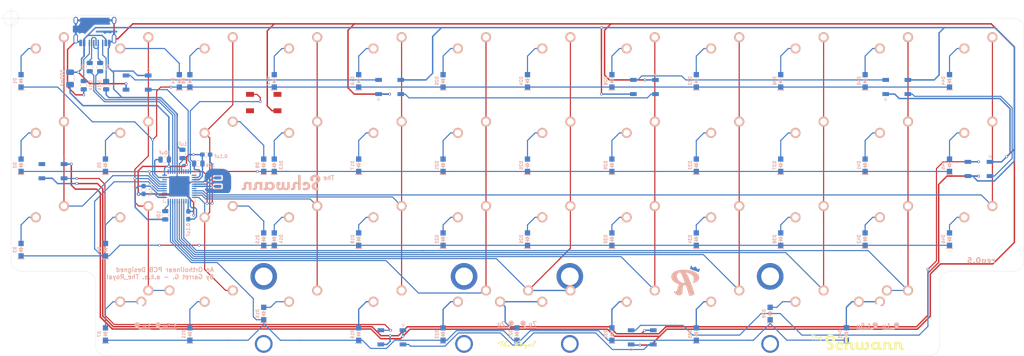
<source format=kicad_pcb>
(kicad_pcb (version 20171130) (host pcbnew "(5.1.2)-2")
  (layers (0 F.Cu signal) (31 B.Cu signal) (34 B.Paste user) (35 F.Paste user) (36 B.SilkS user) (37 F.SilkS user) (38 B.Mask user) (39 F.Mask user) (44 Edge.Cuts user))
  (net 0 "")
  (net 1 GND)
  (net 2 "Net-(C3-Pad1)")
  (net 3 +5V)
  (net 4 row1)
  (net 5 "Net-(D1-Pad2)")
  (net 6 "Net-(D2-Pad2)")
  (net 7 row2)
  (net 8 "Net-(D3-Pad2)")
  (net 9 row3)
  (net 10 "Net-(D4-Pad2)")
  (net 11 "Net-(D5-Pad2)")
  (net 12 "Net-(D6-Pad2)")
  (net 13 "Net-(D7-Pad2)")
  (net 14 row4)
  (net 15 "Net-(D8-Pad2)")
  (net 16 "Net-(D9-Pad2)")
  (net 17 "Net-(D10-Pad2)")
  (net 18 "Net-(D11-Pad2)")
  (net 19 "Net-(D12-Pad2)")
  (net 20 "Net-(D13-Pad2)")
  (net 21 "Net-(D14-Pad2)")
  (net 22 "Net-(D15-Pad2)")
  (net 23 "Net-(D16-Pad2)")
  (net 24 "Net-(D17-Pad2)")
  (net 25 "Net-(D18-Pad2)")
  (net 26 "Net-(D19-Pad2)")
  (net 27 "Net-(D20-Pad2)")
  (net 28 "Net-(D21-Pad2)")
  (net 29 "Net-(D22-Pad2)")
  (net 30 "Net-(D23-Pad2)")
  (net 31 "Net-(D24-Pad2)")
  (net 32 "Net-(D25-Pad2)")
  (net 33 "Net-(D26-Pad2)")
  (net 34 "Net-(D27-Pad2)")
  (net 35 "Net-(D28-Pad2)")
  (net 36 "Net-(D29-Pad2)")
  (net 37 "Net-(D30-Pad2)")
  (net 38 "Net-(D31-Pad2)")
  (net 39 "Net-(D32-Pad2)")
  (net 40 "Net-(D33-Pad2)")
  (net 41 "Net-(D34-Pad2)")
  (net 42 "Net-(D35-Pad2)")
  (net 43 "Net-(D36-Pad2)")
  (net 44 "Net-(D37-Pad2)")
  (net 45 "Net-(D38-Pad2)")
  (net 46 "Net-(D39-Pad2)")
  (net 47 "Net-(D40-Pad2)")
  (net 48 "Net-(D41-Pad2)")
  (net 49 "Net-(D42-Pad2)")
  (net 50 "Net-(D43-Pad2)")
  (net 51 "Net-(D44-Pad2)")
  (net 52 "Net-(D45-Pad2)")
  (net 53 "Net-(D46-Pad2)")
  (net 54 VCC)
  (net 55 "Net-(MCU1-Pad3)")
  (net 56 "Net-(MCU1-Pad4)")
  (net 57 "Net-(MCU1-Pad13)")
  (net 58 "Net-(MCU1-Pad33)")
  (net 59 "Net-(MCU1-Pad42)")
  (net 60 col1)
  (net 61 col2)
  (net 62 col3)
  (net 63 col4)
  (net 64 col5)
  (net 65 col6)
  (net 66 col7)
  (net 67 col8)
  (net 68 col9)
  (net 69 col10)
  (net 70 col11)
  (net 71 col12)
  (net 72 D+)
  (net 73 D-)
  (net 74 "Net-(R5-Pad1)")
  (net 75 "Net-(R6-Pad1)")
  (net 76 RGB)
  (net 77 "Net-(Cystal1-Pad3)")
  (net 78 "Net-(Cystal1-Pad1)")
  (net 79 "Net-(RGB1-Pad2)")
  (net 80 "Net-(RGB2-Pad2)")
  (net 81 "Net-(RGB3-Pad2)")
  (net 82 "Net-(RGB4-Pad2)")
  (net 83 "Net-(RGB5-Pad2)")
  (net 84 "Net-(RGB7-Pad2)")
  (net 85 "Net-(RGB10-Pad4)")
  (net 86 "Net-(RGB10-Pad2)")
  (net 87 EXTRA_F7)
  (net 88 EXTRA_E6)
  (net 89 EXTRA_D4)
  (net 90 EXTRA_D0)
  (net 91 EXTRA_B7)
  (net 92 EXTRA_B1)
  (net 93 EXTRA_B0)
  (net 94 EXTRA_B2)
  (module Capacitor_SMD:C_0603_1608Metric_Pad1.05x0.95mm_HandSolder (layer B.Cu) (at 64.68125 109.91875 90)
    (fp_text reference 0.1uF (at 0.0025 1.58 90) (layer B.SilkS) (effects (font (size 0.75 0.75)) (justify mirror)))
    (fp_text value 0.1uF)
    (pad 2 smd roundrect (at 0.875 0 90) (size 1.05 0.95) (layers B.Cu B.Paste B.Mask) (net 1 GND))
    (pad 1 smd roundrect (at -0.875 0 90) (size 1.05 0.95) (layers B.Cu B.Paste B.Mask) (net 3 +5V))
  )
  (module Capacitor_SMD:C_0603_1608Metric_Pad1.05x0.95mm_HandSolder (layer B.Cu) (at 74.78125 115.61875 270)
    (fp_text reference 0.1uF (at 3.3 0 90) (layer B.SilkS) (effects (font (size 0.75 0.75)) (justify mirror)))
    (fp_text value 0.1uF)
    (pad 2 smd roundrect (at 0.875 0 270) (size 1.05 0.95) (layers B.Cu B.Paste B.Mask) (net 1 GND))
    (pad 1 smd roundrect (at -0.875 0 270) (size 1.05 0.95) (layers B.Cu B.Paste B.Mask) (net 3 +5V))
  )
  (module Capacitor_SMD:C_0603_1608Metric_Pad1.05x0.95mm_HandSolder (layer B.Cu) (at 78.83125 101.91875)
    (fp_text reference 0.1uF (at 3.26 0.4) (layer B.SilkS) (effects (font (size 0.75 0.75)) (justify mirror)))
    (fp_text value 0.1uF)
    (pad 2 smd roundrect (at 0.875 0) (size 1.05 0.95) (layers B.Cu B.Paste B.Mask) (net 1 GND))
    (pad 1 smd roundrect (at -0.875 0) (size 1.05 0.95) (layers B.Cu B.Paste B.Mask) (net 3 +5V))
  )
  (module "The_Royal Docs and Files:The_RoyalSigniture" (layer F.Cu) (at 148.95625 144.81875)
    (fp_text reference G*** hide)
    (fp_text value LOGO hide)
  )
  (module "The_Royal Docs and Files:WS2812B" (layer B.Cu) (at 120.73125 143.16875 270)
    (fp_text reference RGB8 hide)
    (fp_text value WS2812B hide)
    (pad 4 smd rect (at 1.6002 -2.49936 270) (size 0.89916 1.50114) (layers B.Cu B.Paste B.Mask) (net 84 "Net-(RGB7-Pad2)"))
    (pad 3 smd rect (at -1.6002 -2.49936 270) (size 0.89916 1.50114) (layers B.Cu B.Paste B.Mask) (net 1 GND))
    (pad 2 smd rect (at -1.6002 2.49936 270) (size 0.89916 1.50114) (layers B.Cu B.Paste B.Mask) (net 85 "Net-(RGB10-Pad4)"))
    (pad 1 smd rect (at 1.6002 2.49936 270) (size 0.89916 1.50114) (layers B.Cu B.Paste B.Mask) (net 54 VCC))
  )
  (module "The_Royal Docs and Files:WS2812B" (layer B.Cu) (at 177.73125 86.66875 270)
    (fp_text reference RGB3 hide)
    (fp_text value WS2812B hide)
    (pad 4 smd rect (at 1.6002 -2.49936 270) (size 0.89916 1.50114) (layers B.Cu B.Paste B.Mask) (net 80 "Net-(RGB2-Pad2)"))
    (pad 3 smd rect (at -1.6002 -2.49936 270) (size 0.89916 1.50114) (layers B.Cu B.Paste B.Mask) (net 1 GND))
    (pad 2 smd rect (at -1.6002 2.49936 270) (size 0.89916 1.50114) (layers B.Cu B.Paste B.Mask) (net 81 "Net-(RGB3-Pad2)"))
    (pad 1 smd rect (at 1.6002 2.49936 270) (size 0.89916 1.50114) (layers B.Cu B.Paste B.Mask) (net 54 VCC))
  )
  (module "The_Royal Docs and Files:WS2812B" (layer B.Cu) (at 44.23125 105.66875 270)
    (fp_text reference RGB10 hide)
    (fp_text value WS2812B hide)
    (pad 1 smd rect (at 1.6002 2.49936 270) (size 0.89916 1.50114) (layers B.Cu B.Paste B.Mask) (net 54 VCC))
    (pad 2 smd rect (at -1.6002 2.49936 270) (size 0.89916 1.50114) (layers B.Cu B.Paste B.Mask) (net 86 "Net-(RGB10-Pad2)"))
    (pad 3 smd rect (at -1.6002 -2.49936 270) (size 0.89916 1.50114) (layers B.Cu B.Paste B.Mask) (net 1 GND))
    (pad 4 smd rect (at 1.6002 -2.49936 270) (size 0.89916 1.50114) (layers B.Cu B.Paste B.Mask) (net 85 "Net-(RGB10-Pad4)"))
  )
  (module "The_Royal Docs and Files:WS2812B" (layer B.Cu) (at 177.23125 143.16875 90)
    (fp_text reference RGB7 hide)
    (fp_text value WS2812B hide)
    (pad 4 smd rect (at 1.6002 -2.49936 90) (size 0.89916 1.50114) (layers B.Cu B.Paste B.Mask) (net 83 "Net-(RGB5-Pad2)"))
    (pad 3 smd rect (at -1.6002 -2.49936 90) (size 0.89916 1.50114) (layers B.Cu B.Paste B.Mask) (net 1 GND))
    (pad 2 smd rect (at -1.6002 2.49936 90) (size 0.89916 1.50114) (layers B.Cu B.Paste B.Mask) (net 84 "Net-(RGB7-Pad2)"))
    (pad 1 smd rect (at 1.6002 2.49936 90) (size 0.89916 1.50114) (layers B.Cu B.Paste B.Mask) (net 54 VCC))
  )
  (module "The_Royal Docs and Files:WS2812B" (layer B.Cu) (at 253.23125 105.16875 270)
    (fp_text reference RGB5 hide)
    (fp_text value WS2812B hide)
    (pad 4 smd rect (at 1.6002 -2.49936 270) (size 0.89916 1.50114) (layers B.Cu B.Paste B.Mask) (net 82 "Net-(RGB4-Pad2)"))
    (pad 3 smd rect (at -1.6002 -2.49936 270) (size 0.89916 1.50114) (layers B.Cu B.Paste B.Mask) (net 1 GND))
    (pad 2 smd rect (at -1.6002 2.49936 270) (size 0.89916 1.50114) (layers B.Cu B.Paste B.Mask) (net 83 "Net-(RGB5-Pad2)"))
    (pad 1 smd rect (at 1.6002 2.49936 270) (size 0.89916 1.50114) (layers B.Cu B.Paste B.Mask) (net 54 VCC))
  )
  (module "The_Royal Docs and Files:WS2812B" (layer B.Cu) (at 234.68125 86.66875 90)
    (fp_text reference RGB4 hide)
    (fp_text value WS2812B hide)
    (pad 4 smd rect (at 1.6002 -2.49936 90) (size 0.89916 1.50114) (layers B.Cu B.Paste B.Mask) (net 81 "Net-(RGB3-Pad2)"))
    (pad 3 smd rect (at -1.6002 -2.49936 90) (size 0.89916 1.50114) (layers B.Cu B.Paste B.Mask) (net 1 GND))
    (pad 2 smd rect (at -1.6002 2.49936 90) (size 0.89916 1.50114) (layers B.Cu B.Paste B.Mask) (net 82 "Net-(RGB4-Pad2)"))
    (pad 1 smd rect (at 1.6002 2.49936 90) (size 0.89916 1.50114) (layers B.Cu B.Paste B.Mask) (net 54 VCC))
  )
  (module "The_Royal Docs and Files:WS2812B" (layer B.Cu) (at 120.23125 86.66875 90)
    (fp_text reference RGB2 hide)
    (fp_text value WS2812B hide)
    (pad 4 smd rect (at 1.6002 -2.49936 90) (size 0.89916 1.50114) (layers B.Cu B.Paste B.Mask) (net 79 "Net-(RGB1-Pad2)"))
    (pad 3 smd rect (at -1.6002 -2.49936 90) (size 0.89916 1.50114) (layers B.Cu B.Paste B.Mask) (net 1 GND))
    (pad 2 smd rect (at -1.6002 2.49936 90) (size 0.89916 1.50114) (layers B.Cu B.Paste B.Mask) (net 80 "Net-(RGB2-Pad2)"))
    (pad 1 smd rect (at 1.6002 2.49936 90) (size 0.89916 1.50114) (layers B.Cu B.Paste B.Mask) (net 54 VCC))
  )
  (module "The_Royal Docs and Files:WS2812B" (layer B.Cu) (at 63.23125 85.66875 270)
    (fp_text reference RGB1 hide)
    (fp_text value WS2812B hide)
    (pad 4 smd rect (at 1.6002 -2.49936 270) (size 0.89916 1.50114) (layers B.Cu B.Paste B.Mask) (net 76 RGB))
    (pad 3 smd rect (at -1.6002 -2.49936 270) (size 0.89916 1.50114) (layers B.Cu B.Paste B.Mask) (net 1 GND))
    (pad 2 smd rect (at -1.6002 2.49936 270) (size 0.89916 1.50114) (layers B.Cu B.Paste B.Mask) (net 79 "Net-(RGB1-Pad2)"))
    (pad 1 smd rect (at 1.6002 2.49936 270) (size 0.89916 1.50114) (layers B.Cu B.Paste B.Mask) (net 54 VCC))
  )
  (module "The_Royal Docs and Files:rev5" (layer B.Cu) (at 253.73125 125.7625 180)
    (fp_text reference G*** hide)
    (fp_text value LOGO hide)
  )
  (module Type-C:HRO-TYPE-C-31-M-12 (layer B.Cu) (at 53.70625 69.03125)
    (fp_text reference USB1 hide)
    (fp_text value HRO-TYPE-C-31-M-12)
    (pad 12 smd rect (at 3.225 7.695) (size 0.6 1.45) (layers B.Cu B.Paste B.Mask) (net 1 GND))
    (pad 1 smd rect (at -3.225 7.695) (size 0.6 1.45) (layers B.Cu B.Paste B.Mask) (net 1 GND))
    (pad 11 smd rect (at 2.45 7.695) (size 0.6 1.45) (layers B.Cu B.Paste B.Mask) (net 54 VCC))
    (pad 2 smd rect (at -2.45 7.695) (size 0.6 1.45) (layers B.Cu B.Paste B.Mask) (net 54 VCC))
    (pad 10 smd rect (at 1.75 7.695) (size 0.3 1.45) (layers B.Cu B.Paste B.Mask) (net 74 "Net-(R5-Pad1)"))
    (pad 4 smd rect (at -1.25 7.695) (size 0.3 1.45) (layers B.Cu B.Paste B.Mask) (net 75 "Net-(R6-Pad1)"))
    (pad 5 smd rect (at -0.75 7.695) (size 0.3 1.45) (layers B.Cu B.Paste B.Mask) (net 73 D-))
    (pad 8 smd rect (at 0.75 7.695) (size 0.3 1.45) (layers B.Cu B.Paste B.Mask) (net 72 D+))
    (pad 7 smd rect (at 0.25 7.695) (size 0.3 1.45) (layers B.Cu B.Paste B.Mask) (net 73 D-))
    (pad 6 smd rect (at -0.25 7.695) (size 0.3 1.45) (layers B.Cu B.Paste B.Mask) (net 72 D+))
    (pad "" np_thru_hole circle (at 2.89 6.25) (size 0.65 0.65) (drill 0.65) (layers *.Cu *.Mask))
    (pad "" np_thru_hole circle (at -2.89 6.25) (size 0.65 0.65) (drill 0.65) (layers *.Cu *.Mask))
    (pad 13 thru_hole oval (at -4.32 6.78) (size 1 2.1) (drill oval 0.6 1.7) (layers *.Cu F.Mask) (net 1 GND))
    (pad 13 thru_hole oval (at 4.32 6.78) (size 1 2.1) (drill oval 0.6 1.7) (layers *.Cu F.Mask) (net 1 GND))
    (pad 13 thru_hole oval (at -4.32 2.6) (size 1 1.6) (drill oval 0.6 1.2) (layers *.Cu F.Mask) (net 1 GND))
    (pad 13 thru_hole oval (at 4.32 2.6) (size 1 1.6) (drill oval 0.6 1.2) (layers *.Cu F.Mask) (net 1 GND))
  )
  (module "The_Royal Docs and Files:Schwann New Logo" (layer F.Cu) (at 227.39125 144.31875)
    (fp_text reference G*** hide)
    (fp_text value LOGO hide)
  )
  (module Keebio-Parts:MX_PCB_100H_SIMPLE_NOSILK (layer F.Cu) (at 148.95625 137.66875)
    (fp_text reference MX_7u1 hide)
    (fp_text value MX-NoLED hide)
    (pad 1 thru_hole circle (at 2.54 -5.08) (size 2.286 2.286) (drill 1.4986) (layers *.Cu *.SilkS *.Mask) (net 66 col7))
    (pad 2 thru_hole circle (at -3.81 -2.54) (size 2.286 2.286) (drill 1.4986) (layers *.Cu *.SilkS *.Mask) (net 34 "Net-(D27-Pad2)"))
    (pad HOLE np_thru_hole circle (at 0 0) (size 3.9878 3.9878) (drill 3.9878) (layers *.Cu))
    (pad HOLE np_thru_hole circle (at -5.08 0) (size 1.8 1.8) (drill 1.8) (layers *.Cu))
    (pad HOLE np_thru_hole circle (at 5.08 0) (size 1.8 1.8) (drill 1.8) (layers *.Cu))
  )
  (module Keebio-Parts:MX_PCB_100H_SIMPLE_NOSILK (layer F.Cu) (at 215.63125 137.66875)
    (fp_text reference MX45 hide)
    (fp_text value MX-NoLED hide)
    (pad HOLE np_thru_hole circle (at 5.08 0) (size 1.8 1.8) (drill 1.8) (layers *.Cu))
    (pad HOLE np_thru_hole circle (at -5.08 0) (size 1.8 1.8) (drill 1.8) (layers *.Cu))
    (pad HOLE np_thru_hole circle (at 0 0) (size 3.9878 3.9878) (drill 3.9878) (layers *.Cu))
    (pad 2 thru_hole circle (at -3.81 -2.54) (size 2.286 2.286) (drill 1.4986) (layers *.Cu *.SilkS *.Mask) (net 46 "Net-(D39-Pad2)"))
    (pad 1 thru_hole circle (at 2.54 -5.08) (size 2.286 2.286) (drill 1.4986) (layers *.Cu *.SilkS *.Mask) (net 69 col10))
  )
  (module Keebio-Parts:MX_PCB_100H_SIMPLE_NOSILK (layer F.Cu) (at 196.58125 137.66875)
    (fp_text reference MX44 hide)
    (fp_text value MX-NoLED hide)
    (pad 1 thru_hole circle (at 2.54 -5.08) (size 2.286 2.286) (drill 1.4986) (layers *.Cu *.SilkS *.Mask) (net 68 col9))
    (pad 2 thru_hole circle (at -3.81 -2.54) (size 2.286 2.286) (drill 1.4986) (layers *.Cu *.SilkS *.Mask) (net 42 "Net-(D35-Pad2)"))
    (pad HOLE np_thru_hole circle (at 0 0) (size 3.9878 3.9878) (drill 3.9878) (layers *.Cu))
    (pad HOLE np_thru_hole circle (at -5.08 0) (size 1.8 1.8) (drill 1.8) (layers *.Cu))
    (pad HOLE np_thru_hole circle (at 5.08 0) (size 1.8 1.8) (drill 1.8) (layers *.Cu))
  )
  (module Keebio-Parts:MX_PCB_100H_SIMPLE_NOSILK (layer F.Cu) (at 177.53125 137.66875)
    (fp_text reference MX43 hide)
    (fp_text value MX-NoLED hide)
    (pad HOLE np_thru_hole circle (at 5.08 0) (size 1.8 1.8) (drill 1.8) (layers *.Cu))
    (pad HOLE np_thru_hole circle (at -5.08 0) (size 1.8 1.8) (drill 1.8) (layers *.Cu))
    (pad HOLE np_thru_hole circle (at 0 0) (size 3.9878 3.9878) (drill 3.9878) (layers *.Cu))
    (pad 2 thru_hole circle (at -3.81 -2.54) (size 2.286 2.286) (drill 1.4986) (layers *.Cu *.SilkS *.Mask) (net 38 "Net-(D31-Pad2)"))
    (pad 1 thru_hole circle (at 2.54 -5.08) (size 2.286 2.286) (drill 1.4986) (layers *.Cu *.SilkS *.Mask) (net 67 col8))
  )
  (module Keebio-Parts:MX_PCB_100H_SIMPLE_NOSILK (layer F.Cu) (at 158.48125 137.66875)
    (fp_text reference MX42 hide)
    (fp_text value MX-NoLED hide)
    (pad 1 thru_hole circle (at 2.54 -5.08) (size 2.286 2.286) (drill 1.4986) (layers *.Cu *.SilkS *.Mask) (net 66 col7))
    (pad 2 thru_hole circle (at -3.81 -2.54) (size 2.286 2.286) (drill 1.4986) (layers *.Cu *.SilkS *.Mask) (net 34 "Net-(D27-Pad2)"))
    (pad HOLE np_thru_hole circle (at 0 0) (size 3.9878 3.9878) (drill 3.9878) (layers *.Cu))
    (pad HOLE np_thru_hole circle (at -5.08 0) (size 1.8 1.8) (drill 1.8) (layers *.Cu))
    (pad HOLE np_thru_hole circle (at 5.08 0) (size 1.8 1.8) (drill 1.8) (layers *.Cu))
  )
  (module Keebio-Parts:MX_PCB_100H_SIMPLE_NOSILK (layer F.Cu) (at 139.43125 137.66875)
    (fp_text reference MX41 hide)
    (fp_text value MX-NoLED hide)
    (pad HOLE np_thru_hole circle (at 5.08 0) (size 1.8 1.8) (drill 1.8) (layers *.Cu))
    (pad HOLE np_thru_hole circle (at -5.08 0) (size 1.8 1.8) (drill 1.8) (layers *.Cu))
    (pad HOLE np_thru_hole circle (at 0 0) (size 3.9878 3.9878) (drill 3.9878) (layers *.Cu))
    (pad 2 thru_hole circle (at -3.81 -2.54) (size 2.286 2.286) (drill 1.4986) (layers *.Cu *.SilkS *.Mask) (net 30 "Net-(D23-Pad2)"))
    (pad 1 thru_hole circle (at 2.54 -5.08) (size 2.286 2.286) (drill 1.4986) (layers *.Cu *.SilkS *.Mask) (net 65 col6))
  )
  (module Keebio-Parts:MX_PCB_100H_SIMPLE_NOSILK (layer F.Cu) (at 120.38125 137.66875)
    (fp_text reference MX40 hide)
    (fp_text value MX-NoLED hide)
    (pad 1 thru_hole circle (at 2.54 -5.08) (size 2.286 2.286) (drill 1.4986) (layers *.Cu *.SilkS *.Mask) (net 64 col5))
    (pad 2 thru_hole circle (at -3.81 -2.54) (size 2.286 2.286) (drill 1.4986) (layers *.Cu *.SilkS *.Mask) (net 26 "Net-(D19-Pad2)"))
    (pad HOLE np_thru_hole circle (at 0 0) (size 3.9878 3.9878) (drill 3.9878) (layers *.Cu))
    (pad HOLE np_thru_hole circle (at -5.08 0) (size 1.8 1.8) (drill 1.8) (layers *.Cu))
    (pad HOLE np_thru_hole circle (at 5.08 0) (size 1.8 1.8) (drill 1.8) (layers *.Cu))
  )
  (module Keebio-Parts:MX_PCB_100H_SIMPLE_NOSILK (layer F.Cu) (at 101.33125 137.66875)
    (fp_text reference MX39 hide)
    (fp_text value MX-NoLED hide)
    (pad HOLE np_thru_hole circle (at 5.08 0) (size 1.8 1.8) (drill 1.8) (layers *.Cu))
    (pad HOLE np_thru_hole circle (at -5.08 0) (size 1.8 1.8) (drill 1.8) (layers *.Cu))
    (pad HOLE np_thru_hole circle (at 0 0) (size 3.9878 3.9878) (drill 3.9878) (layers *.Cu))
    (pad 2 thru_hole circle (at -3.81 -2.54) (size 2.286 2.286) (drill 1.4986) (layers *.Cu *.SilkS *.Mask) (net 22 "Net-(D15-Pad2)"))
    (pad 1 thru_hole circle (at 2.54 -5.08) (size 2.286 2.286) (drill 1.4986) (layers *.Cu *.SilkS *.Mask) (net 63 col4))
  )
  (module Keebio-Parts:MX_PCB_100H_SIMPLE_NOSILK (layer F.Cu) (at 82.28125 137.66875)
    (fp_text reference MX38 hide)
    (fp_text value MX-NoLED hide)
    (pad 1 thru_hole circle (at 2.54 -5.08) (size 2.286 2.286) (drill 1.4986) (layers *.Cu *.SilkS *.Mask) (net 62 col3))
    (pad 2 thru_hole circle (at -3.81 -2.54) (size 2.286 2.286) (drill 1.4986) (layers *.Cu *.SilkS *.Mask) (net 18 "Net-(D11-Pad2)"))
    (pad HOLE np_thru_hole circle (at 0 0) (size 3.9878 3.9878) (drill 3.9878) (layers *.Cu))
    (pad HOLE np_thru_hole circle (at -5.08 0) (size 1.8 1.8) (drill 1.8) (layers *.Cu))
    (pad HOLE np_thru_hole circle (at 5.08 0) (size 1.8 1.8) (drill 1.8) (layers *.Cu))
  )
  (module Keebio-Parts:MX_PCB_100H_SIMPLE_NOSILK (layer F.Cu) (at 63.23125 137.66875)
    (fp_text reference MX37 hide)
    (fp_text value MX-NoLED hide)
    (pad HOLE np_thru_hole circle (at 5.08 0) (size 1.8 1.8) (drill 1.8) (layers *.Cu))
    (pad HOLE np_thru_hole circle (at -5.08 0) (size 1.8 1.8) (drill 1.8) (layers *.Cu))
    (pad HOLE np_thru_hole circle (at 0 0) (size 3.9878 3.9878) (drill 3.9878) (layers *.Cu))
    (pad 2 thru_hole circle (at -3.81 -2.54) (size 2.286 2.286) (drill 1.4986) (layers *.Cu *.SilkS *.Mask) (net 13 "Net-(D7-Pad2)"))
    (pad 1 thru_hole circle (at 2.54 -5.08) (size 2.286 2.286) (drill 1.4986) (layers *.Cu *.SilkS *.Mask) (net 61 col2))
  )
  (module Keebio-Parts:MX_PCB_100H_SIMPLE_NOSILK (layer F.Cu) (at 253.73125 118.61875)
    (fp_text reference MX36 hide)
    (fp_text value MX-NoLED hide)
    (pad 1 thru_hole circle (at 2.54 -5.08) (size 2.286 2.286) (drill 1.4986) (layers *.Cu *.SilkS *.Mask) (net 71 col12))
    (pad 2 thru_hole circle (at -3.81 -2.54) (size 2.286 2.286) (drill 1.4986) (layers *.Cu *.SilkS *.Mask) (net 53 "Net-(D46-Pad2)"))
    (pad HOLE np_thru_hole circle (at 0 0) (size 3.9878 3.9878) (drill 3.9878) (layers *.Cu))
    (pad HOLE np_thru_hole circle (at -5.08 0) (size 1.8 1.8) (drill 1.8) (layers *.Cu))
    (pad HOLE np_thru_hole circle (at 5.08 0) (size 1.8 1.8) (drill 1.8) (layers *.Cu))
  )
  (module Keebio-Parts:MX_PCB_100H_SIMPLE_NOSILK (layer F.Cu) (at 234.68125 118.61875)
    (fp_text reference MX35 hide)
    (fp_text value MX-NoLED hide)
    (pad HOLE np_thru_hole circle (at 5.08 0) (size 1.8 1.8) (drill 1.8) (layers *.Cu))
    (pad HOLE np_thru_hole circle (at -5.08 0) (size 1.8 1.8) (drill 1.8) (layers *.Cu))
    (pad HOLE np_thru_hole circle (at 0 0) (size 3.9878 3.9878) (drill 3.9878) (layers *.Cu))
    (pad 2 thru_hole circle (at -3.81 -2.54) (size 2.286 2.286) (drill 1.4986) (layers *.Cu *.SilkS *.Mask) (net 49 "Net-(D42-Pad2)"))
    (pad 1 thru_hole circle (at 2.54 -5.08) (size 2.286 2.286) (drill 1.4986) (layers *.Cu *.SilkS *.Mask) (net 70 col11))
  )
  (module Keebio-Parts:MX_PCB_100H_SIMPLE_NOSILK (layer F.Cu) (at 215.63125 118.61875)
    (fp_text reference MX34 hide)
    (fp_text value MX-NoLED hide)
    (pad HOLE np_thru_hole circle (at 5.08 0) (size 1.8 1.8) (drill 1.8) (layers *.Cu))
    (pad HOLE np_thru_hole circle (at -5.08 0) (size 1.8 1.8) (drill 1.8) (layers *.Cu))
    (pad HOLE np_thru_hole circle (at 0 0) (size 3.9878 3.9878) (drill 3.9878) (layers *.Cu))
    (pad 2 thru_hole circle (at -3.81 -2.54) (size 2.286 2.286) (drill 1.4986) (layers *.Cu *.SilkS *.Mask) (net 45 "Net-(D38-Pad2)"))
    (pad 1 thru_hole circle (at 2.54 -5.08) (size 2.286 2.286) (drill 1.4986) (layers *.Cu *.SilkS *.Mask) (net 69 col10))
  )
  (module Keebio-Parts:MX_PCB_100H_SIMPLE_NOSILK (layer F.Cu) (at 196.58125 118.61875)
    (fp_text reference MX33 hide)
    (fp_text value MX-NoLED hide)
    (pad HOLE np_thru_hole circle (at 5.08 0) (size 1.8 1.8) (drill 1.8) (layers *.Cu))
    (pad HOLE np_thru_hole circle (at -5.08 0) (size 1.8 1.8) (drill 1.8) (layers *.Cu))
    (pad HOLE np_thru_hole circle (at 0 0) (size 3.9878 3.9878) (drill 3.9878) (layers *.Cu))
    (pad 2 thru_hole circle (at -3.81 -2.54) (size 2.286 2.286) (drill 1.4986) (layers *.Cu *.SilkS *.Mask) (net 41 "Net-(D34-Pad2)"))
    (pad 1 thru_hole circle (at 2.54 -5.08) (size 2.286 2.286) (drill 1.4986) (layers *.Cu *.SilkS *.Mask) (net 68 col9))
  )
  (module Keebio-Parts:MX_PCB_100H_SIMPLE_NOSILK (layer F.Cu) (at 177.53125 118.61875)
    (fp_text reference MX32 hide)
    (fp_text value MX-NoLED hide)
    (pad 1 thru_hole circle (at 2.54 -5.08) (size 2.286 2.286) (drill 1.4986) (layers *.Cu *.SilkS *.Mask) (net 67 col8))
    (pad 2 thru_hole circle (at -3.81 -2.54) (size 2.286 2.286) (drill 1.4986) (layers *.Cu *.SilkS *.Mask) (net 37 "Net-(D30-Pad2)"))
    (pad HOLE np_thru_hole circle (at 0 0) (size 3.9878 3.9878) (drill 3.9878) (layers *.Cu))
    (pad HOLE np_thru_hole circle (at -5.08 0) (size 1.8 1.8) (drill 1.8) (layers *.Cu))
    (pad HOLE np_thru_hole circle (at 5.08 0) (size 1.8 1.8) (drill 1.8) (layers *.Cu))
  )
  (module Keebio-Parts:MX_PCB_100H_SIMPLE_NOSILK (layer F.Cu) (at 158.48125 118.61875)
    (fp_text reference MX31 hide)
    (fp_text value MX-NoLED hide)
    (pad HOLE np_thru_hole circle (at 5.08 0) (size 1.8 1.8) (drill 1.8) (layers *.Cu))
    (pad HOLE np_thru_hole circle (at -5.08 0) (size 1.8 1.8) (drill 1.8) (layers *.Cu))
    (pad HOLE np_thru_hole circle (at 0 0) (size 3.9878 3.9878) (drill 3.9878) (layers *.Cu))
    (pad 2 thru_hole circle (at -3.81 -2.54) (size 2.286 2.286) (drill 1.4986) (layers *.Cu *.SilkS *.Mask) (net 33 "Net-(D26-Pad2)"))
    (pad 1 thru_hole circle (at 2.54 -5.08) (size 2.286 2.286) (drill 1.4986) (layers *.Cu *.SilkS *.Mask) (net 66 col7))
  )
  (module Keebio-Parts:MX_PCB_100H_SIMPLE_NOSILK (layer F.Cu) (at 139.43125 118.61875)
    (fp_text reference MX30 hide)
    (fp_text value MX-NoLED hide)
    (pad 1 thru_hole circle (at 2.54 -5.08) (size 2.286 2.286) (drill 1.4986) (layers *.Cu *.SilkS *.Mask) (net 65 col6))
    (pad 2 thru_hole circle (at -3.81 -2.54) (size 2.286 2.286) (drill 1.4986) (layers *.Cu *.SilkS *.Mask) (net 29 "Net-(D22-Pad2)"))
    (pad HOLE np_thru_hole circle (at 0 0) (size 3.9878 3.9878) (drill 3.9878) (layers *.Cu))
    (pad HOLE np_thru_hole circle (at -5.08 0) (size 1.8 1.8) (drill 1.8) (layers *.Cu))
    (pad HOLE np_thru_hole circle (at 5.08 0) (size 1.8 1.8) (drill 1.8) (layers *.Cu))
  )
  (module Keebio-Parts:MX_PCB_100H_SIMPLE_NOSILK (layer F.Cu) (at 120.38125 118.61875)
    (fp_text reference MX29 hide)
    (fp_text value MX-NoLED hide)
    (pad 1 thru_hole circle (at 2.54 -5.08) (size 2.286 2.286) (drill 1.4986) (layers *.Cu *.SilkS *.Mask) (net 64 col5))
    (pad 2 thru_hole circle (at -3.81 -2.54) (size 2.286 2.286) (drill 1.4986) (layers *.Cu *.SilkS *.Mask) (net 25 "Net-(D18-Pad2)"))
    (pad HOLE np_thru_hole circle (at 0 0) (size 3.9878 3.9878) (drill 3.9878) (layers *.Cu))
    (pad HOLE np_thru_hole circle (at -5.08 0) (size 1.8 1.8) (drill 1.8) (layers *.Cu))
    (pad HOLE np_thru_hole circle (at 5.08 0) (size 1.8 1.8) (drill 1.8) (layers *.Cu))
  )
  (module Keebio-Parts:MX_PCB_100H_SIMPLE_NOSILK (layer F.Cu) (at 101.33125 118.61875)
    (fp_text reference MX28 hide)
    (fp_text value MX-NoLED hide)
    (pad 1 thru_hole circle (at 2.54 -5.08) (size 2.286 2.286) (drill 1.4986) (layers *.Cu *.SilkS *.Mask) (net 63 col4))
    (pad 2 thru_hole circle (at -3.81 -2.54) (size 2.286 2.286) (drill 1.4986) (layers *.Cu *.SilkS *.Mask) (net 21 "Net-(D14-Pad2)"))
    (pad HOLE np_thru_hole circle (at 0 0) (size 3.9878 3.9878) (drill 3.9878) (layers *.Cu))
    (pad HOLE np_thru_hole circle (at -5.08 0) (size 1.8 1.8) (drill 1.8) (layers *.Cu))
    (pad HOLE np_thru_hole circle (at 5.08 0) (size 1.8 1.8) (drill 1.8) (layers *.Cu))
  )
  (module Keebio-Parts:MX_PCB_100H_SIMPLE_NOSILK (layer F.Cu) (at 82.28125 118.61875)
    (fp_text reference MX27 hide)
    (fp_text value MX-NoLED hide)
    (pad HOLE np_thru_hole circle (at 5.08 0) (size 1.8 1.8) (drill 1.8) (layers *.Cu))
    (pad HOLE np_thru_hole circle (at -5.08 0) (size 1.8 1.8) (drill 1.8) (layers *.Cu))
    (pad HOLE np_thru_hole circle (at 0 0) (size 3.9878 3.9878) (drill 3.9878) (layers *.Cu))
    (pad 2 thru_hole circle (at -3.81 -2.54) (size 2.286 2.286) (drill 1.4986) (layers *.Cu *.SilkS *.Mask) (net 62 col3))
    (pad 1 thru_hole circle (at 2.54 -5.08) (size 2.286 2.286) (drill 1.4986) (layers *.Cu *.SilkS *.Mask) (net 17 "Net-(D10-Pad2)"))
  )
  (module Keebio-Parts:MX_PCB_100H_SIMPLE_NOSILK (layer F.Cu) (at 44.18125 118.61875)
    (fp_text reference MX25 hide)
    (fp_text value MX-NoLED hide)
    (pad 1 thru_hole circle (at 2.54 -5.08) (size 2.286 2.286) (drill 1.4986) (layers *.Cu *.SilkS *.Mask) (net 60 col1))
    (pad 2 thru_hole circle (at -3.81 -2.54) (size 2.286 2.286) (drill 1.4986) (layers *.Cu *.SilkS *.Mask) (net 8 "Net-(D3-Pad2)"))
    (pad HOLE np_thru_hole circle (at 0 0) (size 3.9878 3.9878) (drill 3.9878) (layers *.Cu))
    (pad HOLE np_thru_hole circle (at -5.08 0) (size 1.8 1.8) (drill 1.8) (layers *.Cu))
    (pad HOLE np_thru_hole circle (at 5.08 0) (size 1.8 1.8) (drill 1.8) (layers *.Cu))
  )
  (module Keebio-Parts:MX_PCB_100H_SIMPLE_NOSILK (layer F.Cu) (at 253.73125 99.56875)
    (fp_text reference MX24 hide)
    (fp_text value MX-NoLED hide)
    (pad HOLE np_thru_hole circle (at 5.08 0) (size 1.8 1.8) (drill 1.8) (layers *.Cu))
    (pad HOLE np_thru_hole circle (at -5.08 0) (size 1.8 1.8) (drill 1.8) (layers *.Cu))
    (pad HOLE np_thru_hole circle (at 0 0) (size 3.9878 3.9878) (drill 3.9878) (layers *.Cu))
    (pad 2 thru_hole circle (at -3.81 -2.54) (size 2.286 2.286) (drill 1.4986) (layers *.Cu *.SilkS *.Mask) (net 52 "Net-(D45-Pad2)"))
    (pad 1 thru_hole circle (at 2.54 -5.08) (size 2.286 2.286) (drill 1.4986) (layers *.Cu *.SilkS *.Mask) (net 71 col12))
  )
  (module Keebio-Parts:MX_PCB_100H_SIMPLE_NOSILK (layer F.Cu) (at 234.68125 99.56875)
    (fp_text reference MX23 hide)
    (fp_text value MX-NoLED hide)
    (pad 1 thru_hole circle (at 2.54 -5.08) (size 2.286 2.286) (drill 1.4986) (layers *.Cu *.SilkS *.Mask) (net 70 col11))
    (pad 2 thru_hole circle (at -3.81 -2.54) (size 2.286 2.286) (drill 1.4986) (layers *.Cu *.SilkS *.Mask) (net 48 "Net-(D41-Pad2)"))
    (pad HOLE np_thru_hole circle (at 0 0) (size 3.9878 3.9878) (drill 3.9878) (layers *.Cu))
    (pad HOLE np_thru_hole circle (at -5.08 0) (size 1.8 1.8) (drill 1.8) (layers *.Cu))
    (pad HOLE np_thru_hole circle (at 5.08 0) (size 1.8 1.8) (drill 1.8) (layers *.Cu))
  )
  (module Keebio-Parts:MX_PCB_100H_SIMPLE_NOSILK (layer F.Cu) (at 215.63125 99.56875)
    (fp_text reference MX22 hide)
    (fp_text value MX-NoLED hide)
    (pad HOLE np_thru_hole circle (at 5.08 0) (size 1.8 1.8) (drill 1.8) (layers *.Cu))
    (pad HOLE np_thru_hole circle (at -5.08 0) (size 1.8 1.8) (drill 1.8) (layers *.Cu))
    (pad HOLE np_thru_hole circle (at 0 0) (size 3.9878 3.9878) (drill 3.9878) (layers *.Cu))
    (pad 2 thru_hole circle (at -3.81 -2.54) (size 2.286 2.286) (drill 1.4986) (layers *.Cu *.SilkS *.Mask) (net 44 "Net-(D37-Pad2)"))
    (pad 1 thru_hole circle (at 2.54 -5.08) (size 2.286 2.286) (drill 1.4986) (layers *.Cu *.SilkS *.Mask) (net 69 col10))
  )
  (module Keebio-Parts:MX_PCB_100H_SIMPLE_NOSILK (layer F.Cu) (at 196.58125 99.56875)
    (fp_text reference MX21 hide)
    (fp_text value MX-NoLED hide)
    (pad 1 thru_hole circle (at 2.54 -5.08) (size 2.286 2.286) (drill 1.4986) (layers *.Cu *.SilkS *.Mask) (net 68 col9))
    (pad 2 thru_hole circle (at -3.81 -2.54) (size 2.286 2.286) (drill 1.4986) (layers *.Cu *.SilkS *.Mask) (net 40 "Net-(D33-Pad2)"))
    (pad HOLE np_thru_hole circle (at 0 0) (size 3.9878 3.9878) (drill 3.9878) (layers *.Cu))
    (pad HOLE np_thru_hole circle (at -5.08 0) (size 1.8 1.8) (drill 1.8) (layers *.Cu))
    (pad HOLE np_thru_hole circle (at 5.08 0) (size 1.8 1.8) (drill 1.8) (layers *.Cu))
  )
  (module Keebio-Parts:MX_PCB_100H_SIMPLE_NOSILK (layer F.Cu) (at 177.53125 99.56875)
    (fp_text reference MX20 hide)
    (fp_text value MX-NoLED hide)
    (pad 1 thru_hole circle (at 2.54 -5.08) (size 2.286 2.286) (drill 1.4986) (layers *.Cu *.SilkS *.Mask) (net 67 col8))
    (pad 2 thru_hole circle (at -3.81 -2.54) (size 2.286 2.286) (drill 1.4986) (layers *.Cu *.SilkS *.Mask) (net 36 "Net-(D29-Pad2)"))
    (pad HOLE np_thru_hole circle (at 0 0) (size 3.9878 3.9878) (drill 3.9878) (layers *.Cu))
    (pad HOLE np_thru_hole circle (at -5.08 0) (size 1.8 1.8) (drill 1.8) (layers *.Cu))
    (pad HOLE np_thru_hole circle (at 5.08 0) (size 1.8 1.8) (drill 1.8) (layers *.Cu))
  )
  (module Keebio-Parts:MX_PCB_100H_SIMPLE_NOSILK (layer F.Cu) (at 158.48125 99.56875)
    (fp_text reference MX19 hide)
    (fp_text value MX-NoLED hide)
    (pad HOLE np_thru_hole circle (at 5.08 0) (size 1.8 1.8) (drill 1.8) (layers *.Cu))
    (pad HOLE np_thru_hole circle (at -5.08 0) (size 1.8 1.8) (drill 1.8) (layers *.Cu))
    (pad HOLE np_thru_hole circle (at 0 0) (size 3.9878 3.9878) (drill 3.9878) (layers *.Cu))
    (pad 2 thru_hole circle (at -3.81 -2.54) (size 2.286 2.286) (drill 1.4986) (layers *.Cu *.SilkS *.Mask) (net 32 "Net-(D25-Pad2)"))
    (pad 1 thru_hole circle (at 2.54 -5.08) (size 2.286 2.286) (drill 1.4986) (layers *.Cu *.SilkS *.Mask) (net 66 col7))
  )
  (module Keebio-Parts:MX_PCB_100H_SIMPLE_NOSILK (layer F.Cu) (at 139.43125 99.56875)
    (fp_text reference MX18 hide)
    (fp_text value MX-NoLED hide)
    (pad 1 thru_hole circle (at 2.54 -5.08) (size 2.286 2.286) (drill 1.4986) (layers *.Cu *.SilkS *.Mask) (net 65 col6))
    (pad 2 thru_hole circle (at -3.81 -2.54) (size 2.286 2.286) (drill 1.4986) (layers *.Cu *.SilkS *.Mask) (net 28 "Net-(D21-Pad2)"))
    (pad HOLE np_thru_hole circle (at 0 0) (size 3.9878 3.9878) (drill 3.9878) (layers *.Cu))
    (pad HOLE np_thru_hole circle (at -5.08 0) (size 1.8 1.8) (drill 1.8) (layers *.Cu))
    (pad HOLE np_thru_hole circle (at 5.08 0) (size 1.8 1.8) (drill 1.8) (layers *.Cu))
  )
  (module Keebio-Parts:MX_PCB_100H_SIMPLE_NOSILK (layer F.Cu) (at 101.33125 99.56875)
    (fp_text reference MX16 hide)
    (fp_text value MX-NoLED hide)
    (pad 1 thru_hole circle (at 2.54 -5.08) (size 2.286 2.286) (drill 1.4986) (layers *.Cu *.SilkS *.Mask) (net 63 col4))
    (pad 2 thru_hole circle (at -3.81 -2.54) (size 2.286 2.286) (drill 1.4986) (layers *.Cu *.SilkS *.Mask) (net 20 "Net-(D13-Pad2)"))
    (pad HOLE np_thru_hole circle (at 0 0) (size 3.9878 3.9878) (drill 3.9878) (layers *.Cu))
    (pad HOLE np_thru_hole circle (at -5.08 0) (size 1.8 1.8) (drill 1.8) (layers *.Cu))
    (pad HOLE np_thru_hole circle (at 5.08 0) (size 1.8 1.8) (drill 1.8) (layers *.Cu))
  )
  (module Keebio-Parts:MX_PCB_100H_SIMPLE_NOSILK (layer F.Cu) (at 44.18125 99.56875)
    (fp_text reference MX13 hide)
    (fp_text value MX-NoLED hide)
    (pad HOLE np_thru_hole circle (at 5.08 0) (size 1.8 1.8) (drill 1.8) (layers *.Cu))
    (pad HOLE np_thru_hole circle (at -5.08 0) (size 1.8 1.8) (drill 1.8) (layers *.Cu))
    (pad HOLE np_thru_hole circle (at 0 0) (size 3.9878 3.9878) (drill 3.9878) (layers *.Cu))
    (pad 2 thru_hole circle (at -3.81 -2.54) (size 2.286 2.286) (drill 1.4986) (layers *.Cu *.SilkS *.Mask) (net 6 "Net-(D2-Pad2)"))
    (pad 1 thru_hole circle (at 2.54 -5.08) (size 2.286 2.286) (drill 1.4986) (layers *.Cu *.SilkS *.Mask) (net 60 col1))
  )
  (module Keebio-Parts:MX_PCB_100H_SIMPLE_NOSILK (layer F.Cu) (at 234.68125 80.51875)
    (fp_text reference MX11 hide)
    (fp_text value MX-NoLED hide)
    (pad HOLE np_thru_hole circle (at 5.08 0) (size 1.8 1.8) (drill 1.8) (layers *.Cu))
    (pad HOLE np_thru_hole circle (at -5.08 0) (size 1.8 1.8) (drill 1.8) (layers *.Cu))
    (pad HOLE np_thru_hole circle (at 0 0) (size 3.9878 3.9878) (drill 3.9878) (layers *.Cu))
    (pad 2 thru_hole circle (at -3.81 -2.54) (size 2.286 2.286) (drill 1.4986) (layers *.Cu *.SilkS *.Mask) (net 47 "Net-(D40-Pad2)"))
    (pad 1 thru_hole circle (at 2.54 -5.08) (size 2.286 2.286) (drill 1.4986) (layers *.Cu *.SilkS *.Mask) (net 70 col11))
  )
  (module Keebio-Parts:MX_PCB_100H_SIMPLE_NOSILK (layer F.Cu) (at 215.63125 80.51875)
    (fp_text reference MX10 hide)
    (fp_text value MX-NoLED hide)
    (pad HOLE np_thru_hole circle (at 5.08 0) (size 1.8 1.8) (drill 1.8) (layers *.Cu))
    (pad HOLE np_thru_hole circle (at -5.08 0) (size 1.8 1.8) (drill 1.8) (layers *.Cu))
    (pad HOLE np_thru_hole circle (at 0 0) (size 3.9878 3.9878) (drill 3.9878) (layers *.Cu))
    (pad 2 thru_hole circle (at -3.81 -2.54) (size 2.286 2.286) (drill 1.4986) (layers *.Cu *.SilkS *.Mask) (net 43 "Net-(D36-Pad2)"))
    (pad 1 thru_hole circle (at 2.54 -5.08) (size 2.286 2.286) (drill 1.4986) (layers *.Cu *.SilkS *.Mask) (net 69 col10))
  )
  (module Keebio-Parts:MX_PCB_100H_SIMPLE_NOSILK (layer F.Cu) (at 196.58125 80.51875)
    (fp_text reference MX9 hide)
    (fp_text value MX-NoLED hide)
    (pad 1 thru_hole circle (at 2.54 -5.08) (size 2.286 2.286) (drill 1.4986) (layers *.Cu *.SilkS *.Mask) (net 68 col9))
    (pad 2 thru_hole circle (at -3.81 -2.54) (size 2.286 2.286) (drill 1.4986) (layers *.Cu *.SilkS *.Mask) (net 39 "Net-(D32-Pad2)"))
    (pad HOLE np_thru_hole circle (at 0 0) (size 3.9878 3.9878) (drill 3.9878) (layers *.Cu))
    (pad HOLE np_thru_hole circle (at -5.08 0) (size 1.8 1.8) (drill 1.8) (layers *.Cu))
    (pad HOLE np_thru_hole circle (at 5.08 0) (size 1.8 1.8) (drill 1.8) (layers *.Cu))
  )
  (module Keebio-Parts:MX_PCB_100H_SIMPLE_NOSILK (layer F.Cu) (at 177.53125 80.51875)
    (fp_text reference MX8 hide)
    (fp_text value MX-NoLED hide)
    (pad HOLE np_thru_hole circle (at 5.08 0) (size 1.8 1.8) (drill 1.8) (layers *.Cu))
    (pad HOLE np_thru_hole circle (at -5.08 0) (size 1.8 1.8) (drill 1.8) (layers *.Cu))
    (pad HOLE np_thru_hole circle (at 0 0) (size 3.9878 3.9878) (drill 3.9878) (layers *.Cu))
    (pad 2 thru_hole circle (at -3.81 -2.54) (size 2.286 2.286) (drill 1.4986) (layers *.Cu *.SilkS *.Mask) (net 35 "Net-(D28-Pad2)"))
    (pad 1 thru_hole circle (at 2.54 -5.08) (size 2.286 2.286) (drill 1.4986) (layers *.Cu *.SilkS *.Mask) (net 67 col8))
  )
  (module Keebio-Parts:MX_PCB_100H_SIMPLE_NOSILK (layer F.Cu) (at 158.48125 80.51875)
    (fp_text reference MX7 hide)
    (fp_text value MX-NoLED hide)
    (pad HOLE np_thru_hole circle (at 5.08 0) (size 1.8 1.8) (drill 1.8) (layers *.Cu))
    (pad HOLE np_thru_hole circle (at -5.08 0) (size 1.8 1.8) (drill 1.8) (layers *.Cu))
    (pad HOLE np_thru_hole circle (at 0 0) (size 3.9878 3.9878) (drill 3.9878) (layers *.Cu))
    (pad 2 thru_hole circle (at -3.81 -2.54) (size 2.286 2.286) (drill 1.4986) (layers *.Cu *.SilkS *.Mask) (net 31 "Net-(D24-Pad2)"))
    (pad 1 thru_hole circle (at 2.54 -5.08) (size 2.286 2.286) (drill 1.4986) (layers *.Cu *.SilkS *.Mask) (net 66 col7))
  )
  (module Keebio-Parts:MX_PCB_100H_SIMPLE_NOSILK (layer F.Cu) (at 101.33125 80.51875)
    (fp_text reference MX4 hide)
    (fp_text value MX-NoLED hide)
    (pad HOLE np_thru_hole circle (at 5.08 0) (size 1.8 1.8) (drill 1.8) (layers *.Cu))
    (pad HOLE np_thru_hole circle (at -5.08 0) (size 1.8 1.8) (drill 1.8) (layers *.Cu))
    (pad HOLE np_thru_hole circle (at 0 0) (size 3.9878 3.9878) (drill 3.9878) (layers *.Cu))
    (pad 2 thru_hole circle (at -3.81 -2.54) (size 2.286 2.286) (drill 1.4986) (layers *.Cu *.SilkS *.Mask) (net 19 "Net-(D12-Pad2)"))
    (pad 1 thru_hole circle (at 2.54 -5.08) (size 2.286 2.286) (drill 1.4986) (layers *.Cu *.SilkS *.Mask) (net 63 col4))
  )
  (module Keebio-Parts:MX_PCB_100H_SIMPLE_NOSILK (layer F.Cu) (at 82.28125 80.51875)
    (fp_text reference MX3 hide)
    (fp_text value MX-NoLED hide)
    (pad HOLE np_thru_hole circle (at 5.08 0) (size 1.8 1.8) (drill 1.8) (layers *.Cu))
    (pad HOLE np_thru_hole circle (at -5.08 0) (size 1.8 1.8) (drill 1.8) (layers *.Cu))
    (pad HOLE np_thru_hole circle (at 0 0) (size 3.9878 3.9878) (drill 3.9878) (layers *.Cu))
    (pad 2 thru_hole circle (at -3.81 -2.54) (size 2.286 2.286) (drill 1.4986) (layers *.Cu *.SilkS *.Mask) (net 15 "Net-(D8-Pad2)"))
    (pad 1 thru_hole circle (at 2.54 -5.08) (size 2.286 2.286) (drill 1.4986) (layers *.Cu *.SilkS *.Mask) (net 62 col3))
  )
  (module Keebio-Parts:MX_PCB_100H_SIMPLE_NOSILK (layer F.Cu) (at 44.18125 80.51875)
    (fp_text reference MX1 hide)
    (fp_text value MX-NoLED hide)
    (pad HOLE np_thru_hole circle (at 5.08 0) (size 1.8 1.8) (drill 1.8) (layers *.Cu))
    (pad HOLE np_thru_hole circle (at -5.08 0) (size 1.8 1.8) (drill 1.8) (layers *.Cu))
    (pad HOLE np_thru_hole circle (at 0 0) (size 3.9878 3.9878) (drill 3.9878) (layers *.Cu))
    (pad 2 thru_hole circle (at -3.81 -2.54) (size 2.286 2.286) (drill 1.4986) (layers *.Cu *.SilkS *.Mask) (net 5 "Net-(D1-Pad2)"))
    (pad 1 thru_hole circle (at 2.54 -5.08) (size 2.286 2.286) (drill 1.4986) (layers *.Cu *.SilkS *.Mask) (net 60 col1))
  )
  (module Keebio-Parts:MX_PCB_100H_SIMPLE_NOSILK (layer F.Cu) (at 63.23125 80.51875)
    (fp_text reference MX2 hide)
    (fp_text value MX-NoLED hide)
    (pad HOLE np_thru_hole circle (at 5.08 0) (size 1.8 1.8) (drill 1.8) (layers *.Cu))
    (pad HOLE np_thru_hole circle (at -5.08 0) (size 1.8 1.8) (drill 1.8) (layers *.Cu))
    (pad HOLE np_thru_hole circle (at 0 0) (size 3.9878 3.9878) (drill 3.9878) (layers *.Cu))
    (pad 2 thru_hole circle (at -3.81 -2.54) (size 2.286 2.286) (drill 1.4986) (layers *.Cu *.SilkS *.Mask) (net 10 "Net-(D4-Pad2)"))
    (pad 1 thru_hole circle (at 2.54 -5.08) (size 2.286 2.286) (drill 1.4986) (layers *.Cu *.SilkS *.Mask) (net 61 col2))
  )
  (module Keebio-Parts:MX_PCB_100H_SIMPLE_NOSILK (layer F.Cu) (at 63.23125 99.56875)
    (fp_text reference MX14 hide)
    (fp_text value MX-NoLED hide)
    (pad 1 thru_hole circle (at 2.54 -5.08) (size 2.286 2.286) (drill 1.4986) (layers *.Cu *.SilkS *.Mask) (net 61 col2))
    (pad 2 thru_hole circle (at -3.81 -2.54) (size 2.286 2.286) (drill 1.4986) (layers *.Cu *.SilkS *.Mask) (net 11 "Net-(D5-Pad2)"))
    (pad HOLE np_thru_hole circle (at 0 0) (size 3.9878 3.9878) (drill 3.9878) (layers *.Cu))
    (pad HOLE np_thru_hole circle (at -5.08 0) (size 1.8 1.8) (drill 1.8) (layers *.Cu))
    (pad HOLE np_thru_hole circle (at 5.08 0) (size 1.8 1.8) (drill 1.8) (layers *.Cu))
  )
  (module Keebio-Parts:MX_PCB_100H_SIMPLE_NOSILK (layer F.Cu) (at 63.23125 118.61875)
    (fp_text reference MX26 hide)
    (fp_text value MX-NoLED hide)
    (pad HOLE np_thru_hole circle (at 5.08 0) (size 1.8 1.8) (drill 1.8) (layers *.Cu))
    (pad HOLE np_thru_hole circle (at -5.08 0) (size 1.8 1.8) (drill 1.8) (layers *.Cu))
    (pad HOLE np_thru_hole circle (at 0 0) (size 3.9878 3.9878) (drill 3.9878) (layers *.Cu))
    (pad 2 thru_hole circle (at -3.81 -2.54) (size 2.286 2.286) (drill 1.4986) (layers *.Cu *.SilkS *.Mask) (net 12 "Net-(D6-Pad2)"))
    (pad 1 thru_hole circle (at 2.54 -5.08) (size 2.286 2.286) (drill 1.4986) (layers *.Cu *.SilkS *.Mask) (net 61 col2))
  )
  (module Keebio-Parts:MX_PCB_100H_SIMPLE_NOSILK (layer F.Cu) (at 234.68125 137.66875)
    (fp_text reference MX46 hide)
    (fp_text value MX-NoLED hide)
    (pad 1 thru_hole circle (at 2.54 -5.08) (size 2.286 2.286) (drill 1.4986) (layers *.Cu *.SilkS *.Mask) (net 70 col11))
    (pad 2 thru_hole circle (at -3.81 -2.54) (size 2.286 2.286) (drill 1.4986) (layers *.Cu *.SilkS *.Mask) (net 50 "Net-(D43-Pad2)"))
    (pad HOLE np_thru_hole circle (at 0 0) (size 3.9878 3.9878) (drill 3.9878) (layers *.Cu))
    (pad HOLE np_thru_hole circle (at -5.08 0) (size 1.8 1.8) (drill 1.8) (layers *.Cu))
    (pad HOLE np_thru_hole circle (at 5.08 0) (size 1.8 1.8) (drill 1.8) (layers *.Cu))
  )
  (module Keebio-Parts:MX_PCB_100H_SIMPLE_NOSILK (layer F.Cu) (at 120.38125 80.51875)
    (fp_text reference MX5 hide)
    (fp_text value MX-NoLED hide)
    (pad 1 thru_hole circle (at 2.54 -5.08) (size 2.286 2.286) (drill 1.4986) (layers *.Cu *.SilkS *.Mask) (net 64 col5))
    (pad 2 thru_hole circle (at -3.81 -2.54) (size 2.286 2.286) (drill 1.4986) (layers *.Cu *.SilkS *.Mask) (net 23 "Net-(D16-Pad2)"))
    (pad HOLE np_thru_hole circle (at 0 0) (size 3.9878 3.9878) (drill 3.9878) (layers *.Cu))
    (pad HOLE np_thru_hole circle (at -5.08 0) (size 1.8 1.8) (drill 1.8) (layers *.Cu))
    (pad HOLE np_thru_hole circle (at 5.08 0) (size 1.8 1.8) (drill 1.8) (layers *.Cu))
  )
  (module Keebio-Parts:MX_PCB_100H_SIMPLE_NOSILK (layer F.Cu) (at 253.73125 80.51875)
    (fp_text reference MX12 hide)
    (fp_text value MX-NoLED hide)
    (pad 1 thru_hole circle (at 2.54 -5.08) (size 2.286 2.286) (drill 1.4986) (layers *.Cu *.SilkS *.Mask) (net 71 col12))
    (pad 2 thru_hole circle (at -3.81 -2.54) (size 2.286 2.286) (drill 1.4986) (layers *.Cu *.SilkS *.Mask) (net 51 "Net-(D44-Pad2)"))
    (pad HOLE np_thru_hole circle (at 0 0) (size 3.9878 3.9878) (drill 3.9878) (layers *.Cu))
    (pad HOLE np_thru_hole circle (at -5.08 0) (size 1.8 1.8) (drill 1.8) (layers *.Cu))
    (pad HOLE np_thru_hole circle (at 5.08 0) (size 1.8 1.8) (drill 1.8) (layers *.Cu))
  )
  (module Keebio-Parts:MX_PCB_100H_SIMPLE_NOSILK (layer F.Cu) (at 82.28125 99.56875)
    (fp_text reference MX15 hide)
    (fp_text value MX-NoLED hide)
    (pad HOLE np_thru_hole circle (at 5.08 0) (size 1.8 1.8) (drill 1.8) (layers *.Cu))
    (pad HOLE np_thru_hole circle (at -5.08 0) (size 1.8 1.8) (drill 1.8) (layers *.Cu))
    (pad HOLE np_thru_hole circle (at 0 0) (size 3.9878 3.9878) (drill 3.9878) (layers *.Cu))
    (pad 2 thru_hole circle (at -3.81 -2.54) (size 2.286 2.286) (drill 1.4986) (layers *.Cu *.SilkS *.Mask) (net 62 col3))
    (pad 1 thru_hole circle (at 2.54 -5.08) (size 2.286 2.286) (drill 1.4986) (layers *.Cu *.SilkS *.Mask) (net 16 "Net-(D9-Pad2)"))
  )
  (module Keebio-Parts:MX_PCB_100H_SIMPLE_NOSILK (layer F.Cu) (at 120.38125 99.56875)
    (fp_text reference MX17 hide)
    (fp_text value MX-NoLED hide)
    (pad 1 thru_hole circle (at 2.54 -5.08) (size 2.286 2.286) (drill 1.4986) (layers *.Cu *.SilkS *.Mask) (net 64 col5))
    (pad 2 thru_hole circle (at -3.81 -2.54) (size 2.286 2.286) (drill 1.4986) (layers *.Cu *.SilkS *.Mask) (net 24 "Net-(D17-Pad2)"))
    (pad HOLE np_thru_hole circle (at 0 0) (size 3.9878 3.9878) (drill 3.9878) (layers *.Cu))
    (pad HOLE np_thru_hole circle (at -5.08 0) (size 1.8 1.8) (drill 1.8) (layers *.Cu))
    (pad HOLE np_thru_hole circle (at 5.08 0) (size 1.8 1.8) (drill 1.8) (layers *.Cu))
  )
  (module Keebio-Parts:MX_PCB_100H_SIMPLE_NOSILK (layer F.Cu) (at 139.43125 80.51875)
    (fp_text reference MX6 hide)
    (fp_text value MX-NoLED hide)
    (pad 1 thru_hole circle (at 2.54 -5.08) (size 2.286 2.286) (drill 1.4986) (layers *.Cu *.SilkS *.Mask) (net 65 col6))
    (pad 2 thru_hole circle (at -3.81 -2.54) (size 2.286 2.286) (drill 1.4986) (layers *.Cu *.SilkS *.Mask) (net 27 "Net-(D20-Pad2)"))
    (pad HOLE np_thru_hole circle (at 0 0) (size 3.9878 3.9878) (drill 3.9878) (layers *.Cu))
    (pad HOLE np_thru_hole circle (at -5.08 0) (size 1.8 1.8) (drill 1.8) (layers *.Cu))
    (pad HOLE np_thru_hole circle (at 5.08 0) (size 1.8 1.8) (drill 1.8) (layers *.Cu))
  )
  (module random-keyboard-parts:SKQG-1155865 (layer F.Cu) (at 91.80625 90.18125)
    (fp_text reference Rst1 hide)
    (fp_text value SW_PUSH)
    (pad 1 smd rect (at 3.1 1.85) (size 1.8 1.1) (layers F.Cu F.Paste F.Mask) (net 1 GND))
    (pad 2 smd rect (at -3.1 -1.85) (size 1.8 1.1) (layers F.Cu F.Paste F.Mask) (net 57 "Net-(MCU1-Pad13)"))
    (pad 3 smd rect (at 3.1 -1.85) (size 1.8 1.1) (layers F.Cu F.Paste F.Mask))
    (pad 4 smd rect (at -3.1 1.85) (size 1.8 1.1) (layers F.Cu F.Paste F.Mask))
  )
  (module "The_Royal Docs and Files:Schwann New Logo" (layer B.Cu) (at 95.72125 108.21875 180)
    (fp_text reference G*** hide)
    (fp_text value LOGO hide)
  )
  (module Keebio-Parts:MX_PCB_150H (layer F.Cu) (at 229.91875 137.66875)
    (fp_text reference MX1.5uR1 hide)
    (fp_text value MX-NoLED hide)
    (pad HOLE np_thru_hole circle (at 5.08 0) (size 1.8 1.8) (drill 1.8) (layers *.Cu))
    (pad HOLE np_thru_hole circle (at -5.08 0) (size 1.8 1.8) (drill 1.8) (layers *.Cu))
    (pad HOLE np_thru_hole circle (at 0 0) (size 3.9878 3.9878) (drill 3.9878) (layers *.Cu))
    (pad 2 thru_hole circle (at -3.81 -2.54) (size 2.286 2.286) (drill 1.4986) (layers *.Cu *.SilkS *.Mask) (net 50 "Net-(D43-Pad2)"))
    (pad 1 thru_hole circle (at 2.54 -5.08) (size 2.286 2.286) (drill 1.4986) (layers *.Cu *.SilkS *.Mask) (net 70 col11))
  )
  (module Keebio-Parts:MX_PCB_150H (layer F.Cu) (at 67.99375 137.66875)
    (fp_text reference MX1.5uL1 hide)
    (fp_text value MX-NoLED hide)
    (pad HOLE np_thru_hole circle (at 5.08 0) (size 1.8 1.8) (drill 1.8) (layers *.Cu))
    (pad HOLE np_thru_hole circle (at -5.08 0) (size 1.8 1.8) (drill 1.8) (layers *.Cu))
    (pad HOLE np_thru_hole circle (at 0 0) (size 3.9878 3.9878) (drill 3.9878) (layers *.Cu))
    (pad 2 thru_hole circle (at -3.81 -2.54) (size 2.286 2.286) (drill 1.4986) (layers *.Cu *.SilkS *.Mask) (net 13 "Net-(D7-Pad2)"))
    (pad 1 thru_hole circle (at 2.54 -5.08) (size 2.286 2.286) (drill 1.4986) (layers *.Cu *.SilkS *.Mask) (net 61 col2))
  )
  (module Keebio-Parts:MX_PCB_7u_STABONLY (layer F.Cu) (at 148.95625 137.66875 180)
    (fp_text reference K7u1 hide)
    (fp_text value KEYSW hide)
    (pad HOLE thru_hole circle (at -57.15 8.255 180) (size 6 6) (drill 3.9878) (layers *.Cu *.Mask))
    (pad HOLE thru_hole circle (at -57.15 -6.985 180) (size 4 4) (drill 3.048) (layers *.Cu *.Mask))
    (pad HOLE np_thru_hole circle (at -57.15 -6.985 180) (size 3.048 3.048) (drill 3.048) (layers *.Cu))
    (pad HOLE thru_hole circle (at 57.15 -6.985 180) (size 4 4) (drill 3.048) (layers *.Cu *.Mask))
    (pad HOLE np_thru_hole circle (at -57.15 8.255 180) (size 3.9878 3.9878) (drill 3.9878) (layers *.Cu))
    (pad HOLE thru_hole circle (at 57.15 8.255 180) (size 6 6) (drill 3.9878) (layers *.Cu *.Mask))
  )
  (module "The_Royal Docs and Files:D_SOD123_Basic" (layer B.Cu) (at 37.0375 85.28125 90)
    (fp_text reference D1 (at 0 -1.4 90) (layer B.SilkS) (effects (font (size 0.7 0.7)) (justify mirror)))
    (fp_text value D hide)
    (pad 1 smd rect (at -1.4 0 90) (size 1.2 1.2) (layers B.Cu B.Paste B.Mask) (net 4 row1))
    (pad 2 smd rect (at 1.4 0 90) (size 1.2 1.2) (layers B.Cu B.Paste B.Mask) (net 5 "Net-(D1-Pad2)"))
  )
  (module "The_Royal Docs and Files:D_SOD123_Basic" (layer B.Cu) (at 37.0375 104.33125 90)
    (fp_text reference D2 (at 0 -1.4 90) (layer B.SilkS) (effects (font (size 0.7 0.7)) (justify mirror)))
    (fp_text value D hide)
    (pad 1 smd rect (at -1.4 0 90) (size 1.2 1.2) (layers B.Cu B.Paste B.Mask) (net 7 row2))
    (pad 2 smd rect (at 1.4 0 90) (size 1.2 1.2) (layers B.Cu B.Paste B.Mask) (net 6 "Net-(D2-Pad2)"))
  )
  (module "The_Royal Docs and Files:D_SOD123_Basic" (layer B.Cu) (at 37.0375 123.38125 90)
    (fp_text reference D3 (at 0 -1.4 90) (layer B.SilkS) (effects (font (size 0.7 0.7)) (justify mirror)))
    (fp_text value D hide)
    (pad 1 smd rect (at -1.4 0 90) (size 1.2 1.2) (layers B.Cu B.Paste B.Mask) (net 9 row3))
    (pad 2 smd rect (at 1.4 0 90) (size 1.2 1.2) (layers B.Cu B.Paste B.Mask) (net 8 "Net-(D3-Pad2)"))
  )
  (module "The_Royal Docs and Files:D_SOD123_Basic" (layer B.Cu) (at 72.75625 85.28125 90)
    (fp_text reference D4 (at 0 -1.4 90) (layer B.SilkS) (effects (font (size 0.7 0.7)) (justify mirror)))
    (fp_text value D hide)
    (pad 1 smd rect (at -1.4 0 90) (size 1.2 1.2) (layers B.Cu B.Paste B.Mask) (net 4 row1))
    (pad 2 smd rect (at 1.4 0 90) (size 1.2 1.2) (layers B.Cu B.Paste B.Mask) (net 10 "Net-(D4-Pad2)"))
  )
  (module "The_Royal Docs and Files:D_SOD123_Basic" (layer B.Cu) (at 56.0875 104.33125 90)
    (fp_text reference D5 (at 0 -1.4 90) (layer B.SilkS) (effects (font (size 0.7 0.7)) (justify mirror)))
    (fp_text value D hide)
    (pad 1 smd rect (at -1.4 0 90) (size 1.2 1.2) (layers B.Cu B.Paste B.Mask) (net 7 row2))
    (pad 2 smd rect (at 1.4 0 90) (size 1.2 1.2) (layers B.Cu B.Paste B.Mask) (net 11 "Net-(D5-Pad2)"))
  )
  (module "The_Royal Docs and Files:D_SOD123_Basic" (layer B.Cu) (at 56.0875 123.38125 90)
    (fp_text reference D6 (at 0 -1.4 90) (layer B.SilkS) (effects (font (size 0.7 0.7)) (justify mirror)))
    (fp_text value D hide)
    (pad 1 smd rect (at -1.4 0 90) (size 1.2 1.2) (layers B.Cu B.Paste B.Mask) (net 9 row3))
    (pad 2 smd rect (at 1.4 0 90) (size 1.2 1.2) (layers B.Cu B.Paste B.Mask) (net 12 "Net-(D6-Pad2)"))
  )
  (module "The_Royal Docs and Files:D_SOD123_Basic" (layer B.Cu) (at 56.0875 142.43125 90)
    (fp_text reference D7 (at 0 -1.4 90) (layer B.SilkS) (effects (font (size 0.7 0.7)) (justify mirror)))
    (fp_text value D hide)
    (pad 1 smd rect (at -1.4 0 90) (size 1.2 1.2) (layers B.Cu B.Paste B.Mask) (net 14 row4))
    (pad 2 smd rect (at 1.4 0 90) (size 1.2 1.2) (layers B.Cu B.Paste B.Mask) (net 13 "Net-(D7-Pad2)"))
  )
  (module "The_Royal Docs and Files:D_SOD123_Basic" (layer B.Cu) (at 75.1375 85.28125 90)
    (fp_text reference D8 (at 0 -1.4 90) (layer B.SilkS) (effects (font (size 0.7 0.7)) (justify mirror)))
    (fp_text value D hide)
    (pad 1 smd rect (at -1.4 0 90) (size 1.2 1.2) (layers B.Cu B.Paste B.Mask) (net 4 row1))
    (pad 2 smd rect (at 1.4 0 90) (size 1.2 1.2) (layers B.Cu B.Paste B.Mask) (net 15 "Net-(D8-Pad2)"))
  )
  (module "The_Royal Docs and Files:D_SOD123_Basic" (layer B.Cu) (at 91.80625 104.33125 90)
    (fp_text reference D9 (at 0 -1.4 90) (layer B.SilkS) (effects (font (size 0.7 0.7)) (justify mirror)))
    (fp_text value D hide)
    (pad 1 smd rect (at -1.4 0 90) (size 1.2 1.2) (layers B.Cu B.Paste B.Mask) (net 7 row2))
    (pad 2 smd rect (at 1.4 0 90) (size 1.2 1.2) (layers B.Cu B.Paste B.Mask) (net 16 "Net-(D9-Pad2)"))
  )
  (module "The_Royal Docs and Files:D_SOD123_Basic" (layer B.Cu) (at 91.80625 121 90)
    (fp_text reference D10 (at 0 -1.4 90) (layer B.SilkS) (effects (font (size 0.7 0.7)) (justify mirror)))
    (fp_text value D hide)
    (pad 1 smd rect (at -1.4 0 90) (size 1.2 1.2) (layers B.Cu B.Paste B.Mask) (net 9 row3))
    (pad 2 smd rect (at 1.4 0 90) (size 1.2 1.2) (layers B.Cu B.Paste B.Mask) (net 17 "Net-(D10-Pad2)"))
  )
  (module "The_Royal Docs and Files:D_SOD123_Basic" (layer B.Cu) (at 75.1375 142.43125 90)
    (fp_text reference D11 (at 0 -1.4 90) (layer B.SilkS) (effects (font (size 0.7 0.7)) (justify mirror)))
    (fp_text value D hide)
    (pad 1 smd rect (at -1.4 0 90) (size 1.2 1.2) (layers B.Cu B.Paste B.Mask) (net 14 row4))
    (pad 2 smd rect (at 1.4 0 90) (size 1.2 1.2) (layers B.Cu B.Paste B.Mask) (net 18 "Net-(D11-Pad2)"))
  )
  (module "The_Royal Docs and Files:D_SOD123_Basic" (layer B.Cu) (at 94.1875 85.28125 90)
    (fp_text reference D12 (at 0 -1.4 90) (layer B.SilkS) (effects (font (size 0.7 0.7)) (justify mirror)))
    (fp_text value D hide)
    (pad 1 smd rect (at -1.4 0 90) (size 1.2 1.2) (layers B.Cu B.Paste B.Mask) (net 4 row1))
    (pad 2 smd rect (at 1.4 0 90) (size 1.2 1.2) (layers B.Cu B.Paste B.Mask) (net 19 "Net-(D12-Pad2)"))
  )
  (module "The_Royal Docs and Files:D_SOD123_Basic" (layer B.Cu) (at 94.1875 104.33125 90)
    (fp_text reference D13 (at 0.05 1.54375 90) (layer B.SilkS) (effects (font (size 0.7 0.7)) (justify mirror)))
    (fp_text value D hide)
    (pad 1 smd rect (at -1.4 0 90) (size 1.2 1.2) (layers B.Cu B.Paste B.Mask) (net 7 row2))
    (pad 2 smd rect (at 1.4 0 90) (size 1.2 1.2) (layers B.Cu B.Paste B.Mask) (net 20 "Net-(D13-Pad2)"))
  )
  (module "The_Royal Docs and Files:D_SOD123_Basic" (layer B.Cu) (at 94.1875 121 90)
    (fp_text reference D14 (at 0.01875 1.54375 90) (layer B.SilkS) (effects (font (size 0.7 0.7)) (justify mirror)))
    (fp_text value D hide)
    (pad 1 smd rect (at -1.4 0 90) (size 1.2 1.2) (layers B.Cu B.Paste B.Mask) (net 9 row3))
    (pad 2 smd rect (at 1.4 0 90) (size 1.2 1.2) (layers B.Cu B.Paste B.Mask) (net 21 "Net-(D14-Pad2)"))
  )
  (module "The_Royal Docs and Files:D_SOD123_Basic" (layer B.Cu) (at 91.80625 137.79575 90)
    (fp_text reference D15 (at 0 -1.4 90) (layer B.SilkS) (effects (font (size 0.7 0.7)) (justify mirror)))
    (fp_text value D hide)
    (pad 1 smd rect (at -1.4 0 90) (size 1.2 1.2) (layers B.Cu B.Paste B.Mask) (net 14 row4))
    (pad 2 smd rect (at 1.4 0 90) (size 1.2 1.2) (layers B.Cu B.Paste B.Mask) (net 22 "Net-(D15-Pad2)"))
  )
  (module "The_Royal Docs and Files:D_SOD123_Basic" (layer B.Cu) (at 113.2375 85.28125 90)
    (fp_text reference D16 (at 0 -1.4 90) (layer B.SilkS) (effects (font (size 0.7 0.7)) (justify mirror)))
    (fp_text value D hide)
    (pad 1 smd rect (at -1.4 0 90) (size 1.2 1.2) (layers B.Cu B.Paste B.Mask) (net 4 row1))
    (pad 2 smd rect (at 1.4 0 90) (size 1.2 1.2) (layers B.Cu B.Paste B.Mask) (net 23 "Net-(D16-Pad2)"))
  )
  (module "The_Royal Docs and Files:D_SOD123_Basic" (layer B.Cu) (at 113.2375 104.33125 90)
    (fp_text reference D17 (at 0 -1.4 90) (layer B.SilkS) (effects (font (size 0.7 0.7)) (justify mirror)))
    (fp_text value D hide)
    (pad 1 smd rect (at -1.4 0 90) (size 1.2 1.2) (layers B.Cu B.Paste B.Mask) (net 7 row2))
    (pad 2 smd rect (at 1.4 0 90) (size 1.2 1.2) (layers B.Cu B.Paste B.Mask) (net 24 "Net-(D17-Pad2)"))
  )
  (module "The_Royal Docs and Files:D_SOD123_Basic" (layer B.Cu) (at 113.2375 121 90)
    (fp_text reference D18 (at 0 -1.4 90) (layer B.SilkS) (effects (font (size 0.7 0.7)) (justify mirror)))
    (fp_text value D hide)
    (pad 1 smd rect (at -1.4 0 90) (size 1.2 1.2) (layers B.Cu B.Paste B.Mask) (net 9 row3))
    (pad 2 smd rect (at 1.4 0 90) (size 1.2 1.2) (layers B.Cu B.Paste B.Mask) (net 25 "Net-(D18-Pad2)"))
  )
  (module "The_Royal Docs and Files:D_SOD123_Basic" (layer B.Cu) (at 113.2375 142.43125 90)
    (fp_text reference D19 (at 0 -1.4 90) (layer B.SilkS) (effects (font (size 0.7 0.7)) (justify mirror)))
    (fp_text value D hide)
    (pad 1 smd rect (at -1.4 0 90) (size 1.2 1.2) (layers B.Cu B.Paste B.Mask) (net 14 row4))
    (pad 2 smd rect (at 1.4 0 90) (size 1.2 1.2) (layers B.Cu B.Paste B.Mask) (net 26 "Net-(D19-Pad2)"))
  )
  (module "The_Royal Docs and Files:D_SOD123_Basic" (layer B.Cu) (at 132.2875 85.28125 90)
    (fp_text reference D20 (at 0 -1.4 90) (layer B.SilkS) (effects (font (size 0.7 0.7)) (justify mirror)))
    (fp_text value D hide)
    (pad 1 smd rect (at -1.4 0 90) (size 1.2 1.2) (layers B.Cu B.Paste B.Mask) (net 4 row1))
    (pad 2 smd rect (at 1.4 0 90) (size 1.2 1.2) (layers B.Cu B.Paste B.Mask) (net 27 "Net-(D20-Pad2)"))
  )
  (module "The_Royal Docs and Files:D_SOD123_Basic" (layer B.Cu) (at 132.2875 104.33125 90)
    (fp_text reference D21 (at 0 -1.4 90) (layer B.SilkS) (effects (font (size 0.7 0.7)) (justify mirror)))
    (fp_text value D hide)
    (pad 1 smd rect (at -1.4 0 90) (size 1.2 1.2) (layers B.Cu B.Paste B.Mask) (net 7 row2))
    (pad 2 smd rect (at 1.4 0 90) (size 1.2 1.2) (layers B.Cu B.Paste B.Mask) (net 28 "Net-(D21-Pad2)"))
  )
  (module "The_Royal Docs and Files:D_SOD123_Basic" (layer B.Cu) (at 132.2875 121 90)
    (fp_text reference D22 (at 0 -1.4 90) (layer B.SilkS) (effects (font (size 0.7 0.7)) (justify mirror)))
    (fp_text value D hide)
    (pad 1 smd rect (at -1.4 0 90) (size 1.2 1.2) (layers B.Cu B.Paste B.Mask) (net 9 row3))
    (pad 2 smd rect (at 1.4 0 90) (size 1.2 1.2) (layers B.Cu B.Paste B.Mask) (net 29 "Net-(D22-Pad2)"))
  )
  (module "The_Royal Docs and Files:D_SOD123_Basic" (layer B.Cu) (at 132.2875 142.43125 90)
    (fp_text reference D23 (at 0 -1.4 90) (layer B.SilkS) (effects (font (size 0.7 0.7)) (justify mirror)))
    (fp_text value D hide)
    (pad 1 smd rect (at -1.4 0 90) (size 1.2 1.2) (layers B.Cu B.Paste B.Mask) (net 14 row4))
    (pad 2 smd rect (at 1.4 0 90) (size 1.2 1.2) (layers B.Cu B.Paste B.Mask) (net 30 "Net-(D23-Pad2)"))
  )
  (module "The_Royal Docs and Files:D_SOD123_Basic" (layer B.Cu) (at 151.3375 85.28125 90)
    (fp_text reference D24 (at 0 -1.4 90) (layer B.SilkS) (effects (font (size 0.7 0.7)) (justify mirror)))
    (fp_text value D hide)
    (pad 1 smd rect (at -1.4 0 90) (size 1.2 1.2) (layers B.Cu B.Paste B.Mask) (net 4 row1))
    (pad 2 smd rect (at 1.4 0 90) (size 1.2 1.2) (layers B.Cu B.Paste B.Mask) (net 31 "Net-(D24-Pad2)"))
  )
  (module "The_Royal Docs and Files:D_SOD123_Basic" (layer B.Cu) (at 151.3375 104.33125 90)
    (fp_text reference D25 (at 0 -1.4 90) (layer B.SilkS) (effects (font (size 0.7 0.7)) (justify mirror)))
    (fp_text value D hide)
    (pad 1 smd rect (at -1.4 0 90) (size 1.2 1.2) (layers B.Cu B.Paste B.Mask) (net 7 row2))
    (pad 2 smd rect (at 1.4 0 90) (size 1.2 1.2) (layers B.Cu B.Paste B.Mask) (net 32 "Net-(D25-Pad2)"))
  )
  (module "The_Royal Docs and Files:D_SOD123_Basic" (layer B.Cu) (at 151.3375 121 90)
    (fp_text reference D26 (at 0 -1.4 90) (layer B.SilkS) (effects (font (size 0.7 0.7)) (justify mirror)))
    (fp_text value D hide)
    (pad 1 smd rect (at -1.4 0 90) (size 1.2 1.2) (layers B.Cu B.Paste B.Mask) (net 9 row3))
    (pad 2 smd rect (at 1.4 0 90) (size 1.2 1.2) (layers B.Cu B.Paste B.Mask) (net 33 "Net-(D26-Pad2)"))
  )
  (module "The_Royal Docs and Files:D_SOD123_Basic" (layer B.Cu) (at 148.95625 142.43125 90)
    (fp_text reference D27 (at 0 -1.4 90) (layer B.SilkS) (effects (font (size 0.7 0.7)) (justify mirror)))
    (fp_text value D hide)
    (pad 1 smd rect (at -1.4 0 90) (size 1.2 1.2) (layers B.Cu B.Paste B.Mask) (net 14 row4))
    (pad 2 smd rect (at 1.4 0 90) (size 1.2 1.2) (layers B.Cu B.Paste B.Mask) (net 34 "Net-(D27-Pad2)"))
  )
  (module "The_Royal Docs and Files:D_SOD123_Basic" (layer B.Cu) (at 170.3875 85.28125 90)
    (fp_text reference D28 (at 0 -1.4 90) (layer B.SilkS) (effects (font (size 0.7 0.7)) (justify mirror)))
    (fp_text value D hide)
    (pad 1 smd rect (at -1.4 0 90) (size 1.2 1.2) (layers B.Cu B.Paste B.Mask) (net 4 row1))
    (pad 2 smd rect (at 1.4 0 90) (size 1.2 1.2) (layers B.Cu B.Paste B.Mask) (net 35 "Net-(D28-Pad2)"))
  )
  (module "The_Royal Docs and Files:D_SOD123_Basic" (layer B.Cu) (at 170.3875 104.33125 90)
    (fp_text reference D29 (at 0 -1.4 90) (layer B.SilkS) (effects (font (size 0.7 0.7)) (justify mirror)))
    (fp_text value D hide)
    (pad 1 smd rect (at -1.4 0 90) (size 1.2 1.2) (layers B.Cu B.Paste B.Mask) (net 7 row2))
    (pad 2 smd rect (at 1.4 0 90) (size 1.2 1.2) (layers B.Cu B.Paste B.Mask) (net 36 "Net-(D29-Pad2)"))
  )
  (module "The_Royal Docs and Files:D_SOD123_Basic" (layer B.Cu) (at 170.3875 121 90)
    (fp_text reference D30 (at 0 -1.4 90) (layer B.SilkS) (effects (font (size 0.7 0.7)) (justify mirror)))
    (fp_text value D hide)
    (pad 1 smd rect (at -1.4 0 90) (size 1.2 1.2) (layers B.Cu B.Paste B.Mask) (net 9 row3))
    (pad 2 smd rect (at 1.4 0 90) (size 1.2 1.2) (layers B.Cu B.Paste B.Mask) (net 37 "Net-(D30-Pad2)"))
  )
  (module "The_Royal Docs and Files:D_SOD123_Basic" (layer B.Cu) (at 170.3875 142.43125 90)
    (fp_text reference D31 (at 0 -1.4 90) (layer B.SilkS) (effects (font (size 0.7 0.7)) (justify mirror)))
    (fp_text value D hide)
    (pad 1 smd rect (at -1.4 0 90) (size 1.2 1.2) (layers B.Cu B.Paste B.Mask) (net 14 row4))
    (pad 2 smd rect (at 1.4 0 90) (size 1.2 1.2) (layers B.Cu B.Paste B.Mask) (net 38 "Net-(D31-Pad2)"))
  )
  (module "The_Royal Docs and Files:D_SOD123_Basic" (layer B.Cu) (at 189.4375 85.28125 90)
    (fp_text reference D32 (at 0 -1.4 90) (layer B.SilkS) (effects (font (size 0.7 0.7)) (justify mirror)))
    (fp_text value D hide)
    (pad 1 smd rect (at -1.4 0 90) (size 1.2 1.2) (layers B.Cu B.Paste B.Mask) (net 4 row1))
    (pad 2 smd rect (at 1.4 0 90) (size 1.2 1.2) (layers B.Cu B.Paste B.Mask) (net 39 "Net-(D32-Pad2)"))
  )
  (module "The_Royal Docs and Files:D_SOD123_Basic" (layer B.Cu) (at 189.4375 104.33125 90)
    (fp_text reference D33 (at 0 -1.4 90) (layer B.SilkS) (effects (font (size 0.7 0.7)) (justify mirror)))
    (fp_text value D hide)
    (pad 1 smd rect (at -1.4 0 90) (size 1.2 1.2) (layers B.Cu B.Paste B.Mask) (net 7 row2))
    (pad 2 smd rect (at 1.4 0 90) (size 1.2 1.2) (layers B.Cu B.Paste B.Mask) (net 40 "Net-(D33-Pad2)"))
  )
  (module "The_Royal Docs and Files:D_SOD123_Basic" (layer B.Cu) (at 189.4375 121 90)
    (fp_text reference D34 (at 0 -1.4 90) (layer B.SilkS) (effects (font (size 0.7 0.7)) (justify mirror)))
    (fp_text value D hide)
    (pad 1 smd rect (at -1.4 0 90) (size 1.2 1.2) (layers B.Cu B.Paste B.Mask) (net 9 row3))
    (pad 2 smd rect (at 1.4 0 90) (size 1.2 1.2) (layers B.Cu B.Paste B.Mask) (net 41 "Net-(D34-Pad2)"))
  )
  (module "The_Royal Docs and Files:D_SOD123_Basic" (layer B.Cu) (at 189.4375 142.43125 90)
    (fp_text reference D35 (at 0 -1.4 90) (layer B.SilkS) (effects (font (size 0.7 0.7)) (justify mirror)))
    (fp_text value D hide)
    (pad 1 smd rect (at -1.4 0 90) (size 1.2 1.2) (layers B.Cu B.Paste B.Mask) (net 14 row4))
    (pad 2 smd rect (at 1.4 0 90) (size 1.2 1.2) (layers B.Cu B.Paste B.Mask) (net 42 "Net-(D35-Pad2)"))
  )
  (module "The_Royal Docs and Files:D_SOD123_Basic" (layer B.Cu) (at 208.4875 85.28125 90)
    (fp_text reference D36 (at 0 -1.4 90) (layer B.SilkS) (effects (font (size 0.7 0.7)) (justify mirror)))
    (fp_text value D hide)
    (pad 1 smd rect (at -1.4 0 90) (size 1.2 1.2) (layers B.Cu B.Paste B.Mask) (net 4 row1))
    (pad 2 smd rect (at 1.4 0 90) (size 1.2 1.2) (layers B.Cu B.Paste B.Mask) (net 43 "Net-(D36-Pad2)"))
  )
  (module "The_Royal Docs and Files:D_SOD123_Basic" (layer B.Cu) (at 208.4875 104.33125 90)
    (fp_text reference D37 (at 0 -1.4 90) (layer B.SilkS) (effects (font (size 0.7 0.7)) (justify mirror)))
    (fp_text value D hide)
    (pad 1 smd rect (at -1.4 0 90) (size 1.2 1.2) (layers B.Cu B.Paste B.Mask) (net 7 row2))
    (pad 2 smd rect (at 1.4 0 90) (size 1.2 1.2) (layers B.Cu B.Paste B.Mask) (net 44 "Net-(D37-Pad2)"))
  )
  (module "The_Royal Docs and Files:D_SOD123_Basic" (layer B.Cu) (at 208.4875 121 90)
    (fp_text reference D38 (at 0 -1.4 90) (layer B.SilkS) (effects (font (size 0.7 0.7)) (justify mirror)))
    (fp_text value D hide)
    (pad 1 smd rect (at -1.4 0 90) (size 1.2 1.2) (layers B.Cu B.Paste B.Mask) (net 9 row3))
    (pad 2 smd rect (at 1.4 0 90) (size 1.2 1.2) (layers B.Cu B.Paste B.Mask) (net 45 "Net-(D38-Pad2)"))
  )
  (module "The_Royal Docs and Files:D_SOD123_Basic" (layer B.Cu) (at 206.10625 137.79575 90)
    (fp_text reference D39 (at 0 -1.4 90) (layer B.SilkS) (effects (font (size 0.7 0.7)) (justify mirror)))
    (fp_text value D hide)
    (pad 1 smd rect (at -1.4 0 90) (size 1.2 1.2) (layers B.Cu B.Paste B.Mask) (net 14 row4))
    (pad 2 smd rect (at 1.4 0 90) (size 1.2 1.2) (layers B.Cu B.Paste B.Mask) (net 46 "Net-(D39-Pad2)"))
  )
  (module "The_Royal Docs and Files:D_SOD123_Basic" (layer B.Cu) (at 227.5375 85.28125 90)
    (fp_text reference D40 (at 0 -1.4 90) (layer B.SilkS) (effects (font (size 0.7 0.7)) (justify mirror)))
    (fp_text value D hide)
    (pad 1 smd rect (at -1.4 0 90) (size 1.2 1.2) (layers B.Cu B.Paste B.Mask) (net 4 row1))
    (pad 2 smd rect (at 1.4 0 90) (size 1.2 1.2) (layers B.Cu B.Paste B.Mask) (net 47 "Net-(D40-Pad2)"))
  )
  (module "The_Royal Docs and Files:D_SOD123_Basic" (layer B.Cu) (at 227.5375 104.33125 90)
    (fp_text reference D41 (at 0 -1.4 90) (layer B.SilkS) (effects (font (size 0.7 0.7)) (justify mirror)))
    (fp_text value D hide)
    (pad 1 smd rect (at -1.4 0 90) (size 1.2 1.2) (layers B.Cu B.Paste B.Mask) (net 7 row2))
    (pad 2 smd rect (at 1.4 0 90) (size 1.2 1.2) (layers B.Cu B.Paste B.Mask) (net 48 "Net-(D41-Pad2)"))
  )
  (module "The_Royal Docs and Files:D_SOD123_Basic" (layer B.Cu) (at 227.5375 121 90)
    (fp_text reference D42 (at 0 -1.4 90) (layer B.SilkS) (effects (font (size 0.7 0.7)) (justify mirror)))
    (fp_text value D hide)
    (pad 1 smd rect (at -1.4 0 90) (size 1.2 1.2) (layers B.Cu B.Paste B.Mask) (net 9 row3))
    (pad 2 smd rect (at 1.4 0 90) (size 1.2 1.2) (layers B.Cu B.Paste B.Mask) (net 49 "Net-(D42-Pad2)"))
  )
  (module "The_Royal Docs and Files:D_SOD123_Basic" (layer B.Cu) (at 223.30825 142.402 90)
    (fp_text reference D43 (at 0 -1.4 90) (layer B.SilkS) (effects (font (size 0.7 0.7)) (justify mirror)))
    (fp_text value D hide)
    (pad 1 smd rect (at -1.4 0 90) (size 1.2 1.2) (layers B.Cu B.Paste B.Mask) (net 14 row4))
    (pad 2 smd rect (at 1.4 0 90) (size 1.2 1.2) (layers B.Cu B.Paste B.Mask) (net 50 "Net-(D43-Pad2)"))
  )
  (module "The_Royal Docs and Files:D_SOD123_Basic" (layer B.Cu) (at 246.5875 85.28125 90)
    (fp_text reference D44 (at 0 -1.4 90) (layer B.SilkS) (effects (font (size 0.7 0.7)) (justify mirror)))
    (fp_text value D hide)
    (pad 1 smd rect (at -1.4 0 90) (size 1.2 1.2) (layers B.Cu B.Paste B.Mask) (net 4 row1))
    (pad 2 smd rect (at 1.4 0 90) (size 1.2 1.2) (layers B.Cu B.Paste B.Mask) (net 51 "Net-(D44-Pad2)"))
  )
  (module "The_Royal Docs and Files:D_SOD123_Basic" (layer B.Cu) (at 246.5875 104.33125 90)
    (fp_text reference D45 (at 0 -1.4 90) (layer B.SilkS) (effects (font (size 0.7 0.7)) (justify mirror)))
    (fp_text value D hide)
    (pad 1 smd rect (at -1.4 0 90) (size 1.2 1.2) (layers B.Cu B.Paste B.Mask) (net 7 row2))
    (pad 2 smd rect (at 1.4 0 90) (size 1.2 1.2) (layers B.Cu B.Paste B.Mask) (net 52 "Net-(D45-Pad2)"))
  )
  (module "The_Royal Docs and Files:D_SOD123_Basic" (layer B.Cu) (at 246.5875 121 90)
    (fp_text reference D46 (at 0 -1.4 90) (layer B.SilkS) (effects (font (size 0.7 0.7)) (justify mirror)))
    (fp_text value D hide)
    (pad 1 smd rect (at -1.4 0 90) (size 1.2 1.2) (layers B.Cu B.Paste B.Mask) (net 9 row3))
    (pad 2 smd rect (at 1.4 0 90) (size 1.2 1.2) (layers B.Cu B.Paste B.Mask) (net 53 "Net-(D46-Pad2)"))
  )
  (module CSTCE16M0V53-R0:CSTCE-V (layer B.Cu) (at 81.45625 108.1395 270)
    (fp_text reference Cystal1 hide)
    (fp_text value CSTCE16M0V53-R0 hide)
    (pad 3 smd rect (at -0.95 0 270) (size 0.7 1.6) (layers B.Cu B.Paste B.Mask) (net 77 "Net-(Cystal1-Pad3)"))
    (pad 2 smd rect (at 0 0 270) (size 0.5 1.6) (layers B.Cu B.Paste B.Mask) (net 1 GND))
    (pad 1 smd rect (at 0.95 0 270) (size 0.7 1.6) (layers B.Cu B.Paste B.Mask) (net 78 "Net-(Cystal1-Pad1)"))
  )
  (module "The_Royal Docs and Files:The Royal R Logo_SMALL" (layer B.Cu) (at 187.03125 130.38125 180)
    (fp_text reference G*** hide)
    (fp_text value LOGO hide)
  )
  (module "The_Royal Docs and Files:The Royal R Logo_SMALL" (layer B.Cu) (at 187.03125 130.38125 180)
    (fp_text reference G*** hide)
    (fp_text value LOGO hide)
    (fp_poly (pts (xy -1.239553 3.396789) (xy -1.225127 3.392284) (xy -1.2192 3.387086) (xy -1.21685 3.379999) (xy -1.210094 3.360488) (xy -1.199375 3.329811) (xy -1.185134 3.289224) (xy -1.167814 3.239987) (xy -1.147856 3.183354) (xy -1.125703 3.120585) (xy -1.101797 3.052935) (xy -1.088581 3.015573) (xy -1.063973 2.945865) (xy -1.040962 2.880369) (xy -1.019983 2.820343) (xy -1.001468 2.767043) (xy -0.985852 2.721724) (xy -0.973568 2.685643) (xy -0.965051 2.660057) (xy -0.960735 2.646222) (xy -0.960299 2.644083) (xy -0.96729 2.641432) (xy -0.987199 2.634217) (xy -1.019258 2.622709) (xy -1.062702 2.60718) (xy -1.116763 2.587904) (xy -1.180675 2.565152) (xy -1.253671 2.539198) (xy -1.334984 2.510314) (xy -1.423847 2.478771) (xy -1.519494 2.444844) (xy -1.621157 2.408804) (xy -1.728071 2.370923) (xy -1.839469 2.331475) (xy -1.945446 2.293965) (xy -2.06062 2.253204) (xy -2.172222 2.2137) (xy -2.279467 2.175729) (xy -2.381571 2.139571) (xy -2.47775 2.105502) (xy -2.567221 2.073801) (xy -2.649198 2.044746) (xy -2.722899 2.018614) (xy -2.787539 1.995684) (xy -2.842334 1.976233) (xy -2.8865 1.96054) (xy -2.919253 1.948882) (xy -2.939808 1.941537) (xy -2.947223 1.938848) (xy -2.966189 1.931514) (xy -3.09795 2.304914) (xy -3.127174 2.387773) (xy -3.151852 2.458039) (xy -3.172259 2.516806) (xy -3.188673 2.565172) (xy -3.201369 2.604231) (xy -3.210623 2.635081) (xy -3.216711 2.658816) (xy -3.21991 2.676532) (xy -3.220495 2.689326) (xy -3.218744 2.698294) (xy -3.214931 2.70453) (xy -3.209333 2.709132) (xy -3.202226 2.713195) (xy -3.200991 2.713856) (xy -3.193617 2.714953) (xy -3.17889 2.713788) (xy -3.155796 2.710158) (xy -3.123319 2.703856) (xy -3.080443 2.69468) (xy -3.026153 2.682424) (xy -2.959434 2.666885) (xy -2.912685 2.655822) (xy -2.851415 2.641235) (xy -2.794331 2.627605) (xy -2.743033 2.615317) (xy -2.69912 2.604755) (xy -2.66419 2.596304) (xy -2.639843 2.590349) (xy -2.627677 2.587275) (xy -2.626809 2.587028) (xy -2.622246 2.589415) (xy -2.614356 2.599007) (xy -2.602682 2.616589) (xy -2.586767 2.642944) (xy -2.566152 2.678857) (xy -2.540381 2.725113) (xy -2.508996 2.782497) (xy -2.47154 2.851792) (xy -2.460666 2.872014) (xy -2.428369 2.931962) (xy -2.39787 2.988254) (xy -2.369913 3.039537) (xy -2.345244 3.084457) (xy -2.324609 3.121663) (xy -2.308753 3.149801) (xy -2.298421 3.167518) (xy -2.294718 3.173186) (xy -2.279542 3.183507) (xy -2.268547 3.18599) (xy -2.258892 3.183281) (xy -2.237278 3.175482) (xy -2.205114 3.163154) (xy -2.16381 3.146859) (xy -2.114777 3.127158) (xy -2.059423 3.10461) (xy -1.99916 3.079778) (xy -1.9466 3.057909) (xy -1.883878 3.03178) (xy -1.825366 3.007563) (xy -1.7724 2.985801) (xy -1.726318 2.967034) (xy -1.688454 2.951805) (xy -1.660146 2.940655) (xy -1.642729 2.934125) (xy -1.63748 2.932619) (xy -1.632676 2.938816) (xy -1.619978 2.955274) (xy -1.60034 2.980749) (xy -1.574721 3.014001) (xy -1.544076 3.053788) (xy -1.509363 3.098866) (xy -1.471539 3.147995) (xy -1.459131 3.164115) (xy -1.420113 3.214487) (xy -1.383405 3.261277) (xy -1.350036 3.303217) (xy -1.321034 3.339039) (xy -1.29743 3.367476) (xy -1.280251 3.387261) (xy -1.270529 3.397126) (xy -1.269251 3.397951) (xy -1.256316 3.399124) (xy -1.239553 3.396789)) (layer B.Cu) (width 0.01))
  )
  (module Keebio-Parts:MX_PCB_2u_STABONLY (layer F.Cu) (at 148.95625 137.66875 180)
    (fp_text reference KR2u1 hide)
    (fp_text value KEYSW hide)
    (pad HOLE thru_hole circle (at -11.938 -6.985 180) (size 4 4) (drill 3.048) (layers *.Cu *.Mask))
    (pad HOLE thru_hole circle (at 11.938 -6.985 180) (size 4 4) (drill 3.048) (layers *.Cu *.Mask))
    (pad HOLE thru_hole circle (at -11.938 8.255 180) (size 6 6) (drill 3.9878) (layers *.Cu *.Mask))
    (pad HOLE thru_hole circle (at 11.938 8.255 180) (size 6 6) (drill 3.9878) (layers *.Cu *.Mask))
  )
  (module Package_DFN_QFN:QFN-44-1EP_7x7mm_P0.5mm_EP5.2x5.2mm (layer B.Cu) (at 72.75625 109.09375 270)
    (fp_text reference MCU1 hide)
    (fp_text value ATmega32U4-AU)
    (pad 44 smd roundrect (at -2.5 3.3375 270) (size 0.25 1.075) (layers B.Cu B.Paste B.Mask) (net 3 +5V))
    (pad 43 smd roundrect (at -2 3.3375 270) (size 0.25 1.075) (layers B.Cu B.Paste B.Mask) (net 1 GND))
    (pad 42 smd roundrect (at -1.5 3.3375 270) (size 0.25 1.075) (layers B.Cu B.Paste B.Mask) (net 59 "Net-(MCU1-Pad42)"))
    (pad 41 smd roundrect (at -1 3.3375 270) (size 0.25 1.075) (layers B.Cu B.Paste B.Mask) (net 4 row1))
    (pad 40 smd roundrect (at -0.5 3.3375 270) (size 0.25 1.075) (layers B.Cu B.Paste B.Mask) (net 7 row2))
    (pad 39 smd roundrect (at 0 3.3375 270) (size 0.25 1.075) (layers B.Cu B.Paste B.Mask) (net 60 col1))
    (pad 38 smd roundrect (at 0.5 3.3375 270) (size 0.25 1.075) (layers B.Cu B.Paste B.Mask) (net 61 col2))
    (pad 37 smd roundrect (at 1 3.3375 270) (size 0.25 1.075) (layers B.Cu B.Paste B.Mask) (net 9 row3))
    (pad 36 smd roundrect (at 1.5 3.3375 270) (size 0.25 1.075) (layers B.Cu B.Paste B.Mask) (net 87 EXTRA_F7))
    (pad 35 smd roundrect (at 2 3.3375 270) (size 0.25 1.075) (layers B.Cu B.Paste B.Mask) (net 1 GND))
    (pad 34 smd roundrect (at 2.5 3.3375 270) (size 0.25 1.075) (layers B.Cu B.Paste B.Mask) (net 3 +5V))
    (pad 33 smd roundrect (at 3.3375 2.5 270) (size 1.075 0.25) (layers B.Cu B.Paste B.Mask) (net 58 "Net-(MCU1-Pad33)"))
    (pad 32 smd roundrect (at 3.3375 2 270) (size 1.075 0.25) (layers B.Cu B.Paste B.Mask) (net 14 row4))
    (pad 31 smd roundrect (at 3.3375 1.5 270) (size 1.075 0.25) (layers B.Cu B.Paste B.Mask) (net 65 col6))
    (pad 30 smd roundrect (at 3.3375 1 270) (size 1.075 0.25) (layers B.Cu B.Paste B.Mask) (net 66 col7))
    (pad 29 smd roundrect (at 3.3375 0.5 270) (size 1.075 0.25) (layers B.Cu B.Paste B.Mask) (net 67 col8))
    (pad 28 smd roundrect (at 3.3375 0 270) (size 1.075 0.25) (layers B.Cu B.Paste B.Mask) (net 68 col9))
    (pad 27 smd roundrect (at 3.3375 -0.5 270) (size 1.075 0.25) (layers B.Cu B.Paste B.Mask) (net 69 col10))
    (pad 26 smd roundrect (at 3.3375 -1 270) (size 1.075 0.25) (layers B.Cu B.Paste B.Mask) (net 70 col11))
    (pad 25 smd roundrect (at 3.3375 -1.5 270) (size 1.075 0.25) (layers B.Cu B.Paste B.Mask) (net 89 EXTRA_D4))
    (pad 24 smd roundrect (at 3.3375 -2 270) (size 1.075 0.25) (layers B.Cu B.Paste B.Mask) (net 3 +5V))
    (pad 23 smd roundrect (at 3.3375 -2.5 270) (size 1.075 0.25) (layers B.Cu B.Paste B.Mask) (net 1 GND))
    (pad 22 smd roundrect (at 2.5 -3.3375 270) (size 0.25 1.075) (layers B.Cu B.Paste B.Mask) (net 62 col3))
    (pad 21 smd roundrect (at 2 -3.3375 270) (size 0.25 1.075) (layers B.Cu B.Paste B.Mask) (net 63 col4))
    (pad 20 smd roundrect (at 1.5 -3.3375 270) (size 0.25 1.075) (layers B.Cu B.Paste B.Mask) (net 64 col5))
    (pad 19 smd roundrect (at 1 -3.3375 270) (size 0.25 1.075) (layers B.Cu B.Paste B.Mask) (net 71 col12))
    (pad 18 smd roundrect (at 0.5 -3.3375 270) (size 0.25 1.075) (layers B.Cu B.Paste B.Mask) (net 90 EXTRA_D0))
    (pad 17 smd roundrect (at 0 -3.3375 270) (size 0.25 1.075) (layers B.Cu B.Paste B.Mask) (net 78 "Net-(Cystal1-Pad1)"))
    (pad 16 smd roundrect (at -0.5 -3.3375 270) (size 0.25 1.075) (layers B.Cu B.Paste B.Mask) (net 77 "Net-(Cystal1-Pad3)"))
    (pad 15 smd roundrect (at -1 -3.3375 270) (size 0.25 1.075) (layers B.Cu B.Paste B.Mask) (net 1 GND))
    (pad 14 smd roundrect (at -1.5 -3.3375 270) (size 0.25 1.075) (layers B.Cu B.Paste B.Mask) (net 3 +5V))
    (pad 13 smd roundrect (at -2 -3.3375 270) (size 0.25 1.075) (layers B.Cu B.Paste B.Mask) (net 57 "Net-(MCU1-Pad13)"))
    (pad 12 smd roundrect (at -2.5 -3.3375 270) (size 0.25 1.075) (layers B.Cu B.Paste B.Mask) (net 91 EXTRA_B7))
    (pad 11 smd roundrect (at -3.3375 -2.5 270) (size 1.075 0.25) (layers B.Cu B.Paste B.Mask) (net 76 RGB))
    (pad 10 smd roundrect (at -3.3375 -2 270) (size 1.075 0.25) (layers B.Cu B.Paste B.Mask) (net 94 EXTRA_B2))
    (pad 9 smd roundrect (at -3.3375 -1.5 270) (size 1.075 0.25) (layers B.Cu B.Paste B.Mask) (net 92 EXTRA_B1))
    (pad 8 smd roundrect (at -3.3375 -1 270) (size 1.075 0.25) (layers B.Cu B.Paste B.Mask) (net 93 EXTRA_B0))
    (pad 7 smd roundrect (at -3.3375 -0.5 270) (size 1.075 0.25) (layers B.Cu B.Paste B.Mask) (net 3 +5V))
    (pad 6 smd roundrect (at -3.3375 0 270) (size 1.075 0.25) (layers B.Cu B.Paste B.Mask) (net 2 "Net-(C3-Pad1)"))
    (pad 5 smd roundrect (at -3.3375 0.5 270) (size 1.075 0.25) (layers B.Cu B.Paste B.Mask) (net 1 GND))
    (pad 4 smd roundrect (at -3.3375 1 270) (size 1.075 0.25) (layers B.Cu B.Paste B.Mask) (net 56 "Net-(MCU1-Pad4)"))
    (pad 3 smd roundrect (at -3.3375 1.5 270) (size 1.075 0.25) (layers B.Cu B.Paste B.Mask) (net 55 "Net-(MCU1-Pad3)"))
    (pad 2 smd roundrect (at -3.3375 2 270) (size 1.075 0.25) (layers B.Cu B.Paste B.Mask) (net 3 +5V))
    (pad 1 smd roundrect (at -3.3375 2.5 270) (size 1.075 0.25) (layers B.Cu B.Paste B.Mask) (net 88 EXTRA_E6))
  )
  (module Capacitor_SMD:C_0805_2012Metric (layer B.Cu) (at 73.45625 101.78125 90)
    (fp_text reference 1uF (at 2.2625 0.025 180) (layer B.SilkS) (effects (font (size 0.75 0.75)) (justify mirror)))
    (fp_text value 1uF)
    (pad 1 smd roundrect (at -0.9375 0 90) (size 0.975 1.4) (layers B.Cu B.Paste B.Mask) (net 2 "Net-(C3-Pad1)"))
    (pad 2 smd roundrect (at 0.9375 0 90) (size 0.975 1.4) (layers B.Cu B.Paste B.Mask) (net 1 GND))
  )
  (module Capacitor_SMD:C_0805_2012Metric (layer B.Cu) (at 69.46125 103.05125 180)
    (fp_text reference 10uF (at 0.03 1.5325) (layer B.SilkS) (effects (font (size 0.75 0.75)) (justify mirror)))
    (fp_text value 10uF)
    (pad 1 smd roundrect (at -0.9375 0 180) (size 0.975 1.4) (layers B.Cu B.Paste B.Mask) (net 3 +5V))
    (pad 2 smd roundrect (at 0.9375 0 180) (size 0.975 1.4) (layers B.Cu B.Paste B.Mask) (net 1 GND))
  )
  (module Fuse:Fuse_1206_3216Metric (layer B.Cu) (at 48.10125 84.73125 90)
    (fp_text reference 500mA (at 0.0625 -1.77 90) (layer B.SilkS) (effects (font (size 0.75 0.75)) (justify mirror)))
    (fp_text value 500mA)
    (pad 1 smd roundrect (at -1.4 0 90) (size 1.25 1.75) (layers B.Cu B.Paste B.Mask) (roundrect_rratio 0.2) (net 3 +5V))
    (pad 2 smd roundrect (at 1.4 0 90) (size 1.25 1.75) (layers B.Cu B.Paste B.Mask) (roundrect_rratio 0.2) (net 54 VCC))
  )
  (module Resistor_SMD:R_0805_2012Metric (layer B.Cu) (at 77.04125 103.94125 180)
    (fp_text reference 10k (at -2.69 -0.3775 180) (layer B.SilkS) (effects (font (size 0.75 0.75)) (justify mirror)))
    (fp_text value 10k)
    (pad 2 smd roundrect (at 0.9375 0 180) (size 0.975 1.4) (layers B.Cu B.Paste B.Mask) (net 57 "Net-(MCU1-Pad13)"))
    (pad 1 smd roundrect (at -0.9375 0 180) (size 0.975 1.4) (layers B.Cu B.Paste B.Mask) (net 3 +5V))
  )
  (module Resistor_SMD:R_0805_2012Metric (layer B.Cu) (at 69.58125 115.61875 270)
    (fp_text reference 10k (at 0 1.5 270) (layer B.SilkS) (effects (font (size 0.75 0.75)) (justify mirror)))
    (fp_text value 10k)
    (pad 1 smd roundrect (at -0.9375 0 270) (size 0.975 1.4) (layers B.Cu B.Paste B.Mask) (net 58 "Net-(MCU1-Pad33)"))
    (pad 2 smd roundrect (at 0.9375 0 270) (size 0.975 1.4) (layers B.Cu B.Paste B.Mask) (net 1 GND))
  )
  (module Resistor_SMD:R_0805_2012Metric (layer B.Cu) (at 54.89125 82.18125 90)
    (fp_text reference 22 (at 0 1.65 90) (layer B.SilkS) (effects (font (size 0.75 0.75)) (justify mirror)))
    (fp_text value 22)
    (pad 2 smd roundrect (at 0.9375 0 90) (size 0.975 1.4) (layers B.Cu B.Paste B.Mask) (net 72 D+))
    (pad 1 smd roundrect (at -0.9375 0 90) (size 0.975 1.4) (layers B.Cu B.Paste B.Mask) (net 56 "Net-(MCU1-Pad4)"))
  )
  (module Resistor_SMD:R_0805_2012Metric (layer B.Cu) (at 52.53125 82.18125 90)
    (fp_text reference 22 (at 0 -1.6 90) (layer B.SilkS) (effects (font (size 0.75 0.75)) (justify mirror)))
    (fp_text value 22)
    (pad 1 smd roundrect (at -0.9375 0 90) (size 0.975 1.4) (layers B.Cu B.Paste B.Mask) (net 55 "Net-(MCU1-Pad3)"))
    (pad 2 smd roundrect (at 0.9375 0 90) (size 0.975 1.4) (layers B.Cu B.Paste B.Mask) (net 73 D-))
  )
  (module Resistor_SMD:R_0805_2012Metric (layer B.Cu) (at 56.24125 86.25125 270)
    (fp_text reference 5.1k (at 0.0175 1.51 90) (layer B.SilkS) (effects (font (size 0.75 0.75)) (justify mirror)))
    (fp_text value 5.1k)
    (pad 1 smd roundrect (at -0.9375 0 270) (size 0.975 1.4) (layers B.Cu B.Paste B.Mask) (net 74 "Net-(R5-Pad1)"))
    (pad 2 smd roundrect (at 0.9375 0 270) (size 0.975 1.4) (layers B.Cu B.Paste B.Mask) (net 1 GND))
  )
  (module Resistor_SMD:R_0805_2012Metric (layer B.Cu) (at 51.18125 86.25125 270)
    (fp_text reference 5.1k (at 0.0175 -1.55 90) (layer B.SilkS) (effects (font (size 0.75 0.75)) (justify mirror)))
    (fp_text value 5.1k)
    (pad 2 smd roundrect (at 0.9375 0 270) (size 0.975 1.4) (layers B.Cu B.Paste B.Mask) (net 1 GND))
    (pad 1 smd roundrect (at -0.9375 0 270) (size 0.975 1.4) (layers B.Cu B.Paste B.Mask) (net 75 "Net-(R6-Pad1)"))
  )
  (target plus (at 34.78325 71.12075) (size 5) (width 0.05) (layer Edge.Cuts))
  (gr_line (start 37.1645 128.27075) (end 47.93125 128.27075) (layer Edge.Cuts) (width 0.05))
  (gr_text The (at 216.63125 143.26875) (layer F.SilkS) (effects (font (size 1 1) (thickness 0.2))))
  (gr_text The (at 106.48125 107.16875) (layer B.SilkS) (effects (font (size 1 1) (thickness 0.2)) (justify mirror)))
  (gr_text 2u (at 145.43125 140.16875) (layer B.SilkS) (effects (font (size 1 1) (thickness 0.2)) (justify mirror)))
  (gr_arc (start 146.63125 139.96875) (end 147.63125 139.96875) (angle 90) (layer B.SilkS) (width 0.25))
  (gr_circle (center 147.63125 139.96875) (end 147.63125 139.86875) (layer B.SilkS) (width 0.5))
  (gr_line (start 146.63125 140.96875) (end 144.63125 140.96875) (layer B.SilkS) (width 0.25))
  (gr_line (start 231.63125 141.36875) (end 233.63125 141.36875) (layer B.SilkS) (width 0.25))
  (gr_text 1u (at 232.33125 140.56875) (layer B.SilkS) (effects (font (size 1 1) (thickness 0.2)) (justify mirror)))
  (gr_circle (center 234.63125 140.36875) (end 234.73125 140.36875) (layer B.SilkS) (width 0.5))
  (gr_arc (start 233.63125 140.36875) (end 234.63125 140.36875) (angle 90) (layer B.SilkS) (width 0.25))
  (gr_text 7u (at 152.53125 140.16875) (layer B.SilkS) (effects (font (size 1 1) (thickness 0.2)) (justify mirror)))
  (gr_arc (start 151.33125 139.96875) (end 151.33125 140.96875) (angle 90) (layer B.SilkS) (width 0.25))
  (gr_line (start 151.33125 140.96875) (end 153.33125 140.96875) (layer B.SilkS) (width 0.25))
  (gr_circle (center 150.33125 139.96875) (end 150.33125 140.06875) (layer B.SilkS) (width 0.5))
  (gr_circle (center 229.83125 140.36875) (end 229.93125 140.36875) (layer B.SilkS) (width 0.5))
  (gr_line (start 228.83125 141.36875) (end 225.73125 141.36875) (layer B.SilkS) (width 0.25))
  (gr_arc (start 228.83125 140.36875) (end 229.83125 140.36875) (angle 90) (layer B.SilkS) (width 0.25))
  (gr_text 1.5u (at 227.23125 140.56875) (layer B.SilkS) (effects (font (size 1 1) (thickness 0.2)) (justify mirror)))
  (gr_line (start 68.93125 141.36875) (end 72.03125 141.36875) (layer B.SilkS) (width 0.25))
  (gr_text 1.5u (at 70.53125 140.56875) (layer B.SilkS) (effects (font (size 1 1) (thickness 0.2)) (justify mirror)))
  (gr_arc (start 68.93125 140.36875) (end 67.93125 140.36875) (angle -90) (layer B.SilkS) (width 0.25))
  (gr_circle (center 67.93125 140.36875) (end 68.03125 140.36875) (layer B.SilkS) (width 0.5))
  (gr_line (start 64.23125 141.36875) (end 66.23125 141.36875) (layer B.SilkS) (width 0.25))
  (gr_text 1u (at 65.43125 140.56875) (layer B.SilkS) (effects (font (size 1 1) (thickness 0.2)) (justify mirror)))
  (gr_circle (center 63.23125 140.36875) (end 63.33125 140.36875) (layer B.SilkS) (width 0.5))
  (gr_arc (start 64.23125 140.36875) (end 63.23125 140.36875) (angle -90) (layer B.SilkS) (width 0.25))
  (gr_arc (start 58.20825 71.102) (end 58.808249 71.120749) (angle -91.78991061) (layer Edge.Cuts) (width 0.05))
  (gr_arc (start 49.20825 71.102) (end 49.20825 70.502) (angle -90) (layer Edge.Cuts) (width 0.05))
  (gr_line (start 58.208249 70.501708) (end 49.20825 70.502) (layer Edge.Cuts) (width 0.05))
  (gr_arc (start 261.002 73.502) (end 263.38325 73.502) (angle -90) (layer Edge.Cuts) (width 0.05))
  (gr_arc (start 261.002 125.8895) (end 261.002 128.27075) (angle -90) (layer Edge.Cuts) (width 0.05))
  (gr_arc (start 246.7145 130.652) (end 246.7145 128.27075) (angle -90) (layer Edge.Cuts) (width 0.05))
  (gr_arc (start 241.952 144.9395) (end 241.952 147.32075) (angle -90) (layer Edge.Cuts) (width 0.05))
  (gr_arc (start 56.2145 144.9395) (end 53.83325 144.9395) (angle -90) (layer Edge.Cuts) (width 0.05))
  (gr_arc (start 51.452 130.652) (end 53.83325 130.652) (angle -90) (layer Edge.Cuts) (width 0.05))
  (gr_arc (start 37.1645 125.8895) (end 34.78325 125.8895) (angle -90) (layer Edge.Cuts) (width 0.05))
  (gr_arc (start 37.1645 73.502) (end 37.1645 71.12075) (angle -90) (layer Edge.Cuts) (width 0.05))
  (gr_line (start 48.60825 71.102) (end 37.1645 71.12075) (layer Edge.Cuts) (width 0.05))
  (gr_line (start 261.002 71.12075) (end 58.808249 71.120749) (layer Edge.Cuts) (width 0.05))
  (gr_line (start 263.38325 125.8895) (end 263.38325 73.502) (layer Edge.Cuts) (width 0.05))
  (gr_line (start 246.7145 128.27075) (end 261.002 128.27075) (layer Edge.Cuts) (width 0.05))
  (gr_line (start 244.33325 144.9395) (end 244.33325 130.652) (layer Edge.Cuts) (width 0.05))
  (gr_line (start 56.2145 147.32075) (end 241.952 147.32075) (layer Edge.Cuts) (width 0.05))
  (gr_line (start 53.83325 130.652) (end 53.83325 144.9395) (layer Edge.Cuts) (width 0.05))
  (gr_line (start 47.93125 128.27075) (end 51.452 128.27075) (layer Edge.Cuts) (width 0.05))
  (gr_line (start 34.78325 73.502) (end 34.78325 125.8895) (layer Edge.Cuts) (width 0.05))
  (gr_text "An Ortholinear PCB Designed \nBy Garret G. - a.k.a. The_Royal" (at 80.68125 128.71875) (layer B.SilkS) (effects (font (size 1 1) (thickness 0.2)) (justify left mirror)))
  (segment (start 72.25625 105.24625) (end 72.25125 105.24125) (width 0.3) (layer B.Cu) (net 1))
  (segment (start 72.25625 105.75625) (end 72.25625 105.24625) (width 0.3) (layer B.Cu) (net 1))
  (segment (start 58.79624 89.05624) (end 59.25624 89.05624) (width 0.3) (layer B.Cu) (net 1))
  (segment (start 68.568005 89.05624) (end 59.25624 89.05624) (width 0.3) (layer B.Cu) (net 1))
  (segment (start 57.11125 76.72625) (end 58.02625 75.81125) (width 0.3) (layer B.Cu) (net 1))
  (segment (start 56.93125 76.72625) (end 57.11125 76.72625) (width 0.3) (layer B.Cu) (net 1))
  (segment (start 50.30125 76.72625) (end 49.38625 75.81125) (width 0.3) (layer B.Cu) (net 1))
  (segment (start 50.48125 76.72625) (end 50.30125 76.72625) (width 0.3) (layer B.Cu) (net 1))
  (via (at 51.18125 88.44125) (size 0.6) (drill 0.35) (layers F.Cu B.Cu) (net 1))
  (segment (start 51.18125 87.18875) (end 51.18125 88.44125) (width 0.3) (layer B.Cu) (net 1))
  (segment (start 58.02625 71.63125) (end 58.02625 75.81125) (width 0.3) (layer F.Cu) (net 1))
  (segment (start 49.38625 71.63125) (end 49.38625 75.81125) (width 0.3) (layer F.Cu) (net 1))
  (segment (start 49.38625 71.63125) (end 58.02625 71.63125) (width 0.3) (layer F.Cu) (net 1))
  (segment (start 72.25125 92.739485) (end 69.167132 89.655368) (width 0.3) (layer B.Cu) (net 1))
  (segment (start 69.167132 89.655368) (end 68.568005 89.05624) (width 0.3) (layer B.Cu) (net 1))
  (segment (start 56.24125 87.18875) (end 56.24125 88.43125) (width 0.3) (layer B.Cu) (net 1))
  (segment (start 56.86624 89.05624) (end 59.25624 89.05624) (width 0.3) (layer B.Cu) (net 1))
  (segment (start 56.24125 88.43125) (end 56.86624 89.05624) (width 0.3) (layer B.Cu) (net 1))
  (segment (start 69.41875 111.09375) (end 74.55625 111.09375) (width 0.25) (layer B.Cu) (net 1))
  (segment (start 75.25625 111.79375) (end 75.25625 112.43125) (width 0.25) (layer B.Cu) (net 1))
  (segment (start 74.55625 111.09375) (end 75.25625 111.79375) (width 0.25) (layer B.Cu) (net 1))
  (segment (start 72.25625 108.79375) (end 74.55625 111.09375) (width 0.25) (layer B.Cu) (net 1))
  (segment (start 72.25625 105.75625) (end 72.25625 108.79375) (width 0.25) (layer B.Cu) (net 1))
  (segment (start 74.55625 108.99375) (end 74.55625 111.09375) (width 0.25) (layer B.Cu) (net 1))
  (segment (start 75.45625 108.09375) (end 74.55625 108.99375) (width 0.25) (layer B.Cu) (net 1))
  (segment (start 76.09375 108.09375) (end 75.45625 108.09375) (width 0.25) (layer B.Cu) (net 1))
  (segment (start 70.55625 107.09375) (end 72.25625 108.79375) (width 0.25) (layer B.Cu) (net 1))
  (segment (start 69.41875 107.09375) (end 70.55625 107.09375) (width 0.25) (layer B.Cu) (net 1))
  (segment (start 72.25125 100.00125) (end 72.25125 99.30125) (width 0.3) (layer B.Cu) (net 1))
  (segment (start 72.25125 105.24125) (end 72.25125 99.30125) (width 0.3) (layer B.Cu) (net 1))
  (segment (start 73.45625 100.84375) (end 73.09375 100.84375) (width 0.3) (layer B.Cu) (net 1))
  (segment (start 73.09375 100.84375) (end 72.25125 100.00125) (width 0.3) (layer B.Cu) (net 1))
  (segment (start 72.25125 92.739485) (end 68.774632 89.262868) (width 0.3) (layer B.Cu) (net 1))
  (segment (start 68.774632 89.262868) (end 68.568005 89.05624) (width 0.3) (layer B.Cu) (net 1))
  (segment (start 56.93125 77.75125) (end 56.93125 76.72625) (width 0.3) (layer B.Cu) (net 1))
  (segment (start 56.71626 82.23626) (end 56.71626 77.96624) (width 0.3) (layer B.Cu) (net 1))
  (segment (start 56.71626 77.96624) (end 56.93125 77.75125) (width 0.3) (layer B.Cu) (net 1))
  (segment (start 72.25125 93.35125) (end 72.25125 92.95125) (width 0.25) (layer B.Cu) (net 1))
  (segment (start 72.25125 92.95125) (end 72.25125 92.739485) (width 0.3) (layer B.Cu) (net 1))
  (segment (start 72.25125 92.739485) (end 72.25125 93.35125) (width 0.3) (layer B.Cu) (net 1))
  (segment (start 72.25125 99.30125) (end 72.25125 92.95125) (width 0.3) (layer B.Cu) (net 1))
  (segment (start 65.73061 84.06855) (end 63.58145 84.06855) (width 0.325) (layer B.Cu) (net 1))
  (segment (start 255.998559 72.41875) (end 261.23125 77.651441) (width 0.325) (layer F.Cu) (net 1))
  (via (at 176.73125 144.91875) (size 0.6) (drill 0.35) (layers F.Cu B.Cu) (net 1))
  (segment (start 174.88169 144.91875) (end 174.73189 144.76895) (width 0.325) (layer B.Cu) (net 1))
  (segment (start 176.73125 144.91875) (end 174.88169 144.91875) (width 0.325) (layer B.Cu) (net 1))
  (segment (start 261.23125 77.651441) (end 261.23125 99.66875) (width 0.325) (layer F.Cu) (net 1))
  (via (at 259.48125 102.41875) (size 0.6) (drill 0.35) (layers F.Cu B.Cu) (net 1))
  (segment (start 255.73061 103.56855) (end 258.33145 103.56855) (width 0.325) (layer B.Cu) (net 1))
  (segment (start 258.33145 103.56855) (end 259.48125 102.41875) (width 0.325) (layer B.Cu) (net 1))
  (segment (start 261.23125 100.66875) (end 261.23125 99.66875) (width 0.325) (layer F.Cu) (net 1))
  (segment (start 259.48125 102.41875) (end 261.23125 100.66875) (width 0.325) (layer F.Cu) (net 1))
  (segment (start 58.85125 75.81125) (end 58.02625 75.81125) (width 0.325) (layer F.Cu) (net 1))
  (segment (start 62.24375 72.41875) (end 58.85125 75.81125) (width 0.325) (layer F.Cu) (net 1))
  (segment (start 94.18125 72.41875) (end 62.24375 72.41875) (width 0.325) (layer F.Cu) (net 1))
  (via (at 123.23125 142.91875) (size 0.6) (drill 0.35) (layers F.Cu B.Cu) (net 1))
  (segment (start 124.83124 141.31876) (end 123.23125 142.91875) (width 0.325) (layer F.Cu) (net 1))
  (segment (start 123.23125 141.56919) (end 123.23061 141.56855) (width 0.325) (layer B.Cu) (net 1))
  (segment (start 123.23125 142.91875) (end 123.23125 141.56919) (width 0.325) (layer B.Cu) (net 1))
  (segment (start 260.24374 101.65626) (end 259.48125 102.41875) (width 0.325) (layer B.Cu) (net 1))
  (segment (start 260.24374 91.570682) (end 260.24374 101.65626) (width 0.325) (layer B.Cu) (net 1))
  (segment (start 257.941808 89.26875) (end 260.24374 91.570682) (width 0.325) (layer B.Cu) (net 1))
  (segment (start 234.23145 88.26895) (end 235.23125 89.26875) (width 0.325) (layer B.Cu) (net 1))
  (segment (start 232.18189 88.26895) (end 234.23145 88.26895) (width 0.325) (layer B.Cu) (net 1))
  (segment (start 235.23125 89.26875) (end 257.941808 89.26875) (width 0.325) (layer B.Cu) (net 1))
  (segment (start 63.58145 84.06855) (end 63.33105 84.06855) (width 0.3) (layer B.Cu) (net 1))
  (segment (start 63.33105 84.06855) (end 62.33125 83.06875) (width 0.3) (layer B.Cu) (net 1))
  (segment (start 62.33125 83.06875) (end 57.54875 83.06875) (width 0.3) (layer B.Cu) (net 1))
  (segment (start 57.54875 83.06875) (end 56.71626 82.23626) (width 0.3) (layer B.Cu) (net 1))
  (segment (start 68.568005 89.05624) (end 59.86249 89.05624) (width 0.3) (layer B.Cu) (net 1))
  (segment (start 59.86249 89.05624) (end 57.924375 87.118125) (width 0.3) (layer B.Cu) (net 1))
  (segment (start 57.924375 83.444375) (end 57.54875 83.06875) (width 0.3) (layer B.Cu) (net 1))
  (segment (start 57.924375 87.118125) (end 57.924375 83.444375) (width 0.3) (layer B.Cu) (net 1))
  (segment (start 56.940088 140.577589) (end 57.643769 141.28127) (width 0.325) (layer F.Cu) (net 1))
  (segment (start 56.922411 140.577589) (end 56.940088 140.577589) (width 0.325) (layer F.Cu) (net 1))
  (segment (start 56.922411 140.577589) (end 54.93125 138.586428) (width 0.325) (layer F.Cu) (net 1))
  (segment (start 57.626092 141.28127) (end 57.643769 141.28127) (width 0.325) (layer F.Cu) (net 1))
  (segment (start 54.93125 138.586428) (end 57.626092 141.28127) (width 0.325) (layer F.Cu) (net 1))
  (segment (start 57.643769 141.28127) (end 116.018768 141.28127) (width 0.325) (layer F.Cu) (net 1))
  (segment (start 122.668749 143.481251) (end 123.23125 142.91875) (width 0.325) (layer F.Cu) (net 1))
  (segment (start 118.218749 143.481251) (end 122.668749 143.481251) (width 0.325) (layer F.Cu) (net 1))
  (segment (start 116.018768 141.28127) (end 118.218749 143.481251) (width 0.325) (layer F.Cu) (net 1))
  (segment (start 261.23125 121.740058) (end 261.23125 99.66875) (width 0.325) (layer F.Cu) (net 1))
  (segment (start 256.377558 126.59375) (end 261.23125 121.740058) (width 0.325) (layer F.Cu) (net 1))
  (segment (start 239.323716 141.31876) (end 242.256259 138.386217) (width 0.325) (layer F.Cu) (net 1))
  (segment (start 242.256259 138.386217) (end 242.25626 128.89374) (width 0.325) (layer F.Cu) (net 1))
  (segment (start 242.25626 128.89374) (end 244.55625 126.59375) (width 0.325) (layer F.Cu) (net 1))
  (segment (start 244.55625 126.59375) (end 256.377558 126.59375) (width 0.325) (layer F.Cu) (net 1))
  (segment (start 182.78124 141.31876) (end 239.323716 141.31876) (width 0.325) (layer F.Cu) (net 1))
  (segment (start 169.38126 141.31876) (end 124.83124 141.31876) (width 0.325) (layer F.Cu) (net 1))
  (segment (start 82.55625 108.1395) (end 81.45625 108.1395) (width 0.3) (layer B.Cu) (net 1))
  (segment (start 82.85625 107.8395) (end 82.55625 108.1395) (width 0.3) (layer B.Cu) (net 1))
  (segment (start 82.85625 106.71875) (end 82.85625 107.8395) (width 0.3) (layer B.Cu) (net 1))
  (segment (start 82.358014 106.220514) (end 82.85625 106.71875) (width 0.3) (layer B.Cu) (net 1))
  (segment (start 79.20875 107.14125) (end 78.26052 108.08948) (width 0.3) (layer B.Cu) (net 1))
  (segment (start 80.129486 106.220514) (end 82.358014 106.220514) (width 0.3) (layer B.Cu) (net 1))
  (segment (start 79.20875 107.14125) (end 80.129486 106.220514) (width 0.3) (layer B.Cu) (net 1))
  (segment (start 181.18125 142.91875) (end 182.78124 141.31876) (width 0.325) (layer F.Cu) (net 1))
  (segment (start 170.98125 142.91875) (end 181.18125 142.91875) (width 0.325) (layer F.Cu) (net 1))
  (segment (start 170.98125 142.91875) (end 169.38126 141.31876) (width 0.325) (layer F.Cu) (net 1))
  (segment (start 179.18125 144.91875) (end 181.18125 142.91875) (width 0.325) (layer F.Cu) (net 1))
  (segment (start 176.73125 144.91875) (end 179.18125 144.91875) (width 0.325) (layer F.Cu) (net 1))
  (segment (start 94.18125 72.41875) (end 112.28125 72.41875) (width 0.325) (layer F.Cu) (net 1))
  (segment (start 112.28125 72.41875) (end 170.18125 72.41875) (width 0.325) (layer F.Cu) (net 1))
  (segment (start 92.60625 73.99375) (end 94.18125 72.41875) (width 0.325) (layer F.Cu) (net 1))
  (segment (start 93.68125 92.03125) (end 92.60625 90.95625) (width 0.325) (layer F.Cu) (net 1))
  (segment (start 94.90625 92.03125) (end 93.68125 92.03125) (width 0.325) (layer F.Cu) (net 1))
  (segment (start 92.60625 90.95625) (end 92.60625 73.99375) (width 0.325) (layer F.Cu) (net 1))
  (via (at 120.23125 88.26875) (size 0.6) (drill 0.35) (layers F.Cu B.Cu) (net 1))
  (segment (start 180.23081 85.06875) (end 180.23061 85.06855) (width 0.25) (layer B.Cu) (net 1))
  (segment (start 110.83125 73.86875) (end 112.28125 72.41875) (width 0.325) (layer F.Cu) (net 1))
  (segment (start 110.83125 86.86875) (end 110.83125 73.86875) (width 0.325) (layer F.Cu) (net 1))
  (segment (start 112.23125 88.26875) (end 110.83125 86.86875) (width 0.325) (layer F.Cu) (net 1))
  (segment (start 112.23125 88.26875) (end 120.23125 88.26875) (width 0.325) (layer F.Cu) (net 1))
  (segment (start 120.23105 88.26895) (end 120.23125 88.26875) (width 0.325) (layer B.Cu) (net 1))
  (segment (start 117.73189 88.26895) (end 120.23105 88.26895) (width 0.325) (layer B.Cu) (net 1))
  (via (at 177.83125 85.06875) (size 0.6) (drill 0.35) (layers F.Cu B.Cu) (net 1))
  (segment (start 177.83145 85.06855) (end 177.83125 85.06875) (width 0.325) (layer B.Cu) (net 1))
  (segment (start 180.23061 85.06855) (end 177.83145 85.06855) (width 0.325) (layer B.Cu) (net 1))
  (segment (start 169.83125 85.06875) (end 168.73125 83.96875) (width 0.325) (layer F.Cu) (net 1))
  (segment (start 169.83125 85.06875) (end 177.83125 85.06875) (width 0.325) (layer F.Cu) (net 1))
  (segment (start 168.73125 73.86875) (end 170.18125 72.41875) (width 0.325) (layer F.Cu) (net 1))
  (segment (start 168.73125 83.96875) (end 168.73125 73.86875) (width 0.325) (layer F.Cu) (net 1))
  (segment (start 170.18125 72.41875) (end 255.998559 72.41875) (width 0.325) (layer F.Cu) (net 1))
  (via (at 48.38125 104.06875) (size 0.6) (drill 0.35) (layers F.Cu B.Cu) (net 1))
  (segment (start 47.53125 104.06875) (end 48.38125 104.06875) (width 0.325) (layer B.Cu) (net 1))
  (segment (start 47.53105 104.06855) (end 47.53125 104.06875) (width 0.325) (layer B.Cu) (net 1))
  (segment (start 46.73061 104.06855) (end 47.53105 104.06855) (width 0.325) (layer B.Cu) (net 1))
  (segment (start 49.28125 109.71875) (end 48.38125 108.81875) (width 0.325) (layer F.Cu) (net 1))
  (segment (start 54.08125 109.71875) (end 49.28125 109.71875) (width 0.325) (layer F.Cu) (net 1))
  (segment (start 54.93125 110.56875) (end 54.08125 109.71875) (width 0.325) (layer F.Cu) (net 1))
  (segment (start 54.93125 138.586428) (end 54.93125 110.56875) (width 0.325) (layer F.Cu) (net 1))
  (segment (start 48.38125 108.81875) (end 48.38125 104.06875) (width 0.325) (layer F.Cu) (net 1))
  (segment (start 49.38625 76.36125) (end 49.38625 75.81125) (width 0.3) (layer F.Cu) (net 1))
  (segment (start 47.53125 78.21625) (end 49.38625 76.36125) (width 0.3) (layer F.Cu) (net 1))
  (segment (start 47.53125 86.61875) (end 47.53125 78.21625) (width 0.3) (layer F.Cu) (net 1))
  (segment (start 49.35375 88.44125) (end 47.53125 86.61875) (width 0.3) (layer F.Cu) (net 1))
  (segment (start 51.18125 88.44125) (end 49.35375 88.44125) (width 0.3) (layer F.Cu) (net 1))
  (segment (start 69.58125 116.55625) (end 65.51875 116.55625) (width 0.325) (layer B.Cu) (net 1))
  (segment (start 62.798749 109.701251) (end 63.36625 109.13375) (width 0.325) (layer B.Cu) (net 1))
  (segment (start 62.798749 113.836249) (end 62.798749 109.701251) (width 0.325) (layer B.Cu) (net 1))
  (segment (start 65.51875 116.55625) (end 62.798749 113.836249) (width 0.325) (layer B.Cu) (net 1))
  (segment (start 68.78125 111.09375) (end 69.41875 111.09375) (width 0.3) (layer B.Cu) (net 1))
  (segment (start 68.186346 111.09375) (end 68.78125 111.09375) (width 0.3) (layer B.Cu) (net 1))
  (segment (start 66.136346 109.04375) (end 68.186346 111.09375) (width 0.3) (layer B.Cu) (net 1))
  (segment (start 64.68125 109.04375) (end 66.136346 109.04375) (width 0.3) (layer B.Cu) (net 1))
  (segment (start 63.45625 109.04375) (end 64.68125 109.04375) (width 0.3) (layer B.Cu) (net 1))
  (segment (start 63.36625 109.13375) (end 63.45625 109.04375) (width 0.3) (layer B.Cu) (net 1))
  (segment (start 75.35625 116.49375) (end 74.78125 116.49375) (width 0.3) (layer B.Cu) (net 1))
  (segment (start 76.068252 116.49375) (end 75.35625 116.49375) (width 0.3) (layer B.Cu) (net 1))
  (segment (start 75.25625 113.59375) (end 75.58125 113.91875) (width 0.3) (layer B.Cu) (net 1))
  (segment (start 75.25625 112.43125) (end 75.25625 113.59375) (width 0.3) (layer B.Cu) (net 1))
  (segment (start 75.58125 113.91875) (end 76.28125 113.91875) (width 0.3) (layer B.Cu) (net 1))
  (segment (start 76.28125 113.91875) (end 76.631251 114.268751) (width 0.3) (layer B.Cu) (net 1))
  (segment (start 76.631251 114.268751) (end 76.631251 115.930751) (width 0.3) (layer B.Cu) (net 1))
  (segment (start 76.631251 115.930751) (end 76.068252 116.49375) (width 0.3) (layer B.Cu) (net 1))
  (segment (start 79.14625 107.20375) (end 78.26052 108.08948) (width 0.3) (layer B.Cu) (net 1))
  (segment (start 79.70625 103.59375) (end 80.129486 104.016986) (width 0.3) (layer B.Cu) (net 1))
  (segment (start 79.70625 101.91875) (end 79.70625 103.59375) (width 0.3) (layer B.Cu) (net 1))
  (segment (start 80.129486 104.016986) (end 80.129486 106.220514) (width 0.3) (layer B.Cu) (net 1))
  (segment (start 78.25625 108.09375) (end 76.09375 108.09375) (width 0.3) (layer B.Cu) (net 1))
  (segment (start 78.26052 108.08948) (end 78.25625 108.09375) (width 0.3) (layer B.Cu) (net 1))
  (segment (start 68.48375 107.09375) (end 69.41875 107.09375) (width 0.3) (layer B.Cu) (net 1))
  (segment (start 68.075514 107.09375) (end 68.48375 107.09375) (width 0.3) (layer B.Cu) (net 1))
  (segment (start 67.20626 106.224496) (end 68.075514 107.09375) (width 0.3) (layer B.Cu) (net 1))
  (segment (start 67.20626 103.31649) (end 67.20626 106.224496) (width 0.3) (layer B.Cu) (net 1))
  (segment (start 68.52375 103.05125) (end 67.4715 103.05125) (width 0.3) (layer B.Cu) (net 1))
  (segment (start 67.4715 103.05125) (end 67.20626 103.31649) (width 0.3) (layer B.Cu) (net 1))
  (segment (start 72.75625 104.00625) (end 72.75625 105.75625) (width 0.25) (layer B.Cu) (net 2))
  (segment (start 73.45625 103.30625) (end 72.75625 104.00625) (width 0.25) (layer B.Cu) (net 2))
  (segment (start 73.45625 102.71875) (end 73.45625 103.30625) (width 0.25) (layer B.Cu) (net 2))
  (segment (start 70.75625 105.75625) (end 70.75625 104.94625) (width 0.3) (layer B.Cu) (net 3))
  (segment (start 70.39875 104.58875) (end 70.39875 103.05125) (width 0.3) (layer B.Cu) (net 3))
  (segment (start 70.75625 104.94625) (end 70.39875 104.58875) (width 0.3) (layer B.Cu) (net 3))
  (via (at 70.39875 104.58875) (size 0.6) (drill 0.35) (layers F.Cu B.Cu) (net 3))
  (via (at 75.96125 101.93125) (size 0.6) (drill 0.35) (layers F.Cu B.Cu) (net 3))
  (segment (start 69.833065 104.58875) (end 70.39875 104.58875) (width 0.3) (layer B.Cu) (net 3))
  (segment (start 69.41875 105.003065) (end 69.833065 104.58875) (width 0.3) (layer B.Cu) (net 3))
  (segment (start 69.41875 106.59375) (end 69.41875 105.003065) (width 0.3) (layer B.Cu) (net 3))
  (segment (start 64.491252 104.58875) (end 70.39875 104.58875) (width 0.3) (layer F.Cu) (net 3))
  (segment (start 63.471251 105.608751) (end 64.491252 104.58875) (width 0.3) (layer F.Cu) (net 3))
  (segment (start 75.96125 101.93125) (end 75.96125 101.93875) (width 0.3) (layer F.Cu) (net 3))
  (via (at 74.35625 104.19375) (size 0.6) (drill 0.35) (layers F.Cu B.Cu) (net 3))
  (segment (start 75.96125 101.93125) (end 74.89375 101.93125) (width 0.3) (layer F.Cu) (net 3))
  (segment (start 74.35625 102.46875) (end 74.89375 101.93125) (width 0.3) (layer F.Cu) (net 3))
  (segment (start 74.35625 104.19375) (end 74.35625 102.46875) (width 0.3) (layer F.Cu) (net 3))
  (segment (start 74.35625 104.19375) (end 73.63125 104.19375) (width 0.3) (layer B.Cu) (net 3))
  (segment (start 73.25625 104.56875) (end 73.25625 105.75625) (width 0.3) (layer B.Cu) (net 3))
  (segment (start 73.63125 104.19375) (end 73.25625 104.56875) (width 0.3) (layer B.Cu) (net 3))
  (segment (start 73.96125 104.58875) (end 74.35625 104.19375) (width 0.3) (layer F.Cu) (net 3))
  (segment (start 70.39875 104.58875) (end 73.96125 104.58875) (width 0.3) (layer F.Cu) (net 3))
  (segment (start 50.59377 90.45627) (end 48.10125 87.96375) (width 0.3) (layer B.Cu) (net 3))
  (segment (start 70.39875 103.05125) (end 70.39875 93.43625) (width 0.325) (layer B.Cu) (net 3))
  (segment (start 51.00625 90.86875) (end 50.59377 90.45627) (width 0.325) (layer B.Cu) (net 3))
  (segment (start 67.83125 90.86875) (end 51.00625 90.86875) (width 0.325) (layer B.Cu) (net 3))
  (segment (start 70.39875 93.43625) (end 67.83125 90.86875) (width 0.325) (layer B.Cu) (net 3))
  (segment (start 51.00625 90.86875) (end 48.10125 87.96375) (width 0.325) (layer B.Cu) (net 3))
  (segment (start 48.10125 87.96375) (end 48.10125 86.13125) (width 0.325) (layer B.Cu) (net 3))
  (via (at 63.561249 110.81875) (size 0.8) (drill 0.4) (layers F.Cu B.Cu) (net 3))
  (segment (start 63.471251 105.608751) (end 63.471251 110.728752) (width 0.3) (layer F.Cu) (net 3))
  (segment (start 63.471251 110.728752) (end 63.561249 110.81875) (width 0.3) (layer F.Cu) (net 3))
  (segment (start 64.65625 110.81875) (end 64.68125 110.79375) (width 0.3) (layer B.Cu) (net 3))
  (segment (start 63.561249 110.81875) (end 64.65625 110.81875) (width 0.3) (layer B.Cu) (net 3))
  (segment (start 66.80625 110.79375) (end 64.68125 110.79375) (width 0.3) (layer B.Cu) (net 3))
  (segment (start 67.179226 110.79375) (end 66.80625 110.79375) (width 0.3) (layer B.Cu) (net 3))
  (segment (start 67.979236 111.59376) (end 67.179226 110.79375) (width 0.3) (layer B.Cu) (net 3))
  (segment (start 69.41874 111.59376) (end 67.979236 111.59376) (width 0.3) (layer B.Cu) (net 3))
  (segment (start 69.41875 111.59375) (end 69.41874 111.59376) (width 0.3) (layer B.Cu) (net 3))
  (via (at 75.98125 115.61875) (size 0.6) (drill 0.35) (layers F.Cu B.Cu) (net 3))
  (segment (start 75.98125 114.91875) (end 75.80625 114.74375) (width 0.3) (layer B.Cu) (net 3))
  (segment (start 74.78125 114.74375) (end 75.80625 114.74375) (width 0.3) (layer B.Cu) (net 3))
  (segment (start 74.75625 114.71875) (end 74.75625 112.43125) (width 0.3) (layer B.Cu) (net 3))
  (segment (start 74.78125 114.74375) (end 74.75625 114.71875) (width 0.3) (layer B.Cu) (net 3))
  (segment (start 75.98125 114.91875) (end 75.98125 115.61875) (width 0.3) (layer B.Cu) (net 3))
  (segment (start 75.98125 112.71875) (end 75.98125 115.61875) (width 0.3) (layer F.Cu) (net 3))
  (segment (start 63.561249 110.81875) (end 74.08125 110.81875) (width 0.3) (layer F.Cu) (net 3))
  (segment (start 74.08125 110.81875) (end 75.98125 112.71875) (width 0.3) (layer F.Cu) (net 3))
  (segment (start 77.94375 101.93125) (end 77.95625 101.91875) (width 0.3) (layer B.Cu) (net 3))
  (segment (start 75.96125 101.93125) (end 77.94375 101.93125) (width 0.3) (layer B.Cu) (net 3))
  (segment (start 77.95625 103.91875) (end 77.97875 103.94125) (width 0.3) (layer B.Cu) (net 3))
  (segment (start 77.95625 101.91875) (end 77.95625 103.91875) (width 0.3) (layer B.Cu) (net 3))
  (segment (start 76.73125 107.59375) (end 76.09375 107.59375) (width 0.3) (layer B.Cu) (net 3))
  (segment (start 77.199105 107.59375) (end 76.73125 107.59375) (width 0.3) (layer B.Cu) (net 3))
  (segment (start 77.97875 106.814105) (end 77.199105 107.59375) (width 0.3) (layer B.Cu) (net 3))
  (segment (start 77.97875 103.94125) (end 77.97875 106.814105) (width 0.3) (layer B.Cu) (net 3))
  (via (at 70.88125 86.68125) (size 0.6) (drill 0.35) (layers F.Cu B.Cu) (net 4))
  (segment (start 246.5875 86.68125) (end 75.1375 86.68125) (width 0.25) (layer B.Cu) (net 4))
  (segment (start 75.1375 86.68125) (end 72.75625 86.68125) (width 0.25) (layer B.Cu) (net 4))
  (segment (start 72.75625 86.68125) (end 70.88125 86.68125) (width 0.25) (layer B.Cu) (net 4))
  (segment (start 67.63125 87.61875) (end 67.63125 97.68125) (width 0.25) (layer F.Cu) (net 4))
  (segment (start 68.56875 86.68125) (end 67.63125 87.61875) (width 0.25) (layer F.Cu) (net 4))
  (segment (start 70.88125 86.68125) (end 68.56875 86.68125) (width 0.25) (layer F.Cu) (net 4))
  (via (at 66.73125 98.58125) (size 0.6) (drill 0.35) (layers F.Cu B.Cu) (net 4))
  (segment (start 67.63125 97.68125) (end 66.73125 98.58125) (width 0.25) (layer F.Cu) (net 4))
  (segment (start 68.40375 108.09375) (end 69.41875 108.09375) (width 0.25) (layer B.Cu) (net 4))
  (segment (start 66.73125 98.58125) (end 66.73125 106.42125) (width 0.25) (layer B.Cu) (net 4))
  (segment (start 66.73125 106.42125) (end 68.40375 108.09375) (width 0.25) (layer B.Cu) (net 4))
  (segment (start 45.29375 86.68125) (end 37.0375 86.68125) (width 0.25) (layer B.Cu) (net 4))
  (segment (start 53.1375 94.525) (end 45.29375 86.68125) (width 0.25) (layer B.Cu) (net 4))
  (segment (start 62.675 94.525) (end 53.1375 94.525) (width 0.25) (layer B.Cu) (net 4))
  (segment (start 66.73125 98.58125) (end 62.675 94.525) (width 0.25) (layer B.Cu) (net 4))
  (segment (start 37.0375 79.696054) (end 37.0375 83.88125) (width 0.25) (layer B.Cu) (net 5))
  (segment (start 38.754804 77.97875) (end 37.0375 79.696054) (width 0.25) (layer B.Cu) (net 5))
  (segment (start 40.37125 77.97875) (end 38.754804 77.97875) (width 0.25) (layer B.Cu) (net 5))
  (segment (start 38.754804 97.02875) (end 40.37125 97.02875) (width 0.25) (layer B.Cu) (net 6))
  (segment (start 37.0375 98.746054) (end 38.754804 97.02875) (width 0.25) (layer B.Cu) (net 6))
  (segment (start 37.0375 102.93125) (end 37.0375 98.746054) (width 0.25) (layer B.Cu) (net 6))
  (segment (start 246.5875 105.73125) (end 97.46875 105.73125) (width 0.25) (layer B.Cu) (net 7))
  (segment (start 37.0375 105.73125) (end 56.0875 105.73125) (width 0.25) (layer B.Cu) (net 7))
  (segment (start 94.1875 105.73125) (end 97.46875 105.73125) (width 0.25) (layer B.Cu) (net 7))
  (segment (start 97.46875 105.73125) (end 91.80625 105.73125) (width 0.25) (layer B.Cu) (net 7))
  (segment (start 94.1875 105.73125) (end 91.80625 105.73125) (width 0.25) (layer B.Cu) (net 7))
  (via (at 79.03125 112.91875) (size 0.6) (drill 0.35) (layers F.Cu B.Cu) (net 7))
  (via (at 90.39375 105.73125) (size 0.6) (drill 0.35) (layers F.Cu B.Cu) (net 7))
  (via (at 80.189249 112.91875) (size 0.6) (drill 0.35) (layers F.Cu B.Cu) (net 7))
  (segment (start 80.189249 106.710751) (end 81.16875 105.73125) (width 0.25) (layer F.Cu) (net 7))
  (via (at 66.03125 105.76875) (size 0.6) (drill 0.35) (layers F.Cu B.Cu) (net 7))
  (segment (start 79.03125 106.66875) (end 79.03125 112.56875) (width 0.25) (layer F.Cu) (net 7))
  (segment (start 78.13125 105.76875) (end 79.03125 106.66875) (width 0.25) (layer F.Cu) (net 7))
  (segment (start 56.125 105.76875) (end 56.0875 105.73125) (width 0.25) (layer B.Cu) (net 7))
  (segment (start 66.03125 106.35766) (end 66.03125 105.76875) (width 0.25) (layer B.Cu) (net 7))
  (segment (start 69.41875 108.59375) (end 68.26734 108.59375) (width 0.25) (layer B.Cu) (net 7))
  (segment (start 68.26734 108.59375) (end 66.03125 106.35766) (width 0.25) (layer B.Cu) (net 7))
  (segment (start 56.125 105.76875) (end 66.03125 105.76875) (width 0.25) (layer B.Cu) (net 7))
  (segment (start 78.13125 105.76875) (end 66.03125 105.76875) (width 0.25) (layer F.Cu) (net 7))
  (segment (start 91.80625 105.73125) (end 90.39375 105.73125) (width 0.25) (layer B.Cu) (net 7))
  (segment (start 81.16875 105.73125) (end 90.39375 105.73125) (width 0.25) (layer F.Cu) (net 7))
  (segment (start 80.189249 112.376749) (end 80.189249 112.91875) (width 0.25) (layer F.Cu) (net 7))
  (segment (start 80.189249 112.376749) (end 80.189249 106.710751) (width 0.25) (layer F.Cu) (net 7))
  (segment (start 80.189249 112.56875) (end 80.189249 112.376749) (width 0.25) (layer F.Cu) (net 7))
  (segment (start 79.03125 112.56875) (end 79.03125 112.91875) (width 0.25) (layer F.Cu) (net 7))
  (segment (start 79.03125 112.91875) (end 80.189249 112.91875) (width 0.25) (layer B.Cu) (net 7))
  (segment (start 37.0375 117.796054) (end 37.0375 121.98125) (width 0.25) (layer B.Cu) (net 8))
  (segment (start 38.754804 116.07875) (end 37.0375 117.796054) (width 0.25) (layer B.Cu) (net 8))
  (segment (start 40.37125 116.07875) (end 38.754804 116.07875) (width 0.25) (layer B.Cu) (net 8))
  (segment (start 37.0375 124.78125) (end 56.0875 124.78125) (width 0.25) (layer B.Cu) (net 9))
  (segment (start 91.80625 122.4) (end 94.1875 122.4) (width 0.25) (layer B.Cu) (net 9))
  (segment (start 94.1875 122.4) (end 246.5875 122.4) (width 0.25) (layer B.Cu) (net 9))
  (segment (start 67.85811 110.09375) (end 69.41875 110.09375) (width 0.25) (layer B.Cu) (net 9))
  (segment (start 55.2375 124.78125) (end 56.0875 124.78125) (width 0.25) (layer B.Cu) (net 9))
  (segment (start 53.63125 123.175) (end 55.2375 124.78125) (width 0.25) (layer B.Cu) (net 9))
  (segment (start 53.63125 112.48125) (end 53.63125 123.175) (width 0.25) (layer B.Cu) (net 9))
  (segment (start 58.056249 108.056251) (end 53.63125 112.48125) (width 0.25) (layer B.Cu) (net 9))
  (segment (start 65.820611 108.056251) (end 58.056249 108.056251) (width 0.25) (layer B.Cu) (net 9))
  (segment (start 67.85811 110.09375) (end 65.820611 108.056251) (width 0.25) (layer B.Cu) (net 9))
  (via (at 77.22125 122.37875) (size 0.6) (drill 0.35) (layers F.Cu B.Cu) (net 9))
  (segment (start 91.785 122.37875) (end 91.80625 122.4) (width 0.25) (layer B.Cu) (net 9))
  (via (at 68.31125 122.37875) (size 0.6) (drill 0.35) (layers F.Cu B.Cu) (net 9))
  (segment (start 91.785 122.37875) (end 77.22125 122.37875) (width 0.25) (layer B.Cu) (net 9))
  (segment (start 59.34 122.37875) (end 68.31125 122.37875) (width 0.25) (layer B.Cu) (net 9))
  (segment (start 56.9375 124.78125) (end 59.34 122.37875) (width 0.25) (layer B.Cu) (net 9))
  (segment (start 56.0875 124.78125) (end 56.9375 124.78125) (width 0.25) (layer B.Cu) (net 9))
  (segment (start 68.31125 122.37875) (end 77.22125 122.37875) (width 0.25) (layer F.Cu) (net 9))
  (segment (start 59.42125 77.97875) (end 69.39875 77.97875) (width 0.25) (layer B.Cu) (net 10))
  (segment (start 72.75625 81.33625) (end 72.75625 83.88125) (width 0.25) (layer B.Cu) (net 10))
  (segment (start 69.39875 77.97875) (end 72.75625 81.33625) (width 0.25) (layer B.Cu) (net 10))
  (segment (start 57.804804 97.02875) (end 59.42125 97.02875) (width 0.25) (layer B.Cu) (net 11))
  (segment (start 56.0875 98.746054) (end 57.804804 97.02875) (width 0.25) (layer B.Cu) (net 11))
  (segment (start 56.0875 102.93125) (end 56.0875 98.746054) (width 0.25) (layer B.Cu) (net 11))
  (segment (start 56.0875 117.796054) (end 56.0875 121.98125) (width 0.25) (layer B.Cu) (net 12))
  (segment (start 57.804804 116.07875) (end 56.0875 117.796054) (width 0.25) (layer B.Cu) (net 12))
  (segment (start 59.42125 116.07875) (end 57.804804 116.07875) (width 0.25) (layer B.Cu) (net 12))
  (segment (start 59.42125 135.12875) (end 64.18375 135.12875) (width 0.25) (layer B.Cu) (net 13))
  (segment (start 56.0875 136.846054) (end 56.0875 141.03125) (width 0.25) (layer B.Cu) (net 13))
  (segment (start 57.804804 135.12875) (end 56.0875 136.846054) (width 0.25) (layer B.Cu) (net 13))
  (segment (start 59.42125 135.12875) (end 57.804804 135.12875) (width 0.25) (layer B.Cu) (net 13))
  (segment (start 149.81875 143.83125) (end 148.95625 143.83125) (width 0.25) (layer B.Cu) (net 14))
  (segment (start 151.98125 141.66875) (end 149.81875 143.83125) (width 0.25) (layer B.Cu) (net 14))
  (segment (start 167.375 141.66875) (end 151.98125 141.66875) (width 0.25) (layer B.Cu) (net 14))
  (segment (start 169.5375 143.83125) (end 167.375 141.66875) (width 0.25) (layer B.Cu) (net 14))
  (segment (start 170.3875 143.83125) (end 169.5375 143.83125) (width 0.25) (layer B.Cu) (net 14))
  (segment (start 133.1375 143.83125) (end 132.2875 143.83125) (width 0.25) (layer B.Cu) (net 14))
  (segment (start 132.2875 143.83125) (end 133.1375 143.83125) (width 0.25) (layer B.Cu) (net 14))
  (segment (start 148.10625 143.83125) (end 148.95625 143.83125) (width 0.25) (layer B.Cu) (net 14))
  (segment (start 145.94375 141.66875) (end 148.10625 143.83125) (width 0.25) (layer B.Cu) (net 14))
  (segment (start 135.3 141.66875) (end 145.94375 141.66875) (width 0.25) (layer B.Cu) (net 14))
  (segment (start 133.1375 143.83125) (end 135.3 141.66875) (width 0.25) (layer B.Cu) (net 14))
  (segment (start 121.36875 143.83125) (end 132.2875 143.83125) (width 0.25) (layer B.Cu) (net 14))
  (segment (start 119.53125 145.66875) (end 121.36875 143.83125) (width 0.25) (layer B.Cu) (net 14))
  (segment (start 115.925 145.66875) (end 119.53125 145.66875) (width 0.25) (layer B.Cu) (net 14))
  (segment (start 114.0875 143.83125) (end 115.925 145.66875) (width 0.25) (layer B.Cu) (net 14))
  (segment (start 113.2375 143.83125) (end 114.0875 143.83125) (width 0.25) (layer B.Cu) (net 14))
  (segment (start 209.8645 143.802) (end 223.30825 143.802) (width 0.25) (layer B.Cu) (net 14))
  (segment (start 207.892625 141.830125) (end 209.8645 143.802) (width 0.25) (layer B.Cu) (net 14))
  (segment (start 207.890625 141.830125) (end 207.892625 141.830125) (width 0.25) (layer B.Cu) (net 14))
  (segment (start 206.10625 140.04575) (end 207.890625 141.830125) (width 0.25) (layer B.Cu) (net 14))
  (segment (start 202.32075 143.83125) (end 201.0125 143.83125) (width 0.25) (layer B.Cu) (net 14))
  (segment (start 206.10625 140.04575) (end 202.32075 143.83125) (width 0.25) (layer B.Cu) (net 14))
  (segment (start 206.10625 139.19575) (end 206.10625 140.04575) (width 0.25) (layer B.Cu) (net 14))
  (segment (start 201.0125 143.83125) (end 170.3875 143.83125) (width 0.25) (layer B.Cu) (net 14))
  (segment (start 100.18525 143.83125) (end 113.2375 143.83125) (width 0.25) (layer B.Cu) (net 14))
  (segment (start 56.0875 143.83125) (end 83.5165 143.83125) (width 0.25) (layer B.Cu) (net 14))
  (segment (start 91.80625 139.19575) (end 91.80625 140.304) (width 0.25) (layer B.Cu) (net 14))
  (segment (start 88.279 143.83125) (end 83.5165 143.83125) (width 0.25) (layer B.Cu) (net 14))
  (segment (start 91.80625 140.304) (end 88.279 143.83125) (width 0.25) (layer B.Cu) (net 14))
  (segment (start 91.80625 139.19575) (end 91.80625 140.05) (width 0.25) (layer B.Cu) (net 14))
  (segment (start 95.5875 143.83125) (end 100.18525 143.83125) (width 0.25) (layer B.Cu) (net 14))
  (segment (start 91.80625 140.05) (end 95.5875 143.83125) (width 0.25) (layer B.Cu) (net 14))
  (segment (start 70.75625 121.55625) (end 70.75625 112.43125) (width 0.25) (layer B.Cu) (net 14))
  (segment (start 90.127 139.19575) (end 89.452 138.52075) (width 0.25) (layer B.Cu) (net 14))
  (segment (start 91.80625 139.19575) (end 90.127 139.19575) (width 0.25) (layer B.Cu) (net 14))
  (segment (start 89.452 138.52075) (end 89.452 134.438498) (width 0.25) (layer B.Cu) (net 14))
  (segment (start 89.452 134.438498) (end 81.304332 126.29083) (width 0.25) (layer B.Cu) (net 14))
  (segment (start 81.304332 126.29083) (end 75.49083 126.29083) (width 0.25) (layer B.Cu) (net 14))
  (segment (start 75.49083 126.29083) (end 70.75625 121.55625) (width 0.25) (layer B.Cu) (net 14))
  (segment (start 76.854804 77.97875) (end 78.47125 77.97875) (width 0.25) (layer B.Cu) (net 15))
  (segment (start 75.1375 79.696054) (end 76.854804 77.97875) (width 0.25) (layer B.Cu) (net 15))
  (segment (start 75.1375 83.88125) (end 75.1375 79.696054) (width 0.25) (layer B.Cu) (net 15))
  (segment (start 91.80625 99.857304) (end 91.80625 102.93125) (width 0.25) (layer B.Cu) (net 16))
  (segment (start 86.437696 94.48875) (end 91.80625 99.857304) (width 0.25) (layer B.Cu) (net 16))
  (segment (start 84.82125 94.48875) (end 86.437696 94.48875) (width 0.25) (layer B.Cu) (net 16))
  (segment (start 84.82125 113.53875) (end 88.38875 113.53875) (width 0.25) (layer B.Cu) (net 17))
  (segment (start 91.80625 116.95625) (end 91.80625 119.6) (width 0.25) (layer B.Cu) (net 17))
  (segment (start 88.38875 113.53875) (end 91.80625 116.95625) (width 0.25) (layer B.Cu) (net 17))
  (segment (start 76.854804 135.12875) (end 78.47125 135.12875) (width 0.25) (layer B.Cu) (net 18))
  (segment (start 75.1375 136.846054) (end 76.854804 135.12875) (width 0.25) (layer B.Cu) (net 18))
  (segment (start 75.1375 141.03125) (end 75.1375 136.846054) (width 0.25) (layer B.Cu) (net 18))
  (segment (start 95.904804 77.97875) (end 97.52125 77.97875) (width 0.25) (layer B.Cu) (net 19))
  (segment (start 94.1875 79.696054) (end 95.904804 77.97875) (width 0.25) (layer B.Cu) (net 19))
  (segment (start 94.1875 83.88125) (end 94.1875 79.696054) (width 0.25) (layer B.Cu) (net 19))
  (segment (start 95.904804 97.02875) (end 97.52125 97.02875) (width 0.25) (layer B.Cu) (net 20))
  (segment (start 94.1875 98.746054) (end 95.904804 97.02875) (width 0.25) (layer B.Cu) (net 20))
  (segment (start 94.1875 102.93125) (end 94.1875 98.746054) (width 0.25) (layer B.Cu) (net 20))
  (segment (start 95.904804 116.07875) (end 97.52125 116.07875) (width 0.25) (layer B.Cu) (net 21))
  (segment (start 94.1875 117.796054) (end 95.904804 116.07875) (width 0.25) (layer B.Cu) (net 21))
  (segment (start 94.1875 119.6) (end 94.1875 117.796054) (width 0.25) (layer B.Cu) (net 21))
  (segment (start 95.904804 135.12875) (end 97.52125 135.12875) (width 0.25) (layer B.Cu) (net 22))
  (segment (start 94.594 135.12875) (end 95.904804 135.12875) (width 0.25) (layer B.Cu) (net 22))
  (segment (start 93.327 136.39575) (end 94.594 135.12875) (width 0.25) (layer B.Cu) (net 22))
  (segment (start 91.80625 136.39575) (end 93.327 136.39575) (width 0.25) (layer B.Cu) (net 22))
  (segment (start 114.954804 77.97875) (end 116.57125 77.97875) (width 0.25) (layer B.Cu) (net 23))
  (segment (start 113.2375 79.696054) (end 114.954804 77.97875) (width 0.25) (layer B.Cu) (net 23))
  (segment (start 113.2375 83.88125) (end 113.2375 79.696054) (width 0.25) (layer B.Cu) (net 23))
  (segment (start 114.954804 97.02875) (end 116.57125 97.02875) (width 0.25) (layer B.Cu) (net 24))
  (segment (start 113.2375 98.746054) (end 114.954804 97.02875) (width 0.25) (layer B.Cu) (net 24))
  (segment (start 113.2375 102.93125) (end 113.2375 98.746054) (width 0.25) (layer B.Cu) (net 24))
  (segment (start 114.954804 116.07875) (end 116.57125 116.07875) (width 0.25) (layer B.Cu) (net 25))
  (segment (start 113.2375 117.796054) (end 114.954804 116.07875) (width 0.25) (layer B.Cu) (net 25))
  (segment (start 113.2375 119.6) (end 113.2375 117.796054) (width 0.25) (layer B.Cu) (net 25))
  (segment (start 113.2375 136.846054) (end 113.2375 141.03125) (width 0.3) (layer B.Cu) (net 26))
  (segment (start 114.954804 135.12875) (end 113.2375 136.846054) (width 0.3) (layer B.Cu) (net 26))
  (segment (start 116.57125 135.12875) (end 114.954804 135.12875) (width 0.3) (layer B.Cu) (net 26))
  (segment (start 134.004804 77.97875) (end 135.62125 77.97875) (width 0.25) (layer B.Cu) (net 27))
  (segment (start 132.2875 79.696054) (end 134.004804 77.97875) (width 0.25) (layer B.Cu) (net 27))
  (segment (start 132.2875 83.88125) (end 132.2875 79.696054) (width 0.25) (layer B.Cu) (net 27))
  (segment (start 134.004804 97.02875) (end 135.62125 97.02875) (width 0.25) (layer B.Cu) (net 28))
  (segment (start 132.2875 98.746054) (end 134.004804 97.02875) (width 0.25) (layer B.Cu) (net 28))
  (segment (start 132.2875 102.93125) (end 132.2875 98.746054) (width 0.25) (layer B.Cu) (net 28))
  (segment (start 134.004804 116.07875) (end 135.62125 116.07875) (width 0.25) (layer B.Cu) (net 29))
  (segment (start 132.2875 117.796054) (end 134.004804 116.07875) (width 0.25) (layer B.Cu) (net 29))
  (segment (start 132.2875 119.6) (end 132.2875 117.796054) (width 0.25) (layer B.Cu) (net 29))
  (segment (start 132.2875 136.846054) (end 132.2875 141.03125) (width 0.3) (layer B.Cu) (net 30))
  (segment (start 134.004804 135.12875) (end 132.2875 136.846054) (width 0.3) (layer B.Cu) (net 30))
  (segment (start 135.62125 135.12875) (end 134.004804 135.12875) (width 0.3) (layer B.Cu) (net 30))
  (segment (start 153.054804 77.97875) (end 154.67125 77.97875) (width 0.25) (layer B.Cu) (net 31))
  (segment (start 151.3375 79.696054) (end 153.054804 77.97875) (width 0.25) (layer B.Cu) (net 31))
  (segment (start 151.3375 83.88125) (end 151.3375 79.696054) (width 0.25) (layer B.Cu) (net 31))
  (segment (start 153.054804 97.02875) (end 154.67125 97.02875) (width 0.25) (layer B.Cu) (net 32))
  (segment (start 151.3375 98.746054) (end 153.054804 97.02875) (width 0.25) (layer B.Cu) (net 32))
  (segment (start 151.3375 102.93125) (end 151.3375 98.746054) (width 0.25) (layer B.Cu) (net 32))
  (segment (start 153.054804 116.07875) (end 154.67125 116.07875) (width 0.25) (layer B.Cu) (net 33))
  (segment (start 151.3375 117.796054) (end 153.054804 116.07875) (width 0.25) (layer B.Cu) (net 33))
  (segment (start 151.3375 119.6) (end 151.3375 117.796054) (width 0.25) (layer B.Cu) (net 33))
  (segment (start 145.14625 135.12875) (end 146.289249 136.271749) (width 0.3) (layer B.Cu) (net 34))
  (segment (start 146.289249 139.764249) (end 147.55625 141.03125) (width 0.3) (layer B.Cu) (net 34))
  (segment (start 146.289249 136.271749) (end 146.289249 139.764249) (width 0.3) (layer B.Cu) (net 34))
  (segment (start 148.95625 141.03125) (end 147.55625 141.03125) (width 0.3) (layer B.Cu) (net 34))
  (segment (start 145.14625 135.12875) (end 154.67125 135.12875) (width 0.3) (layer B.Cu) (net 34))
  (segment (start 172.104804 77.97875) (end 173.72125 77.97875) (width 0.25) (layer B.Cu) (net 35))
  (segment (start 170.3875 79.696054) (end 172.104804 77.97875) (width 0.25) (layer B.Cu) (net 35))
  (segment (start 170.3875 83.88125) (end 170.3875 79.696054) (width 0.25) (layer B.Cu) (net 35))
  (segment (start 172.104804 97.02875) (end 173.72125 97.02875) (width 0.25) (layer B.Cu) (net 36))
  (segment (start 170.3875 98.746054) (end 172.104804 97.02875) (width 0.25) (layer B.Cu) (net 36))
  (segment (start 170.3875 102.93125) (end 170.3875 98.746054) (width 0.25) (layer B.Cu) (net 36))
  (segment (start 172.104804 116.07875) (end 173.72125 116.07875) (width 0.25) (layer B.Cu) (net 37))
  (segment (start 170.3875 117.796054) (end 172.104804 116.07875) (width 0.25) (layer B.Cu) (net 37))
  (segment (start 170.3875 119.6) (end 170.3875 117.796054) (width 0.25) (layer B.Cu) (net 37))
  (segment (start 170.3875 136.846054) (end 170.3875 141.03125) (width 0.3) (layer B.Cu) (net 38))
  (segment (start 172.104804 135.12875) (end 170.3875 136.846054) (width 0.3) (layer B.Cu) (net 38))
  (segment (start 173.72125 135.12875) (end 172.104804 135.12875) (width 0.3) (layer B.Cu) (net 38))
  (segment (start 191.154804 77.97875) (end 192.77125 77.97875) (width 0.25) (layer B.Cu) (net 39))
  (segment (start 189.4375 79.696054) (end 191.154804 77.97875) (width 0.25) (layer B.Cu) (net 39))
  (segment (start 189.4375 83.88125) (end 189.4375 79.696054) (width 0.25) (layer B.Cu) (net 39))
  (segment (start 191.154804 97.02875) (end 192.77125 97.02875) (width 0.25) (layer B.Cu) (net 40))
  (segment (start 189.4375 98.746054) (end 191.154804 97.02875) (width 0.25) (layer B.Cu) (net 40))
  (segment (start 189.4375 102.93125) (end 189.4375 98.746054) (width 0.25) (layer B.Cu) (net 40))
  (segment (start 191.154804 116.07875) (end 192.77125 116.07875) (width 0.25) (layer B.Cu) (net 41))
  (segment (start 189.4375 117.796054) (end 191.154804 116.07875) (width 0.25) (layer B.Cu) (net 41))
  (segment (start 189.4375 119.6) (end 189.4375 117.796054) (width 0.25) (layer B.Cu) (net 41))
  (segment (start 189.4375 136.846054) (end 189.4375 141.03125) (width 0.3) (layer B.Cu) (net 42))
  (segment (start 191.154804 135.12875) (end 189.4375 136.846054) (width 0.3) (layer B.Cu) (net 42))
  (segment (start 192.77125 135.12875) (end 191.154804 135.12875) (width 0.3) (layer B.Cu) (net 42))
  (segment (start 210.204804 77.97875) (end 211.82125 77.97875) (width 0.25) (layer B.Cu) (net 43))
  (segment (start 208.4875 79.696054) (end 210.204804 77.97875) (width 0.25) (layer B.Cu) (net 43))
  (segment (start 208.4875 83.88125) (end 208.4875 79.696054) (width 0.25) (layer B.Cu) (net 43))
  (segment (start 210.204804 97.02875) (end 211.82125 97.02875) (width 0.25) (layer B.Cu) (net 44))
  (segment (start 208.4875 98.746054) (end 210.204804 97.02875) (width 0.25) (layer B.Cu) (net 44))
  (segment (start 208.4875 102.93125) (end 208.4875 98.746054) (width 0.25) (layer B.Cu) (net 44))
  (segment (start 210.204804 116.07875) (end 211.82125 116.07875) (width 0.25) (layer B.Cu) (net 45))
  (segment (start 208.4875 117.796054) (end 210.204804 116.07875) (width 0.25) (layer B.Cu) (net 45))
  (segment (start 208.4875 119.6) (end 208.4875 117.796054) (width 0.25) (layer B.Cu) (net 45))
  (segment (start 208.90025 135.12875) (end 211.82125 135.12875) (width 0.25) (layer B.Cu) (net 46))
  (segment (start 206.10625 136.39575) (end 207.63325 136.39575) (width 0.25) (layer B.Cu) (net 46))
  (segment (start 207.63325 136.39575) (end 208.90025 135.12875) (width 0.25) (layer B.Cu) (net 46))
  (segment (start 229.254804 77.97875) (end 230.87125 77.97875) (width 0.25) (layer B.Cu) (net 47))
  (segment (start 227.5375 79.696054) (end 229.254804 77.97875) (width 0.25) (layer B.Cu) (net 47))
  (segment (start 227.5375 83.88125) (end 227.5375 79.696054) (width 0.25) (layer B.Cu) (net 47))
  (segment (start 229.254804 97.02875) (end 230.87125 97.02875) (width 0.25) (layer B.Cu) (net 48))
  (segment (start 227.5375 98.746054) (end 229.254804 97.02875) (width 0.25) (layer B.Cu) (net 48))
  (segment (start 227.5375 102.93125) (end 227.5375 98.746054) (width 0.25) (layer B.Cu) (net 48))
  (segment (start 229.254804 116.07875) (end 230.87125 116.07875) (width 0.25) (layer B.Cu) (net 49))
  (segment (start 227.5375 117.796054) (end 229.254804 116.07875) (width 0.25) (layer B.Cu) (net 49))
  (segment (start 227.5375 119.6) (end 227.5375 117.796054) (width 0.25) (layer B.Cu) (net 49))
  (segment (start 226.23575 135.12875) (end 230.87125 135.12875) (width 0.25) (layer B.Cu) (net 50))
  (segment (start 224.619304 135.12875) (end 226.23575 135.12875) (width 0.25) (layer B.Cu) (net 50))
  (segment (start 223.30825 136.439804) (end 224.619304 135.12875) (width 0.25) (layer B.Cu) (net 50))
  (segment (start 223.30825 141.002) (end 223.30825 136.439804) (width 0.25) (layer B.Cu) (net 50))
  (segment (start 230.87125 135.12875) (end 226.10875 135.12875) (width 0.25) (layer B.Cu) (net 50))
  (segment (start 224.492304 135.12875) (end 226.10875 135.12875) (width 0.25) (layer B.Cu) (net 50))
  (segment (start 223.30825 136.312804) (end 224.492304 135.12875) (width 0.25) (layer B.Cu) (net 50))
  (segment (start 223.30825 141.002) (end 223.30825 136.312804) (width 0.25) (layer B.Cu) (net 50))
  (segment (start 248.304804 77.97875) (end 249.92125 77.97875) (width 0.25) (layer B.Cu) (net 51))
  (segment (start 246.5875 79.696054) (end 248.304804 77.97875) (width 0.25) (layer B.Cu) (net 51))
  (segment (start 246.5875 83.88125) (end 246.5875 79.696054) (width 0.25) (layer B.Cu) (net 51))
  (segment (start 248.304804 97.02875) (end 249.92125 97.02875) (width 0.25) (layer B.Cu) (net 52))
  (segment (start 246.5875 98.746054) (end 248.304804 97.02875) (width 0.25) (layer B.Cu) (net 52))
  (segment (start 246.5875 102.93125) (end 246.5875 98.746054) (width 0.25) (layer B.Cu) (net 52))
  (segment (start 248.304804 116.07875) (end 249.92125 116.07875) (width 0.25) (layer B.Cu) (net 53))
  (segment (start 246.5875 117.796054) (end 248.304804 116.07875) (width 0.25) (layer B.Cu) (net 53))
  (segment (start 246.5875 119.6) (end 246.5875 117.796054) (width 0.25) (layer B.Cu) (net 53))
  (segment (start 51.25625 76.72625) (end 51.25625 78.13625) (width 0.3) (layer B.Cu) (net 54))
  (segment (start 51.25625 79.696808) (end 51.25625 78.13625) (width 0.325) (layer B.Cu) (net 54))
  (segment (start 56.15625 75.858752) (end 56.15625 76.72625) (width 0.3) (layer B.Cu) (net 54))
  (segment (start 55.323738 75.02624) (end 56.15625 75.858752) (width 0.3) (layer B.Cu) (net 54))
  (segment (start 51.25625 75.840252) (end 51.25625 76.72625) (width 0.3) (layer B.Cu) (net 54))
  (segment (start 52.070262 75.02624) (end 51.25625 75.840252) (width 0.3) (layer B.Cu) (net 54))
  (segment (start 55.323738 75.02624) (end 52.070262 75.02624) (width 0.3) (layer B.Cu) (net 54))
  (segment (start 260.48125 76.901441) (end 260.48125 76.91875) (width 0.325) (layer B.Cu) (net 54))
  (segment (start 260.48125 76.91875) (end 261.23125 77.66875) (width 0.325) (layer B.Cu) (net 54))
  (via (at 177.73125 141.66875) (size 0.6) (drill 0.35) (layers F.Cu B.Cu) (net 54))
  (segment (start 179.73061 141.56855) (end 177.83145 141.56855) (width 0.325) (layer B.Cu) (net 54))
  (segment (start 177.83145 141.56855) (end 177.73125 141.66875) (width 0.325) (layer B.Cu) (net 54))
  (segment (start 261.23125 77.66875) (end 261.23125 101.56875) (width 0.325) (layer B.Cu) (net 54))
  (via (at 60.73125 85.91875) (size 0.6) (drill 0.35) (layers F.Cu B.Cu) (net 54))
  (via (at 49.94125 83.33125) (size 0.6) (drill 0.35) (layers F.Cu B.Cu) (net 54))
  (segment (start 257.639904 74.060096) (end 256.848558 73.26875) (width 0.325) (layer B.Cu) (net 54))
  (segment (start 257.639904 74.060096) (end 260.48125 76.901441) (width 0.325) (layer B.Cu) (net 54))
  (segment (start 51.25625 75.858752) (end 51.25625 76.72625) (width 0.325) (layer B.Cu) (net 54))
  (segment (start 53.846252 73.26875) (end 51.25625 75.858752) (width 0.325) (layer B.Cu) (net 54))
  (segment (start 122.73061 85.06855) (end 128.43145 85.06855) (width 0.325) (layer B.Cu) (net 54))
  (segment (start 128.43145 85.06855) (end 129.93125 83.56875) (width 0.325) (layer B.Cu) (net 54))
  (segment (start 129.93125 75.26875) (end 131.93125 73.26875) (width 0.325) (layer B.Cu) (net 54))
  (segment (start 129.93125 83.56875) (end 129.93125 75.26875) (width 0.325) (layer B.Cu) (net 54))
  (segment (start 131.93125 73.26875) (end 53.846252 73.26875) (width 0.325) (layer B.Cu) (net 54))
  (segment (start 250.73189 106.76895) (end 251.80746 106.76895) (width 0.325) (layer B.Cu) (net 54))
  (segment (start 251.80746 106.76895) (end 252.90726 107.86875) (width 0.325) (layer B.Cu) (net 54))
  (segment (start 256.73125 107.86875) (end 261.21876 103.38124) (width 0.325) (layer B.Cu) (net 54))
  (segment (start 261.21876 103.38124) (end 261.21876 101.58124) (width 0.325) (layer B.Cu) (net 54))
  (segment (start 252.90726 107.86875) (end 256.73125 107.86875) (width 0.325) (layer B.Cu) (net 54))
  (segment (start 261.21876 101.58124) (end 261.23125 101.56875) (width 0.325) (layer B.Cu) (net 54))
  (segment (start 256.848558 73.26875) (end 245.43125 73.26875) (width 0.325) (layer B.Cu) (net 54))
  (segment (start 237.18061 85.06855) (end 243.13145 85.06855) (width 0.325) (layer B.Cu) (net 54))
  (segment (start 243.13145 85.06855) (end 244.23125 83.96875) (width 0.325) (layer B.Cu) (net 54))
  (segment (start 244.23125 74.46875) (end 245.43125 73.26875) (width 0.325) (layer B.Cu) (net 54))
  (segment (start 244.23125 83.96875) (end 244.23125 74.46875) (width 0.325) (layer B.Cu) (net 54))
  (via (at 168.03125 88.26875) (size 0.6) (drill 0.35) (layers F.Cu B.Cu) (net 54))
  (segment (start 175.23189 88.26895) (end 168.03145 88.26895) (width 0.3) (layer B.Cu) (net 54))
  (segment (start 168.03145 88.26895) (end 168.03125 88.26875) (width 0.3) (layer B.Cu) (net 54))
  (segment (start 168.03125 88.26875) (end 168.03125 80.56875) (width 0.3) (layer F.Cu) (net 54))
  (via (at 120.33125 142.79375) (size 0.6) (drill 0.35) (layers F.Cu B.Cu) (net 54))
  (segment (start 120.33125 142.79375) (end 122.20625 142.79375) (width 0.325) (layer F.Cu) (net 54))
  (segment (start 122.20625 142.79375) (end 124.20625 140.79375) (width 0.325) (layer F.Cu) (net 54))
  (segment (start 118.23189 144.76895) (end 119.63105 144.76895) (width 0.325) (layer B.Cu) (net 54))
  (segment (start 120.33125 144.06875) (end 119.63105 144.76895) (width 0.325) (layer B.Cu) (net 54))
  (segment (start 120.33125 142.79375) (end 120.33125 144.06875) (width 0.325) (layer B.Cu) (net 54))
  (segment (start 124.20625 140.79375) (end 169.85625 140.79375) (width 0.325) (layer F.Cu) (net 54))
  (segment (start 169.85625 140.79375) (end 171.43125 142.36875) (width 0.325) (layer F.Cu) (net 54))
  (segment (start 171.43125 142.36875) (end 177.03125 142.36875) (width 0.325) (layer F.Cu) (net 54))
  (segment (start 177.03125 142.36875) (end 177.73125 141.66875) (width 0.325) (layer F.Cu) (net 54))
  (via (at 168.03125 73.26875) (size 0.6) (drill 0.35) (layers F.Cu B.Cu) (net 54))
  (segment (start 131.93125 73.26875) (end 168.03125 73.26875) (width 0.325) (layer B.Cu) (net 54))
  (segment (start 245.43125 73.26875) (end 168.03125 73.26875) (width 0.325) (layer B.Cu) (net 54))
  (segment (start 168.03125 80.56875) (end 168.03125 73.26875) (width 0.325) (layer F.Cu) (net 54))
  (via (at 49.63125 108.46875) (size 0.6) (drill 0.35) (layers F.Cu B.Cu) (net 54))
  (segment (start 44.08145 107.26895) (end 41.73189 107.26895) (width 0.325) (layer B.Cu) (net 54))
  (segment (start 45.28125 108.46875) (end 44.08145 107.26895) (width 0.325) (layer B.Cu) (net 54))
  (segment (start 45.28125 108.46875) (end 49.63125 108.46875) (width 0.325) (layer B.Cu) (net 54))
  (segment (start 54.28125 108.46875) (end 49.63125 108.46875) (width 0.325) (layer F.Cu) (net 54))
  (segment (start 120.33125 142.79375) (end 118.273724 142.79375) (width 0.325) (layer F.Cu) (net 54))
  (segment (start 116.236234 140.75626) (end 57.861235 140.75626) (width 0.325) (layer F.Cu) (net 54))
  (segment (start 57.861235 140.75626) (end 55.48125 138.376274) (width 0.325) (layer F.Cu) (net 54))
  (segment (start 55.48125 138.376274) (end 55.48125 109.66875) (width 0.325) (layer F.Cu) (net 54))
  (segment (start 118.273724 142.79375) (end 116.236234 140.75626) (width 0.325) (layer F.Cu) (net 54))
  (segment (start 55.48125 109.66875) (end 54.28125 108.46875) (width 0.325) (layer F.Cu) (net 54))
  (segment (start 52.52875 85.91875) (end 60.73125 85.91875) (width 0.325) (layer F.Cu) (net 54))
  (segment (start 49.94125 83.33125) (end 52.52875 85.91875) (width 0.325) (layer F.Cu) (net 54))
  (segment (start 50.693741 80.259317) (end 51.25625 79.696808) (width 0.325) (layer B.Cu) (net 54))
  (segment (start 49.94125 83.33125) (end 50.69374 82.57876) (width 0.325) (layer B.Cu) (net 54))
  (segment (start 50.69374 82.57876) (end 50.693741 80.259317) (width 0.325) (layer B.Cu) (net 54))
  (segment (start 51.25625 79.696808) (end 51.25625 76.72625) (width 0.325) (layer B.Cu) (net 54))
  (segment (start 49.94125 83.33125) (end 48.10125 83.33125) (width 0.325) (layer B.Cu) (net 54))
  (segment (start 60.73125 87.26831) (end 60.73189 87.26895) (width 0.325) (layer B.Cu) (net 54))
  (segment (start 60.73125 85.91875) (end 60.73125 87.26831) (width 0.325) (layer B.Cu) (net 54))
  (via (at 253.18125 106.76875) (size 0.6) (drill 0.35) (layers F.Cu B.Cu) (net 54))
  (segment (start 253.18105 106.76895) (end 253.18125 106.76875) (width 0.325) (layer B.Cu) (net 54))
  (segment (start 250.73189 106.76895) (end 253.18105 106.76895) (width 0.325) (layer B.Cu) (net 54))
  (segment (start 246.93125 106.76875) (end 253.18125 106.76875) (width 0.325) (layer F.Cu) (net 54))
  (segment (start 246.03125 106.76875) (end 246.93125 106.76875) (width 0.325) (layer F.Cu) (net 54))
  (segment (start 244.13125 108.66875) (end 246.03125 106.76875) (width 0.325) (layer F.Cu) (net 54))
  (segment (start 244.13125 126.276274) (end 244.13125 108.66875) (width 0.325) (layer F.Cu) (net 54))
  (segment (start 177.03125 142.36875) (end 180.988774 142.36875) (width 0.325) (layer F.Cu) (net 54))
  (segment (start 182.563774 140.79375) (end 239.10625 140.79375) (width 0.325) (layer F.Cu) (net 54))
  (segment (start 239.10625 140.79375) (end 241.73125 138.16875) (width 0.325) (layer F.Cu) (net 54))
  (segment (start 180.988774 142.36875) (end 182.563774 140.79375) (width 0.325) (layer F.Cu) (net 54))
  (segment (start 241.73125 138.16875) (end 241.73125 128.676274) (width 0.325) (layer F.Cu) (net 54))
  (segment (start 241.73125 128.676274) (end 244.13125 126.276274) (width 0.325) (layer F.Cu) (net 54))
  (segment (start 53.451241 84.038741) (end 52.53125 83.11875) (width 0.25) (layer B.Cu) (net 55))
  (segment (start 71.25625 93.05266) (end 68.18485 89.98126) (width 0.25) (layer B.Cu) (net 55))
  (segment (start 71.25625 105.75625) (end 71.25625 93.05266) (width 0.25) (layer B.Cu) (net 55))
  (segment (start 68.18485 89.98126) (end 55.85485 89.98126) (width 0.25) (layer B.Cu) (net 55))
  (segment (start 55.85485 89.98126) (end 53.451242 87.577652) (width 0.25) (layer B.Cu) (net 55))
  (segment (start 53.451242 87.577652) (end 53.451241 85.431241) (width 0.25) (layer B.Cu) (net 55))
  (segment (start 53.451241 85.431241) (end 53.451241 84.038741) (width 0.25) (layer B.Cu) (net 55))
  (segment (start 53.901251 84.108749) (end 54.89125 83.11875) (width 0.25) (layer B.Cu) (net 56))
  (segment (start 53.901251 87.391251) (end 53.901251 84.108749) (width 0.25) (layer B.Cu) (net 56))
  (segment (start 56.04125 89.53125) (end 53.901251 87.391251) (width 0.25) (layer B.Cu) (net 56))
  (segment (start 68.37125 89.53125) (end 56.04125 89.53125) (width 0.25) (layer B.Cu) (net 56))
  (segment (start 71.75625 105.75625) (end 71.75625 92.91625) (width 0.25) (layer B.Cu) (net 56))
  (segment (start 71.75625 92.91625) (end 68.37125 89.53125) (width 0.25) (layer B.Cu) (net 56))
  (segment (start 75.236249 103.073749) (end 76.10375 103.94125) (width 0.25) (layer B.Cu) (net 57))
  (segment (start 75.236249 92.063751) (end 75.236249 103.073749) (width 0.25) (layer B.Cu) (net 57))
  (segment (start 88.70625 88.33125) (end 90.29375 88.33125) (width 0.25) (layer F.Cu) (net 57))
  (via (at 91.03125 89.96875) (size 0.6) (drill 0.35) (layers F.Cu B.Cu) (net 57))
  (segment (start 90.29375 88.33125) (end 91.03125 89.06875) (width 0.25) (layer F.Cu) (net 57))
  (segment (start 77.33125 89.96875) (end 75.236249 92.063751) (width 0.25) (layer B.Cu) (net 57))
  (segment (start 91.03125 89.06875) (end 91.03125 89.96875) (width 0.25) (layer F.Cu) (net 57))
  (segment (start 77.33125 89.96875) (end 91.03125 89.96875) (width 0.25) (layer B.Cu) (net 57))
  (segment (start 76.09375 107.09375) (end 76.991985 107.09375) (width 0.3) (layer B.Cu) (net 57))
  (segment (start 76.991985 107.09375) (end 77.452 106.633735) (width 0.3) (layer B.Cu) (net 57))
  (segment (start 77.452 106.633735) (end 77.452 105.67075) (width 0.3) (layer B.Cu) (net 57))
  (segment (start 76.10375 103.94125) (end 76.10375 105.1225) (width 0.3) (layer B.Cu) (net 57))
  (segment (start 76.352 105.37075) (end 77.152 105.37075) (width 0.3) (layer B.Cu) (net 57))
  (segment (start 76.10375 105.1225) (end 76.352 105.37075) (width 0.3) (layer B.Cu) (net 57))
  (segment (start 77.452 105.67075) (end 77.152 105.37075) (width 0.3) (layer B.Cu) (net 57))
  (segment (start 69.58125 114.01875) (end 69.58125 114.68125) (width 0.25) (layer B.Cu) (net 58))
  (segment (start 70.25625 113.34375) (end 69.58125 114.01875) (width 0.25) (layer B.Cu) (net 58))
  (segment (start 70.25625 112.43125) (end 70.25625 113.34375) (width 0.25) (layer B.Cu) (net 58))
  (segment (start 46.72125 75.43875) (end 46.72125 113.53875) (width 0.25) (layer F.Cu) (net 60))
  (segment (start 50.88657 113.53875) (end 46.72125 113.53875) (width 0.25) (layer B.Cu) (net 60))
  (segment (start 57.74391 106.68141) (end 50.88657 113.53875) (width 0.25) (layer B.Cu) (net 60))
  (segment (start 65.71859 106.68141) (end 57.74391 106.68141) (width 0.25) (layer B.Cu) (net 60))
  (segment (start 68.13093 109.09375) (end 65.71859 106.68141) (width 0.25) (layer B.Cu) (net 60))
  (segment (start 69.41875 109.09375) (end 68.13093 109.09375) (width 0.25) (layer B.Cu) (net 60))
  (segment (start 65.88125 113.42875) (end 65.77125 113.53875) (width 0.25) (layer F.Cu) (net 61))
  (segment (start 65.88125 94.59875) (end 65.77125 94.48875) (width 0.25) (layer F.Cu) (net 61))
  (segment (start 65.832187 94.549687) (end 65.77125 94.48875) (width 0.25) (layer F.Cu) (net 61))
  (segment (start 65.77125 94.48875) (end 65.77125 75.43875) (width 0.25) (layer F.Cu) (net 61))
  (segment (start 65.77125 113.53875) (end 63.58875 113.53875) (width 0.25) (layer F.Cu) (net 61))
  (segment (start 63.58875 113.53875) (end 62.73125 112.68125) (width 0.25) (layer F.Cu) (net 61))
  (segment (start 62.73125 107.34125) (end 62.73125 112.68125) (width 0.25) (layer F.Cu) (net 61))
  (via (at 62.72125 107.33125) (size 0.6) (drill 0.35) (layers F.Cu B.Cu) (net 61))
  (segment (start 62.73125 107.34125) (end 62.72125 107.33125) (width 0.25) (layer F.Cu) (net 61))
  (segment (start 65.73202 107.33125) (end 62.72125 107.33125) (width 0.25) (layer B.Cu) (net 61))
  (segment (start 67.99452 109.59375) (end 65.73202 107.33125) (width 0.25) (layer B.Cu) (net 61))
  (segment (start 69.41875 109.59375) (end 67.99452 109.59375) (width 0.25) (layer B.Cu) (net 61))
  (segment (start 65.77125 113.53875) (end 65.77125 132.58875) (width 0.25) (layer F.Cu) (net 61))
  (segment (start 65.77125 132.58875) (end 70.53375 132.58875) (width 0.25) (layer B.Cu) (net 61))
  (segment (start 62.72125 105.25875) (end 65.77125 102.20875) (width 0.25) (layer F.Cu) (net 61))
  (segment (start 62.72125 107.33125) (end 62.72125 105.25875) (width 0.25) (layer F.Cu) (net 61))
  (segment (start 65.77125 94.48875) (end 65.77125 102.20875) (width 0.25) (layer F.Cu) (net 61))
  (segment (start 79.614249 98.171749) (end 78.47125 97.02875) (width 0.25) (layer F.Cu) (net 62))
  (segment (start 79.614249 114.935751) (end 79.614249 98.171749) (width 0.25) (layer F.Cu) (net 62))
  (segment (start 78.47125 116.07875) (end 79.614249 114.935751) (width 0.25) (layer F.Cu) (net 62))
  (segment (start 84.82125 90.67875) (end 78.47125 97.02875) (width 0.25) (layer F.Cu) (net 62))
  (segment (start 84.82125 75.43875) (end 84.82125 90.67875) (width 0.25) (layer F.Cu) (net 62))
  (segment (start 78.47125 127.855196) (end 78.47125 116.07875) (width 0.25) (layer F.Cu) (net 62))
  (segment (start 83.204804 132.58875) (end 78.47125 127.855196) (width 0.25) (layer F.Cu) (net 62))
  (segment (start 84.82125 132.58875) (end 83.204804 132.58875) (width 0.25) (layer F.Cu) (net 62))
  (segment (start 78.47125 112.90875) (end 78.47125 116.07875) (width 0.25) (layer B.Cu) (net 62))
  (segment (start 76.09375 111.59375) (end 77.15625 111.59375) (width 0.25) (layer B.Cu) (net 62))
  (segment (start 77.15625 111.59375) (end 78.47125 112.90875) (width 0.25) (layer B.Cu) (net 62))
  (segment (start 103.87125 75.43875) (end 103.87125 132.58875) (width 0.25) (layer F.Cu) (net 63))
  (segment (start 77.85516 111.09375) (end 76.09375 111.09375) (width 0.25) (layer B.Cu) (net 63))
  (segment (start 78.69266 111.93125) (end 77.85516 111.09375) (width 0.25) (layer B.Cu) (net 63))
  (segment (start 103.87125 113.53875) (end 102.26375 111.93125) (width 0.25) (layer B.Cu) (net 63))
  (segment (start 102.26375 111.93125) (end 78.69266 111.93125) (width 0.25) (layer B.Cu) (net 63))
  (segment (start 122.92125 132.58875) (end 122.92125 75.43875) (width 0.25) (layer F.Cu) (net 64))
  (segment (start 120.86374 111.48124) (end 122.92125 113.53875) (width 0.25) (layer B.Cu) (net 64))
  (segment (start 78.87906 111.48124) (end 120.86374 111.48124) (width 0.25) (layer B.Cu) (net 64))
  (segment (start 77.99157 110.59375) (end 78.87906 111.48124) (width 0.25) (layer B.Cu) (net 64))
  (segment (start 76.09375 110.59375) (end 77.99157 110.59375) (width 0.25) (layer B.Cu) (net 64))
  (segment (start 141.97125 75.43875) (end 141.97125 132.58875) (width 0.25) (layer F.Cu) (net 65))
  (segment (start 71.25625 121.41984) (end 71.25625 112.43125) (width 0.25) (layer B.Cu) (net 65))
  (segment (start 141.97125 132.58875) (end 141.31125 132.58875) (width 0.25) (layer B.Cu) (net 65))
  (segment (start 141.31125 132.58875) (end 140.73125 133.16875) (width 0.25) (layer B.Cu) (net 65))
  (segment (start 140.73125 133.16875) (end 126.73125 133.16875) (width 0.25) (layer B.Cu) (net 65))
  (segment (start 126.73125 133.16875) (end 119.40332 125.84082) (width 0.25) (layer B.Cu) (net 65))
  (segment (start 119.40332 125.84082) (end 75.67723 125.84082) (width 0.25) (layer B.Cu) (net 65))
  (segment (start 75.67723 125.84082) (end 71.25625 121.41984) (width 0.25) (layer B.Cu) (net 65))
  (segment (start 151.49625 132.58875) (end 158.401875 125.683125) (width 0.25) (layer F.Cu) (net 66))
  (segment (start 161.02125 123.06375) (end 160.783125 123.301875) (width 0.25) (layer F.Cu) (net 66))
  (segment (start 158.401875 125.683125) (end 160.783125 123.301875) (width 0.25) (layer F.Cu) (net 66))
  (segment (start 160.783125 123.301875) (end 161.02125 123.06375) (width 0.25) (layer F.Cu) (net 66))
  (segment (start 161.02125 123.06375) (end 158.401875 125.683125) (width 0.25) (layer F.Cu) (net 66))
  (segment (start 161.02125 113.53875) (end 161.02125 123.06375) (width 0.25) (layer F.Cu) (net 66))
  (segment (start 161.02125 113.53875) (end 161.02125 75.43875) (width 0.25) (layer F.Cu) (net 66))
  (segment (start 151.49625 132.58875) (end 161.02125 132.58875) (width 0.3) (layer B.Cu) (net 66))
  (segment (start 144.29831 125.39081) (end 151.49625 132.58875) (width 0.25) (layer B.Cu) (net 66))
  (segment (start 75.86363 125.39081) (end 144.29831 125.39081) (width 0.25) (layer B.Cu) (net 66))
  (segment (start 71.75625 112.43125) (end 71.75625 121.28343) (width 0.25) (layer B.Cu) (net 66))
  (segment (start 71.75625 121.28343) (end 75.86363 125.39081) (width 0.25) (layer B.Cu) (net 66))
  (segment (start 180.07125 75.43875) (end 180.07125 132.58875) (width 0.25) (layer F.Cu) (net 67))
  (segment (start 172.4233 124.9408) (end 180.07125 132.58875) (width 0.25) (layer B.Cu) (net 67))
  (segment (start 76.05003 124.9408) (end 172.4233 124.9408) (width 0.25) (layer B.Cu) (net 67))
  (segment (start 72.25625 112.43125) (end 72.25625 121.14702) (width 0.25) (layer B.Cu) (net 67))
  (segment (start 72.25625 121.14702) (end 76.05003 124.9408) (width 0.25) (layer B.Cu) (net 67))
  (segment (start 199.12125 132.58875) (end 199.12125 75.43875) (width 0.25) (layer F.Cu) (net 68))
  (segment (start 72.75625 121.01061) (end 72.75625 112.43125) (width 0.25) (layer B.Cu) (net 68))
  (segment (start 72.75625 121.01061) (end 76.23643 124.49079) (width 0.25) (layer B.Cu) (net 68))
  (segment (start 191.02329 124.49079) (end 199.12125 132.58875) (width 0.25) (layer B.Cu) (net 68))
  (segment (start 76.23643 124.49079) (end 191.02329 124.49079) (width 0.25) (layer B.Cu) (net 68))
  (segment (start 218.17125 75.43875) (end 218.17125 132.58875) (width 0.25) (layer F.Cu) (net 69))
  (segment (start 209.62328 124.04078) (end 218.17125 132.58875) (width 0.25) (layer B.Cu) (net 69))
  (segment (start 76.42283 124.04078) (end 209.62328 124.04078) (width 0.25) (layer B.Cu) (net 69))
  (segment (start 73.25625 112.43125) (end 73.25625 120.874201) (width 0.25) (layer B.Cu) (net 69))
  (segment (start 73.25625 120.874201) (end 76.42283 124.04078) (width 0.25) (layer B.Cu) (net 69))
  (segment (start 237.22125 132.58875) (end 237.22125 75.43875) (width 0.25) (layer F.Cu) (net 70))
  (segment (start 73.75625 120.737791) (end 73.75625 112.43125) (width 0.25) (layer B.Cu) (net 70))
  (segment (start 232.45875 132.58875) (end 237.22125 132.58875) (width 0.25) (layer B.Cu) (net 70))
  (segment (start 127.95327 123.59077) (end 127.97529 123.56875) (width 0.25) (layer B.Cu) (net 70))
  (segment (start 76.60923 123.59077) (end 73.75625 120.737791) (width 0.25) (layer B.Cu) (net 70))
  (segment (start 228.22327 123.59077) (end 237.22125 132.58875) (width 0.25) (layer B.Cu) (net 70))
  (segment (start 127.30923 123.59077) (end 228.22327 123.59077) (width 0.25) (layer B.Cu) (net 70))
  (segment (start 127.30923 123.59077) (end 127.95327 123.59077) (width 0.25) (layer B.Cu) (net 70))
  (segment (start 76.60923 123.59077) (end 127.30923 123.59077) (width 0.25) (layer B.Cu) (net 70))
  (segment (start 256.27125 75.43875) (end 256.27125 113.53875) (width 0.25) (layer F.Cu) (net 71))
  (segment (start 253.76373 111.03123) (end 256.27125 113.53875) (width 0.25) (layer B.Cu) (net 71))
  (segment (start 79.06546 111.03123) (end 253.76373 111.03123) (width 0.25) (layer B.Cu) (net 71))
  (segment (start 76.09375 110.09375) (end 78.12798 110.09375) (width 0.25) (layer B.Cu) (net 71))
  (segment (start 78.12798 110.09375) (end 79.06546 111.03123) (width 0.25) (layer B.Cu) (net 71))
  (segment (start 53.45625 77.686252) (end 53.45625 76.72625) (width 0.25) (layer B.Cu) (net 72))
  (segment (start 53.731248 77.96125) (end 53.45625 77.686252) (width 0.25) (layer B.Cu) (net 72))
  (segment (start 54.19625 77.96125) (end 53.731248 77.96125) (width 0.25) (layer B.Cu) (net 72))
  (segment (start 54.45625 77.70125) (end 54.19625 77.96125) (width 0.25) (layer B.Cu) (net 72))
  (segment (start 54.45625 77.70125) (end 54.45625 76.72625) (width 0.25) (layer B.Cu) (net 72))
  (segment (start 54.45625 80.22125) (end 54.45625 77.70125) (width 0.25) (layer B.Cu) (net 72))
  (segment (start 54.89125 80.65625) (end 54.45625 80.22125) (width 0.25) (layer B.Cu) (net 72))
  (segment (start 54.89125 81.24375) (end 54.89125 80.65625) (width 0.25) (layer B.Cu) (net 72))
  (segment (start 52.95625 75.75125) (end 52.95625 76.72625) (width 0.25) (layer B.Cu) (net 73))
  (segment (start 53.19375 75.51375) (end 52.95625 75.75125) (width 0.25) (layer B.Cu) (net 73))
  (segment (start 53.71875 75.51375) (end 53.19375 75.51375) (width 0.25) (layer B.Cu) (net 73))
  (segment (start 53.95625 75.75125) (end 53.71875 75.51375) (width 0.25) (layer B.Cu) (net 73))
  (segment (start 53.95625 76.72625) (end 53.95625 75.75125) (width 0.25) (layer B.Cu) (net 73))
  (segment (start 52.95625 80.23125) (end 52.95625 76.72625) (width 0.25) (layer B.Cu) (net 73))
  (segment (start 52.53125 80.65625) (end 52.95625 80.23125) (width 0.25) (layer B.Cu) (net 73))
  (segment (start 52.53125 81.24375) (end 52.53125 80.65625) (width 0.25) (layer B.Cu) (net 73))
  (segment (start 55.45625 79.43625) (end 56.24125 80.22125) (width 0.25) (layer B.Cu) (net 74))
  (segment (start 55.45625 76.72625) (end 55.45625 79.43625) (width 0.25) (layer B.Cu) (net 74))
  (segment (start 56.24125 85.31375) (end 56.24125 80.22125) (width 0.25) (layer B.Cu) (net 74))
  (segment (start 51.18125 85.31375) (end 51.18125 80.46125) (width 0.25) (layer B.Cu) (net 75))
  (segment (start 52.45625 79.18625) (end 52.45625 76.72625) (width 0.25) (layer B.Cu) (net 75))
  (segment (start 51.18125 80.46125) (end 52.45625 79.18625) (width 0.25) (layer B.Cu) (net 75))
  (segment (start 70.03145 87.26895) (end 65.73061 87.26895) (width 0.25) (layer B.Cu) (net 76))
  (segment (start 74.75625 91.99375) (end 70.03145 87.26895) (width 0.25) (layer B.Cu) (net 76))
  (segment (start 74.75625 103.23016) (end 74.75625 91.99375) (width 0.25) (layer B.Cu) (net 76))
  (segment (start 75.25625 105.75625) (end 75.25625 103.73016) (width 0.25) (layer B.Cu) (net 76))
  (segment (start 75.25625 103.73016) (end 74.75625 103.23016) (width 0.25) (layer B.Cu) (net 76))
  (segment (start 80.35625 107.1895) (end 81.45625 107.1895) (width 0.3) (layer B.Cu) (net 77))
  (segment (start 76.09375 108.59375) (end 78.952 108.59375) (width 0.3) (layer B.Cu) (net 77))
  (segment (start 78.952 108.59375) (end 80.35625 107.1895) (width 0.3) (layer B.Cu) (net 77))
  (segment (start 81.452 109.09375) (end 81.45625 109.0895) (width 0.3) (layer B.Cu) (net 78))
  (segment (start 76.09375 109.09375) (end 81.452 109.09375) (width 0.3) (layer B.Cu) (net 78))
  (segment (start 62.73246 85.06855) (end 117.73189 85.06855) (width 0.25) (layer B.Cu) (net 79))
  (segment (start 61.73246 84.06855) (end 62.73246 85.06855) (width 0.25) (layer B.Cu) (net 79))
  (segment (start 60.73189 84.06855) (end 61.73246 84.06855) (width 0.25) (layer B.Cu) (net 79))
  (segment (start 179.23004 88.26895) (end 180.23061 88.26895) (width 0.25) (layer B.Cu) (net 80))
  (segment (start 178.380105 89.118885) (end 179.23004 88.26895) (width 0.25) (layer B.Cu) (net 80))
  (segment (start 124.581115 89.118885) (end 178.380105 89.118885) (width 0.25) (layer B.Cu) (net 80))
  (segment (start 123.73118 88.26895) (end 124.581115 89.118885) (width 0.25) (layer B.Cu) (net 80))
  (segment (start 122.73061 88.26895) (end 123.73118 88.26895) (width 0.25) (layer B.Cu) (net 80))
  (segment (start 187.03105 85.06855) (end 232.18189 85.06855) (width 0.25) (layer B.Cu) (net 81))
  (segment (start 186.13125 84.16875) (end 187.03105 85.06855) (width 0.25) (layer B.Cu) (net 81))
  (segment (start 177.13226 84.16875) (end 186.13125 84.16875) (width 0.25) (layer B.Cu) (net 81))
  (segment (start 176.23246 85.06855) (end 177.13226 84.16875) (width 0.25) (layer B.Cu) (net 81))
  (segment (start 175.23189 85.06855) (end 176.23246 85.06855) (width 0.25) (layer B.Cu) (net 81))
  (segment (start 256.73118 106.76895) (end 255.73061 106.76895) (width 0.25) (layer B.Cu) (net 82))
  (segment (start 238.18118 88.26895) (end 238.69347 88.78124) (width 0.25) (layer B.Cu) (net 82))
  (segment (start 238.69347 88.78124) (end 258.14374 88.78124) (width 0.25) (layer B.Cu) (net 82))
  (segment (start 237.18061 88.26895) (end 238.18118 88.26895) (width 0.25) (layer B.Cu) (net 82))
  (segment (start 258.14374 88.78124) (end 260.73125 91.36875) (width 0.25) (layer B.Cu) (net 82))
  (segment (start 260.73125 91.36875) (end 260.73125 102.76888) (width 0.25) (layer B.Cu) (net 82))
  (segment (start 260.73125 102.76888) (end 256.73118 106.76895) (width 0.25) (layer B.Cu) (net 82))
  (via (at 253.18125 103.53875) (size 0.6) (drill 0.35) (layers F.Cu B.Cu) (net 83))
  (via (at 241.711909 127.829409) (size 0.6) (drill 0.35) (layers F.Cu B.Cu) (net 83))
  (segment (start 253.15145 103.56855) (end 253.18125 103.53875) (width 0.25) (layer B.Cu) (net 83))
  (segment (start 250.73189 103.56855) (end 253.15145 103.56855) (width 0.25) (layer B.Cu) (net 83))
  (segment (start 243.64374 125.897578) (end 241.711909 127.829409) (width 0.25) (layer F.Cu) (net 83))
  (segment (start 243.64374 105.08124) (end 243.64374 125.897578) (width 0.25) (layer F.Cu) (net 83))
  (segment (start 245.18623 103.53875) (end 243.64374 105.08124) (width 0.25) (layer F.Cu) (net 83))
  (segment (start 253.18125 103.53875) (end 245.18623 103.53875) (width 0.25) (layer F.Cu) (net 83))
  (segment (start 175.73246 141.56855) (end 174.73189 141.56855) (width 0.25) (layer B.Cu) (net 83))
  (segment (start 176.83226 140.46875) (end 175.73246 141.56855) (width 0.25) (layer B.Cu) (net 83))
  (segment (start 188.63125 142.66875) (end 186.43125 140.46875) (width 0.25) (layer B.Cu) (net 83))
  (segment (start 199.2 142.66875) (end 188.63125 142.66875) (width 0.25) (layer B.Cu) (net 83))
  (segment (start 204.073 137.79575) (end 199.2 142.66875) (width 0.25) (layer B.Cu) (net 83))
  (segment (start 186.43125 140.46875) (end 176.83226 140.46875) (width 0.25) (layer B.Cu) (net 83))
  (segment (start 241.711909 127.829409) (end 241.711909 140.649409) (width 0.25) (layer B.Cu) (net 83))
  (segment (start 241.711909 140.649409) (end 241.73125 140.66875) (width 0.25) (layer B.Cu) (net 83))
  (segment (start 241.73125 140.66875) (end 239.73125 142.66875) (width 0.25) (layer B.Cu) (net 83))
  (segment (start 239.73125 142.66875) (end 213.2665 142.66875) (width 0.25) (layer B.Cu) (net 83))
  (segment (start 213.2665 142.66875) (end 208.3935 137.79575) (width 0.25) (layer B.Cu) (net 83))
  (segment (start 208.3935 137.79575) (end 204.073 137.79575) (width 0.25) (layer B.Cu) (net 83))
  (segment (start 124.53125 144.76875) (end 124.23138 144.76875) (width 0.25) (layer B.Cu) (net 84))
  (segment (start 124.93125 145.16875) (end 124.53125 144.76875) (width 0.25) (layer B.Cu) (net 84))
  (segment (start 124.23138 144.76875) (end 124.23118 144.76895) (width 0.25) (layer B.Cu) (net 84))
  (segment (start 135.73125 142.16875) (end 132.73125 145.16875) (width 0.25) (layer B.Cu) (net 84))
  (segment (start 132.73125 145.16875) (end 124.93125 145.16875) (width 0.25) (layer B.Cu) (net 84))
  (segment (start 145.23125 142.16875) (end 135.73125 142.16875) (width 0.25) (layer B.Cu) (net 84))
  (segment (start 147.98125 144.91875) (end 145.23125 142.16875) (width 0.25) (layer B.Cu) (net 84))
  (segment (start 179.73061 144.76895) (end 178.73004 144.76895) (width 0.25) (layer B.Cu) (net 84))
  (segment (start 124.23118 144.76895) (end 123.23061 144.76895) (width 0.25) (layer B.Cu) (net 84))
  (segment (start 178.73004 144.76895) (end 177.58024 145.91875) (width 0.25) (layer B.Cu) (net 84))
  (segment (start 177.58024 145.91875) (end 170.48125 145.91875) (width 0.25) (layer B.Cu) (net 84))
  (segment (start 170.48125 145.91875) (end 166.73125 142.16875) (width 0.25) (layer B.Cu) (net 84))
  (segment (start 166.73125 142.16875) (end 152.73125 142.16875) (width 0.25) (layer B.Cu) (net 84))
  (segment (start 149.98125 144.91875) (end 147.98125 144.91875) (width 0.25) (layer B.Cu) (net 84))
  (segment (start 152.73125 142.16875) (end 149.98125 144.91875) (width 0.25) (layer B.Cu) (net 84))
  (segment (start 118.33169 141.46875) (end 118.23189 141.56855) (width 0.25) (layer B.Cu) (net 85))
  (via (at 120.43125 141.56875) (size 0.6) (drill 0.35) (layers F.Cu B.Cu) (net 85))
  (segment (start 120.43105 141.56855) (end 120.43125 141.56875) (width 0.25) (layer B.Cu) (net 85))
  (segment (start 118.23189 141.56855) (end 120.43105 141.56855) (width 0.25) (layer B.Cu) (net 85))
  (via (at 49.63125 107.31875) (size 0.6) (drill 0.35) (layers F.Cu B.Cu) (net 85))
  (segment (start 46.78041 107.31875) (end 46.73061 107.26895) (width 0.25) (layer B.Cu) (net 85))
  (segment (start 49.63125 107.31875) (end 46.78041 107.31875) (width 0.25) (layer B.Cu) (net 85))
  (segment (start 119.13125 140.26875) (end 120.43125 141.56875) (width 0.25) (layer F.Cu) (net 85))
  (segment (start 58.063168 140.26875) (end 119.13125 140.26875) (width 0.25) (layer F.Cu) (net 85))
  (segment (start 55.96876 138.174342) (end 58.063168 140.26875) (width 0.25) (layer F.Cu) (net 85))
  (segment (start 55.96876 108.65626) (end 55.96876 138.174342) (width 0.25) (layer F.Cu) (net 85))
  (segment (start 49.63125 107.31875) (end 54.63125 107.31875) (width 0.25) (layer F.Cu) (net 85))
  (segment (start 54.63125 107.31875) (end 55.96876 108.65626) (width 0.25) (layer F.Cu) (net 85))
  (zone (net 1) (net_name GND) (layer B.Cu) (connect_pads (clearance 0.508)) (min_thickness 0.254) (fill yes (arc_segments 32) (thermal_gap 0.508) (thermal_bridge_width 0.508))
    (polygon (pts (xy 58.73125 70.16875) (xy 58.73125 77.16875) (xy 48.73125 77.16875) (xy 48.73125 70.16875)))
  )
  (zone (net 1) (net_name GND) (layer B.Cu) (connect_pads yes (clearance 0.3)) (min_thickness 0.254) (fill yes (arc_segments 32) (thermal_gap 0.3) (thermal_bridge_width 0.508) (smoothing fillet) (radius 2))
    (polygon (pts (xy 84.452 105.16875) (xy 84.452 111.328063) (xy 78.452 111.213438) (xy 78.452 105.054125)))
  )
  (zone (net 1) (net_name GND) (layer B.Cu) (connect_pads (clearance 0.508)) (min_thickness 0.254) (fill yes (arc_segments 32) (thermal_gap 0.508) (thermal_bridge_width 0.508) (smoothing fillet) (radius 1))
    (polygon (pts (xy 69.73125 106.16875) (xy 69.73125 112.16875) (xy 75.73125 112.16875) (xy 75.73125 106.16875)))
  )
)
</source>
